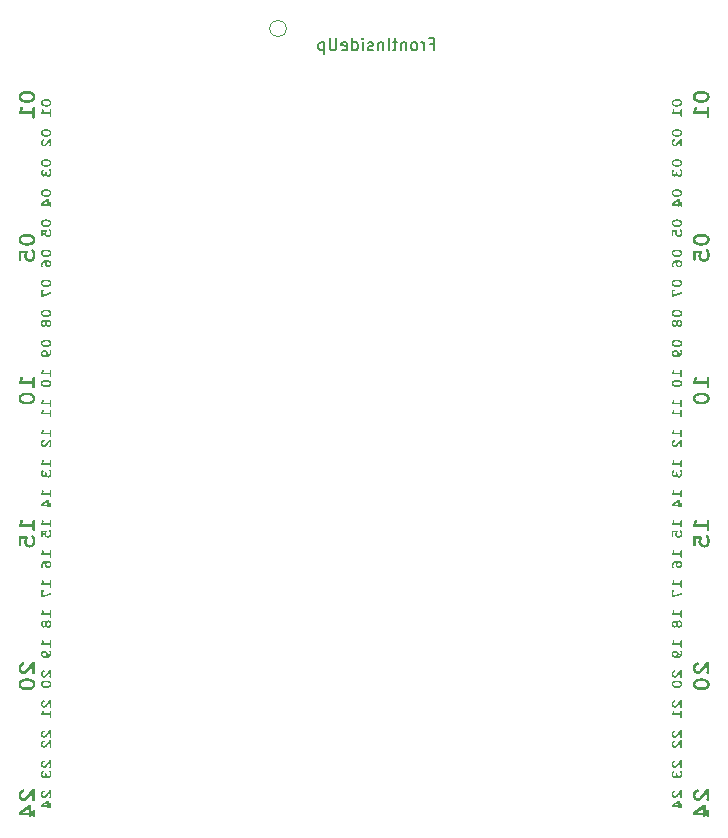
<source format=gbr>
%TF.GenerationSoftware,KiCad,Pcbnew,7.0.5-0*%
%TF.CreationDate,2024-04-21T20:25:33-04:00*%
%TF.ProjectId,swr_meter_front,7377725f-6d65-4746-9572-5f66726f6e74,rev?*%
%TF.SameCoordinates,Original*%
%TF.FileFunction,Legend,Bot*%
%TF.FilePolarity,Positive*%
%FSLAX46Y46*%
G04 Gerber Fmt 4.6, Leading zero omitted, Abs format (unit mm)*
G04 Created by KiCad (PCBNEW 7.0.5-0) date 2024-04-21 20:25:33*
%MOMM*%
%LPD*%
G01*
G04 APERTURE LIST*
%ADD10C,0.200000*%
%ADD11C,0.150000*%
%ADD12C,0.120000*%
G04 APERTURE END LIST*
D10*
G36*
X163390726Y-33334289D02*
G01*
X163404188Y-33334910D01*
X163417560Y-33335946D01*
X163430842Y-33337396D01*
X163444033Y-33339261D01*
X163457133Y-33341540D01*
X163470143Y-33344233D01*
X163483062Y-33347341D01*
X163495891Y-33350863D01*
X163508629Y-33354799D01*
X163521276Y-33359150D01*
X163533833Y-33363915D01*
X163546299Y-33369095D01*
X163558675Y-33374688D01*
X163570960Y-33380696D01*
X163583155Y-33387119D01*
X163589170Y-33390440D01*
X163600843Y-33397118D01*
X163612040Y-33403844D01*
X163622761Y-33410618D01*
X163633006Y-33417440D01*
X163642776Y-33424311D01*
X163652069Y-33431230D01*
X163660886Y-33438197D01*
X163669227Y-33445212D01*
X163677092Y-33452275D01*
X163684481Y-33459386D01*
X163691394Y-33466546D01*
X163700871Y-33477376D01*
X163709277Y-33488314D01*
X163716611Y-33499361D01*
X163718827Y-33503102D01*
X163725053Y-33514640D01*
X163730645Y-33526646D01*
X163735604Y-33539119D01*
X163739930Y-33552062D01*
X163743623Y-33565472D01*
X163746683Y-33579351D01*
X163749110Y-33593699D01*
X163750376Y-33603524D01*
X163751361Y-33613557D01*
X163752065Y-33623798D01*
X163752487Y-33634248D01*
X163752627Y-33644905D01*
X163752153Y-33663261D01*
X163750731Y-33681079D01*
X163748360Y-33698360D01*
X163745042Y-33715102D01*
X163740775Y-33731308D01*
X163735560Y-33746975D01*
X163729397Y-33762105D01*
X163722285Y-33776697D01*
X163714225Y-33790751D01*
X163705218Y-33804268D01*
X163695261Y-33817247D01*
X163684357Y-33829688D01*
X163672505Y-33841591D01*
X163659704Y-33852957D01*
X163645955Y-33863785D01*
X163631258Y-33874076D01*
X163616043Y-33883784D01*
X163600739Y-33892866D01*
X163585346Y-33901322D01*
X163569864Y-33909151D01*
X163554294Y-33916354D01*
X163538636Y-33922931D01*
X163522888Y-33928881D01*
X163507052Y-33934205D01*
X163491127Y-33938903D01*
X163475114Y-33942974D01*
X163459012Y-33946419D01*
X163442821Y-33949238D01*
X163426542Y-33951430D01*
X163410174Y-33952996D01*
X163393718Y-33953935D01*
X163377172Y-33954248D01*
X163228174Y-33954248D01*
X163214532Y-33954038D01*
X163200985Y-33953408D01*
X163187535Y-33952358D01*
X163174181Y-33950887D01*
X163160924Y-33948997D01*
X163147763Y-33946686D01*
X163134698Y-33943955D01*
X163121730Y-33940804D01*
X163108858Y-33937233D01*
X163096082Y-33933242D01*
X163083403Y-33928830D01*
X163070820Y-33923999D01*
X163058334Y-33918747D01*
X163045943Y-33913075D01*
X163033650Y-33906983D01*
X163021452Y-33900471D01*
X163015438Y-33897104D01*
X163003768Y-33890338D01*
X162992579Y-33883527D01*
X162981869Y-33876672D01*
X162971639Y-33869772D01*
X162961890Y-33862829D01*
X162952620Y-33855841D01*
X162943829Y-33848808D01*
X162935519Y-33841731D01*
X162927689Y-33834610D01*
X162920338Y-33827445D01*
X162913468Y-33820235D01*
X162904062Y-33809337D01*
X162895735Y-33798340D01*
X162888489Y-33787242D01*
X162882096Y-33775912D01*
X162876333Y-33764122D01*
X162871198Y-33751872D01*
X162866692Y-33739162D01*
X162862815Y-33725993D01*
X162859566Y-33712364D01*
X162856946Y-33698275D01*
X162854955Y-33683727D01*
X162853977Y-33673773D01*
X162853278Y-33663615D01*
X162852859Y-33653252D01*
X162852729Y-33643425D01*
X162994810Y-33643425D01*
X162994986Y-33651634D01*
X162995906Y-33663510D01*
X162997616Y-33674862D01*
X163000115Y-33685689D01*
X163003404Y-33695991D01*
X163007481Y-33705769D01*
X163012348Y-33715022D01*
X163018004Y-33723750D01*
X163024449Y-33731953D01*
X163031683Y-33739632D01*
X163039707Y-33746786D01*
X163049959Y-33754613D01*
X163060425Y-33761934D01*
X163071104Y-33768751D01*
X163081998Y-33775062D01*
X163093106Y-33780869D01*
X163104427Y-33786171D01*
X163115963Y-33790968D01*
X163127712Y-33795260D01*
X163139675Y-33799047D01*
X163151852Y-33802329D01*
X163164243Y-33805106D01*
X163176849Y-33807378D01*
X163189667Y-33809145D01*
X163202700Y-33810408D01*
X163215947Y-33811165D01*
X163229408Y-33811418D01*
X163375939Y-33811418D01*
X163389614Y-33811177D01*
X163403009Y-33810454D01*
X163416125Y-33809250D01*
X163428961Y-33807563D01*
X163441518Y-33805395D01*
X163453795Y-33802745D01*
X163465793Y-33799613D01*
X163477512Y-33796000D01*
X163488951Y-33791904D01*
X163500110Y-33787327D01*
X163510990Y-33782268D01*
X163521591Y-33776728D01*
X163531912Y-33770705D01*
X163541954Y-33764201D01*
X163551717Y-33757214D01*
X163561200Y-33749746D01*
X163567174Y-33744538D01*
X163575413Y-33736389D01*
X163582785Y-33727838D01*
X163589289Y-33718882D01*
X163594926Y-33709524D01*
X163599696Y-33699762D01*
X163603599Y-33689598D01*
X163606634Y-33679029D01*
X163608802Y-33668058D01*
X163610103Y-33656683D01*
X163610537Y-33644905D01*
X163610361Y-33636608D01*
X163609441Y-33624619D01*
X163607731Y-33613175D01*
X163605231Y-33602278D01*
X163601943Y-33591927D01*
X163597866Y-33582123D01*
X163592999Y-33572865D01*
X163587343Y-33564154D01*
X163580898Y-33555989D01*
X163573663Y-33548370D01*
X163565640Y-33541297D01*
X163555446Y-33533411D01*
X163545030Y-33526034D01*
X163534393Y-33519165D01*
X163523534Y-33512805D01*
X163512453Y-33506954D01*
X163501151Y-33501612D01*
X163489627Y-33496778D01*
X163477882Y-33492454D01*
X163465915Y-33488638D01*
X163453726Y-33485331D01*
X163441315Y-33482532D01*
X163428683Y-33480243D01*
X163415830Y-33478462D01*
X163402754Y-33477190D01*
X163389457Y-33476427D01*
X163375939Y-33476172D01*
X163229408Y-33476172D01*
X163215733Y-33476413D01*
X163202338Y-33477136D01*
X163189222Y-33478340D01*
X163176386Y-33480027D01*
X163163829Y-33482195D01*
X163151552Y-33484845D01*
X163139554Y-33487977D01*
X163127835Y-33491590D01*
X163116396Y-33495686D01*
X163105237Y-33500263D01*
X163094356Y-33505322D01*
X163083756Y-33510862D01*
X163073434Y-33516885D01*
X163063393Y-33523389D01*
X163053630Y-33530376D01*
X163044147Y-33537844D01*
X163038173Y-33543055D01*
X163029934Y-33551219D01*
X163022562Y-33559799D01*
X163016058Y-33568795D01*
X163010421Y-33578208D01*
X163005651Y-33588036D01*
X163001748Y-33598282D01*
X162998713Y-33608943D01*
X162996545Y-33620021D01*
X162995244Y-33631515D01*
X162994810Y-33643425D01*
X162852729Y-33643425D01*
X162852719Y-33642685D01*
X162853195Y-33624330D01*
X162854624Y-33606515D01*
X162857004Y-33589239D01*
X162860336Y-33572503D01*
X162864620Y-33556307D01*
X162869856Y-33540650D01*
X162876045Y-33525533D01*
X162883185Y-33510955D01*
X162891278Y-33496917D01*
X162900322Y-33483419D01*
X162910319Y-33470460D01*
X162921267Y-33458041D01*
X162933168Y-33446162D01*
X162946020Y-33434822D01*
X162959825Y-33424022D01*
X162974582Y-33413761D01*
X162989824Y-33404112D01*
X163005148Y-33395086D01*
X163020552Y-33386682D01*
X163036037Y-33378901D01*
X163051604Y-33371743D01*
X163067251Y-33365206D01*
X163082979Y-33359293D01*
X163098788Y-33354001D01*
X163114678Y-33349333D01*
X163130649Y-33345287D01*
X163146701Y-33341863D01*
X163162834Y-33339062D01*
X163179047Y-33336883D01*
X163195342Y-33335327D01*
X163211718Y-33334393D01*
X163228174Y-33334082D01*
X163377172Y-33334082D01*
X163390726Y-33334289D01*
G37*
G36*
X162852719Y-34564794D02*
G01*
X163594749Y-34564794D01*
X163594749Y-34708365D01*
X163595057Y-34720788D01*
X163595982Y-34732278D01*
X163597524Y-34742836D01*
X163600318Y-34754721D01*
X163604077Y-34765148D01*
X163608798Y-34774118D01*
X163614484Y-34781631D01*
X163622225Y-34789092D01*
X163630834Y-34795010D01*
X163640310Y-34799384D01*
X163650654Y-34802214D01*
X163661865Y-34803500D01*
X163665794Y-34803586D01*
X163677303Y-34802814D01*
X163687961Y-34800498D01*
X163697770Y-34796639D01*
X163706728Y-34791236D01*
X163714837Y-34784289D01*
X163717351Y-34781631D01*
X163723974Y-34772441D01*
X163728447Y-34763179D01*
X163731967Y-34752460D01*
X163734537Y-34740284D01*
X163735907Y-34729493D01*
X163736668Y-34717770D01*
X163736840Y-34708365D01*
X163736840Y-34278886D01*
X163736535Y-34266517D01*
X163735621Y-34255066D01*
X163734099Y-34244531D01*
X163731339Y-34232654D01*
X163727628Y-34222209D01*
X163722966Y-34213198D01*
X163717351Y-34205621D01*
X163709526Y-34198243D01*
X163700850Y-34192392D01*
X163691325Y-34188068D01*
X163680950Y-34185269D01*
X163669725Y-34183997D01*
X163665794Y-34183912D01*
X163654294Y-34184676D01*
X163643662Y-34186965D01*
X163633897Y-34190781D01*
X163624999Y-34196123D01*
X163616968Y-34202992D01*
X163614484Y-34205621D01*
X163607777Y-34214886D01*
X163603248Y-34224184D01*
X163599682Y-34234915D01*
X163597081Y-34247079D01*
X163595693Y-34257843D01*
X163594922Y-34269524D01*
X163594749Y-34278886D01*
X163594749Y-34422704D01*
X163046121Y-34422704D01*
X163080903Y-34295661D01*
X163083838Y-34284728D01*
X163086165Y-34274870D01*
X163088112Y-34264728D01*
X163089327Y-34254930D01*
X163089537Y-34249777D01*
X163088748Y-34239862D01*
X163085832Y-34228951D01*
X163080768Y-34218749D01*
X163074718Y-34210568D01*
X163067089Y-34202907D01*
X163058315Y-34196200D01*
X163048830Y-34190881D01*
X163038634Y-34186950D01*
X163027727Y-34184406D01*
X163016109Y-34183249D01*
X163012078Y-34183172D01*
X163001420Y-34183684D01*
X162991646Y-34185219D01*
X162981361Y-34188303D01*
X162972280Y-34192781D01*
X162965455Y-34197727D01*
X162958197Y-34205629D01*
X162952276Y-34214845D01*
X162947555Y-34224247D01*
X162943026Y-34235216D01*
X162939541Y-34245118D01*
X162936180Y-34256022D01*
X162935359Y-34258905D01*
X162852719Y-34564794D01*
G37*
G36*
X163390726Y-35880081D02*
G01*
X163404188Y-35880702D01*
X163417560Y-35881738D01*
X163430842Y-35883189D01*
X163444033Y-35885053D01*
X163457133Y-35887332D01*
X163470143Y-35890025D01*
X163483062Y-35893133D01*
X163495891Y-35896655D01*
X163508629Y-35900591D01*
X163521276Y-35904942D01*
X163533833Y-35909707D01*
X163546299Y-35914887D01*
X163558675Y-35920480D01*
X163570960Y-35926489D01*
X163583155Y-35932911D01*
X163589170Y-35936232D01*
X163600843Y-35942910D01*
X163612040Y-35949636D01*
X163622761Y-35956410D01*
X163633006Y-35963232D01*
X163642776Y-35970103D01*
X163652069Y-35977022D01*
X163660886Y-35983989D01*
X163669227Y-35991004D01*
X163677092Y-35998067D01*
X163684481Y-36005178D01*
X163691394Y-36012338D01*
X163700871Y-36023168D01*
X163709277Y-36034106D01*
X163716611Y-36045153D01*
X163718827Y-36048895D01*
X163725053Y-36060432D01*
X163730645Y-36072438D01*
X163735604Y-36084912D01*
X163739930Y-36097854D01*
X163743623Y-36111264D01*
X163746683Y-36125143D01*
X163749110Y-36139491D01*
X163750376Y-36149316D01*
X163751361Y-36159349D01*
X163752065Y-36169590D01*
X163752487Y-36180040D01*
X163752627Y-36190697D01*
X163752153Y-36209053D01*
X163750731Y-36226871D01*
X163748360Y-36244152D01*
X163745042Y-36260895D01*
X163740775Y-36277100D01*
X163735560Y-36292767D01*
X163729397Y-36307897D01*
X163722285Y-36322489D01*
X163714225Y-36336543D01*
X163705218Y-36350060D01*
X163695261Y-36363039D01*
X163684357Y-36375480D01*
X163672505Y-36387383D01*
X163659704Y-36398749D01*
X163645955Y-36409577D01*
X163631258Y-36419868D01*
X163616043Y-36429576D01*
X163600739Y-36438658D01*
X163585346Y-36447114D01*
X163569864Y-36454943D01*
X163554294Y-36462146D01*
X163538636Y-36468723D01*
X163522888Y-36474673D01*
X163507052Y-36479997D01*
X163491127Y-36484695D01*
X163475114Y-36488766D01*
X163459012Y-36492211D01*
X163442821Y-36495030D01*
X163426542Y-36497222D01*
X163410174Y-36498788D01*
X163393718Y-36499727D01*
X163377172Y-36500040D01*
X163228174Y-36500040D01*
X163214532Y-36499830D01*
X163200985Y-36499200D01*
X163187535Y-36498150D01*
X163174181Y-36496679D01*
X163160924Y-36494789D01*
X163147763Y-36492478D01*
X163134698Y-36489747D01*
X163121730Y-36486596D01*
X163108858Y-36483025D01*
X163096082Y-36479034D01*
X163083403Y-36474622D01*
X163070820Y-36469791D01*
X163058334Y-36464539D01*
X163045943Y-36458867D01*
X163033650Y-36452775D01*
X163021452Y-36446263D01*
X163015438Y-36442896D01*
X163003768Y-36436130D01*
X162992579Y-36429319D01*
X162981869Y-36422464D01*
X162971639Y-36415564D01*
X162961890Y-36408621D01*
X162952620Y-36401633D01*
X162943829Y-36394600D01*
X162935519Y-36387523D01*
X162927689Y-36380402D01*
X162920338Y-36373237D01*
X162913468Y-36366027D01*
X162904062Y-36355129D01*
X162895735Y-36344132D01*
X162888489Y-36333035D01*
X162882096Y-36321704D01*
X162876333Y-36309914D01*
X162871198Y-36297664D01*
X162866692Y-36284954D01*
X162862815Y-36271785D01*
X162859566Y-36258156D01*
X162856946Y-36244067D01*
X162854955Y-36229519D01*
X162853977Y-36219565D01*
X162853278Y-36209407D01*
X162852859Y-36199044D01*
X162852729Y-36189217D01*
X162994810Y-36189217D01*
X162994986Y-36197426D01*
X162995906Y-36209302D01*
X162997616Y-36220654D01*
X163000115Y-36231481D01*
X163003404Y-36241783D01*
X163007481Y-36251561D01*
X163012348Y-36260814D01*
X163018004Y-36269542D01*
X163024449Y-36277745D01*
X163031683Y-36285424D01*
X163039707Y-36292578D01*
X163049959Y-36300405D01*
X163060425Y-36307726D01*
X163071104Y-36314543D01*
X163081998Y-36320854D01*
X163093106Y-36326661D01*
X163104427Y-36331963D01*
X163115963Y-36336760D01*
X163127712Y-36341052D01*
X163139675Y-36344839D01*
X163151852Y-36348121D01*
X163164243Y-36350898D01*
X163176849Y-36353170D01*
X163189667Y-36354937D01*
X163202700Y-36356200D01*
X163215947Y-36356957D01*
X163229408Y-36357210D01*
X163375939Y-36357210D01*
X163389614Y-36356969D01*
X163403009Y-36356246D01*
X163416125Y-36355042D01*
X163428961Y-36353355D01*
X163441518Y-36351187D01*
X163453795Y-36348537D01*
X163465793Y-36345405D01*
X163477512Y-36341792D01*
X163488951Y-36337696D01*
X163500110Y-36333119D01*
X163510990Y-36328060D01*
X163521591Y-36322520D01*
X163531912Y-36316497D01*
X163541954Y-36309993D01*
X163551717Y-36303006D01*
X163561200Y-36295538D01*
X163567174Y-36290330D01*
X163575413Y-36282181D01*
X163582785Y-36273630D01*
X163589289Y-36264675D01*
X163594926Y-36255316D01*
X163599696Y-36245554D01*
X163603599Y-36235390D01*
X163606634Y-36224821D01*
X163608802Y-36213850D01*
X163610103Y-36202475D01*
X163610537Y-36190697D01*
X163610361Y-36182400D01*
X163609441Y-36170411D01*
X163607731Y-36158967D01*
X163605231Y-36148070D01*
X163601943Y-36137720D01*
X163597866Y-36127915D01*
X163592999Y-36118657D01*
X163587343Y-36109946D01*
X163580898Y-36101781D01*
X163573663Y-36094162D01*
X163565640Y-36087089D01*
X163555446Y-36079203D01*
X163545030Y-36071826D01*
X163534393Y-36064957D01*
X163523534Y-36058597D01*
X163512453Y-36052746D01*
X163501151Y-36047404D01*
X163489627Y-36042570D01*
X163477882Y-36038246D01*
X163465915Y-36034430D01*
X163453726Y-36031123D01*
X163441315Y-36028324D01*
X163428683Y-36026035D01*
X163415830Y-36024254D01*
X163402754Y-36022982D01*
X163389457Y-36022219D01*
X163375939Y-36021964D01*
X163229408Y-36021964D01*
X163215733Y-36022205D01*
X163202338Y-36022928D01*
X163189222Y-36024133D01*
X163176386Y-36025819D01*
X163163829Y-36027987D01*
X163151552Y-36030637D01*
X163139554Y-36033769D01*
X163127835Y-36037382D01*
X163116396Y-36041478D01*
X163105237Y-36046055D01*
X163094356Y-36051114D01*
X163083756Y-36056655D01*
X163073434Y-36062677D01*
X163063393Y-36069182D01*
X163053630Y-36076168D01*
X163044147Y-36083636D01*
X163038173Y-36088847D01*
X163029934Y-36097011D01*
X163022562Y-36105591D01*
X163016058Y-36114587D01*
X163010421Y-36124000D01*
X163005651Y-36133828D01*
X163001748Y-36144074D01*
X162998713Y-36154735D01*
X162996545Y-36165813D01*
X162995244Y-36177307D01*
X162994810Y-36189217D01*
X162852729Y-36189217D01*
X162852719Y-36188477D01*
X162853195Y-36170122D01*
X162854624Y-36152307D01*
X162857004Y-36135031D01*
X162860336Y-36118295D01*
X162864620Y-36102099D01*
X162869856Y-36086442D01*
X162876045Y-36071325D01*
X162883185Y-36056747D01*
X162891278Y-36042709D01*
X162900322Y-36029211D01*
X162910319Y-36016252D01*
X162921267Y-36003833D01*
X162933168Y-35991954D01*
X162946020Y-35980614D01*
X162959825Y-35969814D01*
X162974582Y-35959553D01*
X162989824Y-35949904D01*
X163005148Y-35940878D01*
X163020552Y-35932474D01*
X163036037Y-35924693D01*
X163051604Y-35917535D01*
X163067251Y-35910998D01*
X163082979Y-35905085D01*
X163098788Y-35899794D01*
X163114678Y-35895125D01*
X163130649Y-35891079D01*
X163146701Y-35887655D01*
X163162834Y-35884854D01*
X163179047Y-35882675D01*
X163195342Y-35881119D01*
X163211718Y-35880185D01*
X163228174Y-35879874D01*
X163377172Y-35879874D01*
X163390726Y-35880081D01*
G37*
G36*
X163594749Y-36905344D02*
G01*
X163594749Y-37216908D01*
X163589383Y-37226425D01*
X163585128Y-37235733D01*
X163581567Y-37246330D01*
X163579516Y-37256643D01*
X163578961Y-37265258D01*
X163579715Y-37276992D01*
X163581979Y-37287772D01*
X163585752Y-37297598D01*
X163591033Y-37306470D01*
X163597824Y-37314388D01*
X163600423Y-37316815D01*
X163609537Y-37323354D01*
X163618763Y-37327770D01*
X163629470Y-37331246D01*
X163641658Y-37333783D01*
X163652476Y-37335136D01*
X163664242Y-37335888D01*
X163673688Y-37336057D01*
X163736840Y-37336057D01*
X163736840Y-36688015D01*
X163578961Y-36688015D01*
X163560727Y-36711738D01*
X163542903Y-36734868D01*
X163525491Y-36757402D01*
X163508490Y-36779342D01*
X163491900Y-36800688D01*
X163475720Y-36821439D01*
X163459952Y-36841595D01*
X163444595Y-36861157D01*
X163429648Y-36880124D01*
X163415113Y-36898497D01*
X163400988Y-36916275D01*
X163387275Y-36933459D01*
X163373972Y-36950048D01*
X163361081Y-36966042D01*
X163348600Y-36981442D01*
X163336531Y-36996248D01*
X163324872Y-37010459D01*
X163313625Y-37024075D01*
X163302788Y-37037097D01*
X163292363Y-37049524D01*
X163282348Y-37061357D01*
X163272745Y-37072595D01*
X163263552Y-37083239D01*
X163254770Y-37093288D01*
X163246400Y-37102742D01*
X163238440Y-37111602D01*
X163230891Y-37119868D01*
X163223753Y-37127538D01*
X163210711Y-37141096D01*
X163199312Y-37152276D01*
X163191257Y-37159462D01*
X163183280Y-37165941D01*
X163172765Y-37173481D01*
X163162389Y-37179763D01*
X163152151Y-37184790D01*
X163142052Y-37188559D01*
X163132092Y-37191072D01*
X163122271Y-37192329D01*
X163117413Y-37192486D01*
X163105502Y-37191777D01*
X163093947Y-37189649D01*
X163082746Y-37186103D01*
X163071899Y-37181139D01*
X163061408Y-37174756D01*
X163051270Y-37166954D01*
X163043900Y-37160172D01*
X163036729Y-37152592D01*
X163032060Y-37147096D01*
X163025403Y-37138319D01*
X163019401Y-37129008D01*
X163014053Y-37119164D01*
X163009361Y-37108786D01*
X163005323Y-37097876D01*
X163001940Y-37086432D01*
X162999212Y-37074454D01*
X162997138Y-37061943D01*
X162995720Y-37048899D01*
X162994956Y-37035321D01*
X162994810Y-37025973D01*
X162995211Y-37011907D01*
X162996415Y-36998291D01*
X162998420Y-36985126D01*
X163001228Y-36972412D01*
X163004838Y-36960149D01*
X163009250Y-36948337D01*
X163014464Y-36936976D01*
X163020481Y-36926066D01*
X163027300Y-36915607D01*
X163034921Y-36905599D01*
X163040447Y-36899177D01*
X163048651Y-36891182D01*
X163057999Y-36883692D01*
X163066302Y-36878064D01*
X163075337Y-36872761D01*
X163085104Y-36867781D01*
X163095603Y-36863125D01*
X163106835Y-36858792D01*
X163112726Y-36856747D01*
X163123405Y-36852879D01*
X163132869Y-36848491D01*
X163142377Y-36842714D01*
X163150232Y-36836228D01*
X163155649Y-36830105D01*
X163161261Y-36821101D01*
X163165270Y-36811111D01*
X163167675Y-36800133D01*
X163168464Y-36789718D01*
X163168477Y-36788169D01*
X163167739Y-36777531D01*
X163165528Y-36767447D01*
X163161842Y-36757919D01*
X163156682Y-36748946D01*
X163150048Y-36740528D01*
X163147508Y-36737845D01*
X163139301Y-36730635D01*
X163130591Y-36724917D01*
X163121378Y-36720691D01*
X163111662Y-36717956D01*
X163101443Y-36716713D01*
X163097925Y-36716630D01*
X163087047Y-36717231D01*
X163075507Y-36719035D01*
X163063304Y-36722042D01*
X163053716Y-36725086D01*
X163043756Y-36728806D01*
X163033423Y-36733203D01*
X163022716Y-36738277D01*
X163011637Y-36744027D01*
X163000185Y-36750453D01*
X162992343Y-36755113D01*
X162980680Y-36762639D01*
X162969462Y-36770784D01*
X162958692Y-36779550D01*
X162948368Y-36788936D01*
X162938491Y-36798942D01*
X162929060Y-36809568D01*
X162920076Y-36820814D01*
X162911538Y-36832680D01*
X162906095Y-36840935D01*
X162900850Y-36849466D01*
X162895804Y-36858273D01*
X162890956Y-36867355D01*
X162886326Y-36876656D01*
X162881994Y-36886057D01*
X162877961Y-36895558D01*
X162874227Y-36905159D01*
X162870792Y-36914861D01*
X162867655Y-36924663D01*
X162864818Y-36934565D01*
X162862279Y-36944567D01*
X162860038Y-36954670D01*
X162858096Y-36964873D01*
X162856453Y-36975176D01*
X162855109Y-36985579D01*
X162854064Y-36996082D01*
X162853317Y-37006686D01*
X162852869Y-37017390D01*
X162852719Y-37028194D01*
X162853034Y-37044810D01*
X162853976Y-37061049D01*
X162855547Y-37076910D01*
X162857746Y-37092393D01*
X162860573Y-37107499D01*
X162864028Y-37122227D01*
X162868112Y-37136577D01*
X162872824Y-37150550D01*
X162878165Y-37164144D01*
X162884133Y-37177361D01*
X162890730Y-37190200D01*
X162897955Y-37202662D01*
X162905809Y-37214746D01*
X162914291Y-37226452D01*
X162923401Y-37237780D01*
X162933139Y-37248730D01*
X162943293Y-37259156D01*
X162953714Y-37268908D01*
X162964400Y-37277988D01*
X162975353Y-37286396D01*
X162986571Y-37294131D01*
X162998056Y-37301193D01*
X163009806Y-37307583D01*
X163021822Y-37313300D01*
X163034104Y-37318345D01*
X163046653Y-37322717D01*
X163059467Y-37326416D01*
X163072547Y-37329443D01*
X163085893Y-37331797D01*
X163099505Y-37333478D01*
X163113383Y-37334487D01*
X163127527Y-37334823D01*
X163138367Y-37334607D01*
X163149055Y-37333956D01*
X163159591Y-37332872D01*
X163169976Y-37331354D01*
X163180209Y-37329403D01*
X163190290Y-37327018D01*
X163200219Y-37324200D01*
X163209997Y-37320947D01*
X163219623Y-37317262D01*
X163229097Y-37313142D01*
X163235328Y-37310155D01*
X163244901Y-37304925D01*
X163255024Y-37298485D01*
X163265697Y-37290835D01*
X163276922Y-37281975D01*
X163284711Y-37275396D01*
X163292744Y-37268280D01*
X163301023Y-37260626D01*
X163309546Y-37252434D01*
X163318314Y-37243705D01*
X163327327Y-37234438D01*
X163336584Y-37224633D01*
X163346086Y-37214291D01*
X163355833Y-37203411D01*
X163365825Y-37191993D01*
X163374206Y-37182229D01*
X163383378Y-37171379D01*
X163393340Y-37159442D01*
X163404092Y-37146418D01*
X163415634Y-37132306D01*
X163427966Y-37117108D01*
X163434429Y-37109102D01*
X163441089Y-37100823D01*
X163447946Y-37092273D01*
X163455002Y-37083451D01*
X163462254Y-37074358D01*
X163469704Y-37064992D01*
X163477352Y-37055355D01*
X163485197Y-37045446D01*
X163493240Y-37035266D01*
X163501481Y-37024813D01*
X163509918Y-37014089D01*
X163518554Y-37003093D01*
X163527387Y-36991826D01*
X163536417Y-36980287D01*
X163545645Y-36968476D01*
X163555071Y-36956393D01*
X163564694Y-36944038D01*
X163574515Y-36931412D01*
X163584533Y-36918514D01*
X163594749Y-36905344D01*
G37*
G36*
X163390726Y-38425873D02*
G01*
X163404188Y-38426494D01*
X163417560Y-38427530D01*
X163430842Y-38428981D01*
X163444033Y-38430845D01*
X163457133Y-38433124D01*
X163470143Y-38435817D01*
X163483062Y-38438925D01*
X163495891Y-38442447D01*
X163508629Y-38446383D01*
X163521276Y-38450734D01*
X163533833Y-38455499D01*
X163546299Y-38460679D01*
X163558675Y-38466272D01*
X163570960Y-38472281D01*
X163583155Y-38478703D01*
X163589170Y-38482024D01*
X163600843Y-38488702D01*
X163612040Y-38495428D01*
X163622761Y-38502202D01*
X163633006Y-38509024D01*
X163642776Y-38515895D01*
X163652069Y-38522814D01*
X163660886Y-38529781D01*
X163669227Y-38536796D01*
X163677092Y-38543859D01*
X163684481Y-38550971D01*
X163691394Y-38558130D01*
X163700871Y-38568960D01*
X163709277Y-38579898D01*
X163716611Y-38590945D01*
X163718827Y-38594687D01*
X163725053Y-38606224D01*
X163730645Y-38618230D01*
X163735604Y-38630704D01*
X163739930Y-38643646D01*
X163743623Y-38657057D01*
X163746683Y-38670935D01*
X163749110Y-38685283D01*
X163750376Y-38695108D01*
X163751361Y-38705141D01*
X163752065Y-38715382D01*
X163752487Y-38725832D01*
X163752627Y-38736489D01*
X163752153Y-38754845D01*
X163750731Y-38772663D01*
X163748360Y-38789944D01*
X163745042Y-38806687D01*
X163740775Y-38822892D01*
X163735560Y-38838559D01*
X163729397Y-38853689D01*
X163722285Y-38868281D01*
X163714225Y-38882335D01*
X163705218Y-38895852D01*
X163695261Y-38908831D01*
X163684357Y-38921272D01*
X163672505Y-38933175D01*
X163659704Y-38944541D01*
X163645955Y-38955369D01*
X163631258Y-38965660D01*
X163616043Y-38975368D01*
X163600739Y-38984450D01*
X163585346Y-38992906D01*
X163569864Y-39000735D01*
X163554294Y-39007938D01*
X163538636Y-39014515D01*
X163522888Y-39020465D01*
X163507052Y-39025789D01*
X163491127Y-39030487D01*
X163475114Y-39034558D01*
X163459012Y-39038003D01*
X163442821Y-39040822D01*
X163426542Y-39043014D01*
X163410174Y-39044580D01*
X163393718Y-39045519D01*
X163377172Y-39045833D01*
X163228174Y-39045833D01*
X163214532Y-39045622D01*
X163200985Y-39044992D01*
X163187535Y-39043942D01*
X163174181Y-39042471D01*
X163160924Y-39040581D01*
X163147763Y-39038270D01*
X163134698Y-39035539D01*
X163121730Y-39032388D01*
X163108858Y-39028817D01*
X163096082Y-39024826D01*
X163083403Y-39020414D01*
X163070820Y-39015583D01*
X163058334Y-39010331D01*
X163045943Y-39004659D01*
X163033650Y-38998567D01*
X163021452Y-38992055D01*
X163015438Y-38988688D01*
X163003768Y-38981922D01*
X162992579Y-38975111D01*
X162981869Y-38968256D01*
X162971639Y-38961357D01*
X162961890Y-38954413D01*
X162952620Y-38947425D01*
X162943829Y-38940392D01*
X162935519Y-38933315D01*
X162927689Y-38926194D01*
X162920338Y-38919029D01*
X162913468Y-38911819D01*
X162904062Y-38900921D01*
X162895735Y-38889924D01*
X162888489Y-38878827D01*
X162882096Y-38867496D01*
X162876333Y-38855706D01*
X162871198Y-38843456D01*
X162866692Y-38830746D01*
X162862815Y-38817577D01*
X162859566Y-38803948D01*
X162856946Y-38789859D01*
X162854955Y-38775311D01*
X162853977Y-38765357D01*
X162853278Y-38755199D01*
X162852859Y-38744836D01*
X162852729Y-38735009D01*
X162994810Y-38735009D01*
X162994986Y-38743218D01*
X162995906Y-38755094D01*
X162997616Y-38766446D01*
X163000115Y-38777273D01*
X163003404Y-38787575D01*
X163007481Y-38797353D01*
X163012348Y-38806606D01*
X163018004Y-38815334D01*
X163024449Y-38823537D01*
X163031683Y-38831216D01*
X163039707Y-38838370D01*
X163049959Y-38846197D01*
X163060425Y-38853518D01*
X163071104Y-38860335D01*
X163081998Y-38866646D01*
X163093106Y-38872453D01*
X163104427Y-38877755D01*
X163115963Y-38882552D01*
X163127712Y-38886844D01*
X163139675Y-38890631D01*
X163151852Y-38893913D01*
X163164243Y-38896690D01*
X163176849Y-38898962D01*
X163189667Y-38900730D01*
X163202700Y-38901992D01*
X163215947Y-38902749D01*
X163229408Y-38903002D01*
X163375939Y-38903002D01*
X163389614Y-38902761D01*
X163403009Y-38902038D01*
X163416125Y-38900834D01*
X163428961Y-38899147D01*
X163441518Y-38896979D01*
X163453795Y-38894329D01*
X163465793Y-38891197D01*
X163477512Y-38887584D01*
X163488951Y-38883489D01*
X163500110Y-38878911D01*
X163510990Y-38873852D01*
X163521591Y-38868312D01*
X163531912Y-38862289D01*
X163541954Y-38855785D01*
X163551717Y-38848798D01*
X163561200Y-38841330D01*
X163567174Y-38836122D01*
X163575413Y-38827974D01*
X163582785Y-38819422D01*
X163589289Y-38810467D01*
X163594926Y-38801108D01*
X163599696Y-38791347D01*
X163603599Y-38781182D01*
X163606634Y-38770613D01*
X163608802Y-38759642D01*
X163610103Y-38748267D01*
X163610537Y-38736489D01*
X163610361Y-38728192D01*
X163609441Y-38716203D01*
X163607731Y-38704759D01*
X163605231Y-38693862D01*
X163601943Y-38683512D01*
X163597866Y-38673707D01*
X163592999Y-38664449D01*
X163587343Y-38655738D01*
X163580898Y-38647573D01*
X163573663Y-38639954D01*
X163565640Y-38632881D01*
X163555446Y-38624995D01*
X163545030Y-38617618D01*
X163534393Y-38610749D01*
X163523534Y-38604389D01*
X163512453Y-38598538D01*
X163501151Y-38593196D01*
X163489627Y-38588362D01*
X163477882Y-38584038D01*
X163465915Y-38580222D01*
X163453726Y-38576915D01*
X163441315Y-38574116D01*
X163428683Y-38571827D01*
X163415830Y-38570046D01*
X163402754Y-38568774D01*
X163389457Y-38568011D01*
X163375939Y-38567756D01*
X163229408Y-38567756D01*
X163215733Y-38567997D01*
X163202338Y-38568720D01*
X163189222Y-38569925D01*
X163176386Y-38571611D01*
X163163829Y-38573779D01*
X163151552Y-38576429D01*
X163139554Y-38579561D01*
X163127835Y-38583174D01*
X163116396Y-38587270D01*
X163105237Y-38591847D01*
X163094356Y-38596906D01*
X163083756Y-38602447D01*
X163073434Y-38608469D01*
X163063393Y-38614974D01*
X163053630Y-38621960D01*
X163044147Y-38629428D01*
X163038173Y-38634639D01*
X163029934Y-38642803D01*
X163022562Y-38651383D01*
X163016058Y-38660379D01*
X163010421Y-38669792D01*
X163005651Y-38679621D01*
X163001748Y-38689866D01*
X162998713Y-38700527D01*
X162996545Y-38711605D01*
X162995244Y-38723099D01*
X162994810Y-38735009D01*
X162852729Y-38735009D01*
X162852719Y-38734269D01*
X162853195Y-38715914D01*
X162854624Y-38698099D01*
X162857004Y-38680823D01*
X162860336Y-38664087D01*
X162864620Y-38647891D01*
X162869856Y-38632234D01*
X162876045Y-38617117D01*
X162883185Y-38602539D01*
X162891278Y-38588501D01*
X162900322Y-38575003D01*
X162910319Y-38562044D01*
X162921267Y-38549625D01*
X162933168Y-38537746D01*
X162946020Y-38526406D01*
X162959825Y-38515606D01*
X162974582Y-38505345D01*
X162989824Y-38495696D01*
X163005148Y-38486670D01*
X163020552Y-38478267D01*
X163036037Y-38470485D01*
X163051604Y-38463327D01*
X163067251Y-38456790D01*
X163082979Y-38450877D01*
X163098788Y-38445586D01*
X163114678Y-38440917D01*
X163130649Y-38436871D01*
X163146701Y-38433447D01*
X163162834Y-38430646D01*
X163179047Y-38428467D01*
X163195342Y-38426911D01*
X163211718Y-38425977D01*
X163228174Y-38425666D01*
X163377172Y-38425666D01*
X163390726Y-38425873D01*
G37*
G36*
X163276525Y-39786875D02*
G01*
X163284364Y-39798434D01*
X163292433Y-39809429D01*
X163300732Y-39819861D01*
X163309261Y-39829729D01*
X163318019Y-39839033D01*
X163327008Y-39847774D01*
X163336226Y-39855950D01*
X163345674Y-39863563D01*
X163355352Y-39870613D01*
X163365259Y-39877098D01*
X163371992Y-39881109D01*
X163382283Y-39886708D01*
X163392803Y-39891756D01*
X163403553Y-39896253D01*
X163414534Y-39900200D01*
X163425744Y-39903596D01*
X163437183Y-39906441D01*
X163448853Y-39908736D01*
X163460752Y-39910480D01*
X163472882Y-39911673D01*
X163485241Y-39912316D01*
X163493608Y-39912438D01*
X163507111Y-39912074D01*
X163520423Y-39910981D01*
X163533545Y-39909160D01*
X163546476Y-39906610D01*
X163559216Y-39903332D01*
X163571765Y-39899325D01*
X163584123Y-39894590D01*
X163596291Y-39889126D01*
X163608267Y-39882934D01*
X163620053Y-39876013D01*
X163627805Y-39870995D01*
X163639103Y-39862943D01*
X163649873Y-39854237D01*
X163660114Y-39844875D01*
X163669826Y-39834859D01*
X163679009Y-39824188D01*
X163687662Y-39812863D01*
X163695787Y-39800882D01*
X163703383Y-39788247D01*
X163708153Y-39779460D01*
X163712687Y-39770382D01*
X163716987Y-39761013D01*
X163721052Y-39751352D01*
X163724875Y-39741387D01*
X163728452Y-39731039D01*
X163731782Y-39720311D01*
X163734866Y-39709200D01*
X163737703Y-39697708D01*
X163740293Y-39685834D01*
X163742637Y-39673579D01*
X163744733Y-39660942D01*
X163746584Y-39647924D01*
X163748187Y-39634524D01*
X163749544Y-39620742D01*
X163750654Y-39606579D01*
X163751517Y-39592034D01*
X163752134Y-39577108D01*
X163752504Y-39561800D01*
X163752627Y-39546110D01*
X163752578Y-39535875D01*
X163752431Y-39525800D01*
X163752185Y-39515884D01*
X163751399Y-39496531D01*
X163750219Y-39477816D01*
X163748647Y-39459738D01*
X163746681Y-39442299D01*
X163744322Y-39425497D01*
X163741570Y-39409334D01*
X163738425Y-39393808D01*
X163734886Y-39378920D01*
X163730955Y-39364670D01*
X163726630Y-39351058D01*
X163721912Y-39338084D01*
X163716801Y-39325748D01*
X163711297Y-39314050D01*
X163705400Y-39302989D01*
X163702304Y-39297698D01*
X163696887Y-39289410D01*
X163689361Y-39279628D01*
X163681488Y-39271294D01*
X163673269Y-39264410D01*
X163664702Y-39258975D01*
X163653506Y-39254220D01*
X163641768Y-39251729D01*
X163634465Y-39251321D01*
X163623593Y-39252041D01*
X163613362Y-39254201D01*
X163603773Y-39257800D01*
X163594826Y-39262838D01*
X163586520Y-39269317D01*
X163583895Y-39271796D01*
X163576853Y-39279778D01*
X163571267Y-39288367D01*
X163567139Y-39297562D01*
X163564468Y-39307365D01*
X163563254Y-39317775D01*
X163563173Y-39321380D01*
X163563975Y-39331479D01*
X163566380Y-39341793D01*
X163570389Y-39352324D01*
X163575212Y-39361715D01*
X163576001Y-39363070D01*
X163581700Y-39372473D01*
X163586774Y-39381721D01*
X163591221Y-39390811D01*
X163595731Y-39401513D01*
X163599338Y-39411989D01*
X163601656Y-39420547D01*
X163603737Y-39431456D01*
X163605541Y-39443335D01*
X163607068Y-39456186D01*
X163608030Y-39466461D01*
X163608837Y-39477283D01*
X163609487Y-39488651D01*
X163609982Y-39500566D01*
X163610320Y-39513027D01*
X163610502Y-39526034D01*
X163610537Y-39535009D01*
X163610419Y-39550252D01*
X163610066Y-39564959D01*
X163609479Y-39579129D01*
X163608656Y-39592765D01*
X163607598Y-39605864D01*
X163606304Y-39618428D01*
X163604776Y-39630455D01*
X163603013Y-39641947D01*
X163601014Y-39652904D01*
X163598781Y-39663324D01*
X163596312Y-39673209D01*
X163592168Y-39687032D01*
X163587495Y-39699649D01*
X163582293Y-39711060D01*
X163580441Y-39714596D01*
X163574579Y-39724515D01*
X163568279Y-39733459D01*
X163561541Y-39741427D01*
X163554366Y-39748419D01*
X163544117Y-39756224D01*
X163533089Y-39762295D01*
X163521283Y-39766631D01*
X163508698Y-39769233D01*
X163498748Y-39770046D01*
X163495335Y-39770100D01*
X163485205Y-39769596D01*
X163475168Y-39768081D01*
X163465224Y-39765556D01*
X163455372Y-39762022D01*
X163445612Y-39757477D01*
X163435945Y-39751923D01*
X163426371Y-39745359D01*
X163416889Y-39737785D01*
X163407665Y-39729421D01*
X163398989Y-39720363D01*
X163390860Y-39710611D01*
X163383278Y-39700165D01*
X163376243Y-39689026D01*
X163371327Y-39680216D01*
X163366718Y-39671016D01*
X163362417Y-39661425D01*
X163358424Y-39651445D01*
X163354905Y-39640678D01*
X163352349Y-39630546D01*
X163350025Y-39619066D01*
X163347932Y-39606236D01*
X163346514Y-39595729D01*
X163345226Y-39584462D01*
X163344068Y-39572437D01*
X163343041Y-39559653D01*
X163342143Y-39546110D01*
X163341093Y-39535478D01*
X163339175Y-39525629D01*
X163335729Y-39514843D01*
X163331035Y-39505185D01*
X163325091Y-39496654D01*
X163320435Y-39491593D01*
X163312713Y-39485138D01*
X163302894Y-39479294D01*
X163292201Y-39475269D01*
X163282340Y-39473266D01*
X163271838Y-39472598D01*
X163260798Y-39473327D01*
X163250434Y-39475512D01*
X163240747Y-39479154D01*
X163231736Y-39484254D01*
X163223402Y-39490810D01*
X163220774Y-39493320D01*
X163213732Y-39501564D01*
X163208147Y-39510572D01*
X163204019Y-39520343D01*
X163201347Y-39530877D01*
X163200133Y-39542175D01*
X163200052Y-39546110D01*
X163200046Y-39558806D01*
X163200026Y-39570344D01*
X163199994Y-39580724D01*
X163199930Y-39592764D01*
X163199843Y-39602745D01*
X163199670Y-39613857D01*
X163199312Y-39621843D01*
X163197988Y-39632203D01*
X163195866Y-39642564D01*
X163192947Y-39652925D01*
X163189229Y-39663286D01*
X163184714Y-39673647D01*
X163183031Y-39677100D01*
X163177486Y-39687172D01*
X163171213Y-39696480D01*
X163164212Y-39705026D01*
X163156482Y-39712808D01*
X163148023Y-39719827D01*
X163145042Y-39721997D01*
X163135924Y-39727781D01*
X163126702Y-39732369D01*
X163117376Y-39735760D01*
X163106364Y-39738204D01*
X163095211Y-39739018D01*
X163085205Y-39738394D01*
X163073174Y-39735857D01*
X163061673Y-39731369D01*
X163052854Y-39726374D01*
X163044375Y-39720129D01*
X163036234Y-39712636D01*
X163028433Y-39703894D01*
X163024659Y-39699055D01*
X163017663Y-39688444D01*
X163013029Y-39679671D01*
X163008918Y-39670200D01*
X163005333Y-39660030D01*
X163002272Y-39649163D01*
X162999736Y-39637597D01*
X162997725Y-39625334D01*
X162996239Y-39612372D01*
X162995277Y-39598712D01*
X162994839Y-39584354D01*
X162994810Y-39579413D01*
X162995057Y-39566774D01*
X162995797Y-39554513D01*
X162997030Y-39542630D01*
X162998757Y-39531124D01*
X163000977Y-39519996D01*
X163003691Y-39509246D01*
X163006898Y-39498874D01*
X163010598Y-39488879D01*
X163014792Y-39479262D01*
X163019479Y-39470023D01*
X163024659Y-39461162D01*
X163030333Y-39452678D01*
X163036500Y-39444572D01*
X163043161Y-39436844D01*
X163050314Y-39429494D01*
X163057962Y-39422521D01*
X163065322Y-39415897D01*
X163072948Y-39408213D01*
X163079459Y-39400094D01*
X163081397Y-39396866D01*
X163085690Y-39387432D01*
X163088393Y-39377324D01*
X163089506Y-39366541D01*
X163089537Y-39364303D01*
X163088791Y-39353674D01*
X163086554Y-39343616D01*
X163082825Y-39334131D01*
X163077604Y-39325219D01*
X163070891Y-39316879D01*
X163068322Y-39314226D01*
X163059927Y-39307184D01*
X163050839Y-39301599D01*
X163041056Y-39297471D01*
X163030580Y-39294800D01*
X163019409Y-39293585D01*
X163015532Y-39293505D01*
X163003305Y-39294503D01*
X162991172Y-39297498D01*
X162979130Y-39302489D01*
X162970160Y-39307543D01*
X162961242Y-39313720D01*
X162952376Y-39321020D01*
X162943561Y-39329443D01*
X162934799Y-39338990D01*
X162926089Y-39349659D01*
X162920311Y-39357396D01*
X162912126Y-39369202D01*
X162904469Y-39381371D01*
X162897341Y-39393902D01*
X162890740Y-39406795D01*
X162884667Y-39420050D01*
X162879123Y-39433668D01*
X162874106Y-39447648D01*
X162869617Y-39461991D01*
X162865657Y-39476695D01*
X162862225Y-39491762D01*
X162859320Y-39507192D01*
X162856944Y-39522984D01*
X162855096Y-39539138D01*
X162853776Y-39555654D01*
X162852984Y-39572533D01*
X162852719Y-39589774D01*
X162852998Y-39606036D01*
X162853833Y-39621893D01*
X162855226Y-39637342D01*
X162857175Y-39652385D01*
X162859682Y-39667022D01*
X162862745Y-39681251D01*
X162866365Y-39695074D01*
X162870542Y-39708491D01*
X162875277Y-39721501D01*
X162880568Y-39734104D01*
X162886416Y-39746300D01*
X162892821Y-39758090D01*
X162899783Y-39769473D01*
X162907302Y-39780450D01*
X162915378Y-39791020D01*
X162924012Y-39801183D01*
X162933037Y-39810861D01*
X162942289Y-39819915D01*
X162951769Y-39828345D01*
X162961477Y-39836150D01*
X162971412Y-39843331D01*
X162981574Y-39849888D01*
X162991964Y-39855820D01*
X163002581Y-39861127D01*
X163013425Y-39865811D01*
X163024497Y-39869869D01*
X163035797Y-39873304D01*
X163047323Y-39876113D01*
X163059077Y-39878299D01*
X163071059Y-39879860D01*
X163083268Y-39880797D01*
X163095704Y-39881109D01*
X163108613Y-39880739D01*
X163121313Y-39879629D01*
X163133806Y-39877779D01*
X163146090Y-39875188D01*
X163158166Y-39871858D01*
X163170034Y-39867788D01*
X163181694Y-39862977D01*
X163193145Y-39857427D01*
X163204323Y-39851198D01*
X163215285Y-39844229D01*
X163223365Y-39838517D01*
X163231324Y-39832389D01*
X163239161Y-39825844D01*
X163246876Y-39818882D01*
X163254471Y-39811505D01*
X163261943Y-39803711D01*
X163269295Y-39795501D01*
X163276525Y-39786875D01*
G37*
G36*
X163390726Y-40971665D02*
G01*
X163404188Y-40972286D01*
X163417560Y-40973322D01*
X163430842Y-40974773D01*
X163444033Y-40976637D01*
X163457133Y-40978916D01*
X163470143Y-40981609D01*
X163483062Y-40984717D01*
X163495891Y-40988239D01*
X163508629Y-40992175D01*
X163521276Y-40996526D01*
X163533833Y-41001291D01*
X163546299Y-41006471D01*
X163558675Y-41012064D01*
X163570960Y-41018073D01*
X163583155Y-41024495D01*
X163589170Y-41027816D01*
X163600843Y-41034494D01*
X163612040Y-41041220D01*
X163622761Y-41047994D01*
X163633006Y-41054816D01*
X163642776Y-41061687D01*
X163652069Y-41068606D01*
X163660886Y-41075573D01*
X163669227Y-41082588D01*
X163677092Y-41089651D01*
X163684481Y-41096763D01*
X163691394Y-41103922D01*
X163700871Y-41114752D01*
X163709277Y-41125690D01*
X163716611Y-41136737D01*
X163718827Y-41140479D01*
X163725053Y-41152016D01*
X163730645Y-41164022D01*
X163735604Y-41176496D01*
X163739930Y-41189438D01*
X163743623Y-41202849D01*
X163746683Y-41216727D01*
X163749110Y-41231075D01*
X163750376Y-41240900D01*
X163751361Y-41250933D01*
X163752065Y-41261174D01*
X163752487Y-41271624D01*
X163752627Y-41282281D01*
X163752153Y-41300637D01*
X163750731Y-41318455D01*
X163748360Y-41335736D01*
X163745042Y-41352479D01*
X163740775Y-41368684D01*
X163735560Y-41384351D01*
X163729397Y-41399481D01*
X163722285Y-41414073D01*
X163714225Y-41428127D01*
X163705218Y-41441644D01*
X163695261Y-41454623D01*
X163684357Y-41467064D01*
X163672505Y-41478967D01*
X163659704Y-41490333D01*
X163645955Y-41501161D01*
X163631258Y-41511452D01*
X163616043Y-41521160D01*
X163600739Y-41530242D01*
X163585346Y-41538698D01*
X163569864Y-41546527D01*
X163554294Y-41553730D01*
X163538636Y-41560307D01*
X163522888Y-41566257D01*
X163507052Y-41571581D01*
X163491127Y-41576279D01*
X163475114Y-41580350D01*
X163459012Y-41583795D01*
X163442821Y-41586614D01*
X163426542Y-41588806D01*
X163410174Y-41590372D01*
X163393718Y-41591311D01*
X163377172Y-41591625D01*
X163228174Y-41591625D01*
X163214532Y-41591414D01*
X163200985Y-41590784D01*
X163187535Y-41589734D01*
X163174181Y-41588263D01*
X163160924Y-41586373D01*
X163147763Y-41584062D01*
X163134698Y-41581331D01*
X163121730Y-41578180D01*
X163108858Y-41574609D01*
X163096082Y-41570618D01*
X163083403Y-41566206D01*
X163070820Y-41561375D01*
X163058334Y-41556123D01*
X163045943Y-41550451D01*
X163033650Y-41544359D01*
X163021452Y-41537847D01*
X163015438Y-41534481D01*
X163003768Y-41527714D01*
X162992579Y-41520903D01*
X162981869Y-41514048D01*
X162971639Y-41507149D01*
X162961890Y-41500205D01*
X162952620Y-41493217D01*
X162943829Y-41486184D01*
X162935519Y-41479107D01*
X162927689Y-41471986D01*
X162920338Y-41464821D01*
X162913468Y-41457611D01*
X162904062Y-41446713D01*
X162895735Y-41435716D01*
X162888489Y-41424619D01*
X162882096Y-41413288D01*
X162876333Y-41401498D01*
X162871198Y-41389248D01*
X162866692Y-41376538D01*
X162862815Y-41363369D01*
X162859566Y-41349740D01*
X162856946Y-41335651D01*
X162854955Y-41321103D01*
X162853977Y-41311149D01*
X162853278Y-41300991D01*
X162852859Y-41290628D01*
X162852729Y-41280801D01*
X162994810Y-41280801D01*
X162994986Y-41289010D01*
X162995906Y-41300886D01*
X162997616Y-41312238D01*
X163000115Y-41323065D01*
X163003404Y-41333367D01*
X163007481Y-41343145D01*
X163012348Y-41352398D01*
X163018004Y-41361126D01*
X163024449Y-41369329D01*
X163031683Y-41377008D01*
X163039707Y-41384162D01*
X163049959Y-41391989D01*
X163060425Y-41399310D01*
X163071104Y-41406127D01*
X163081998Y-41412439D01*
X163093106Y-41418245D01*
X163104427Y-41423547D01*
X163115963Y-41428344D01*
X163127712Y-41432636D01*
X163139675Y-41436423D01*
X163151852Y-41439705D01*
X163164243Y-41442482D01*
X163176849Y-41444754D01*
X163189667Y-41446522D01*
X163202700Y-41447784D01*
X163215947Y-41448541D01*
X163229408Y-41448794D01*
X163375939Y-41448794D01*
X163389614Y-41448553D01*
X163403009Y-41447830D01*
X163416125Y-41446626D01*
X163428961Y-41444939D01*
X163441518Y-41442771D01*
X163453795Y-41440121D01*
X163465793Y-41436990D01*
X163477512Y-41433376D01*
X163488951Y-41429281D01*
X163500110Y-41424703D01*
X163510990Y-41419644D01*
X163521591Y-41414104D01*
X163531912Y-41408081D01*
X163541954Y-41401577D01*
X163551717Y-41394590D01*
X163561200Y-41387122D01*
X163567174Y-41381914D01*
X163575413Y-41373766D01*
X163582785Y-41365214D01*
X163589289Y-41356259D01*
X163594926Y-41346900D01*
X163599696Y-41337139D01*
X163603599Y-41326974D01*
X163606634Y-41316405D01*
X163608802Y-41305434D01*
X163610103Y-41294059D01*
X163610537Y-41282281D01*
X163610361Y-41273984D01*
X163609441Y-41261995D01*
X163607731Y-41250551D01*
X163605231Y-41239654D01*
X163601943Y-41229304D01*
X163597866Y-41219499D01*
X163592999Y-41210241D01*
X163587343Y-41201530D01*
X163580898Y-41193365D01*
X163573663Y-41185746D01*
X163565640Y-41178673D01*
X163555446Y-41170787D01*
X163545030Y-41163410D01*
X163534393Y-41156541D01*
X163523534Y-41150181D01*
X163512453Y-41144330D01*
X163501151Y-41138988D01*
X163489627Y-41134154D01*
X163477882Y-41129830D01*
X163465915Y-41126014D01*
X163453726Y-41122707D01*
X163441315Y-41119908D01*
X163428683Y-41117619D01*
X163415830Y-41115838D01*
X163402754Y-41114566D01*
X163389457Y-41113803D01*
X163375939Y-41113548D01*
X163229408Y-41113548D01*
X163215733Y-41113789D01*
X163202338Y-41114512D01*
X163189222Y-41115717D01*
X163176386Y-41117403D01*
X163163829Y-41119571D01*
X163151552Y-41122221D01*
X163139554Y-41125353D01*
X163127835Y-41128966D01*
X163116396Y-41133062D01*
X163105237Y-41137639D01*
X163094356Y-41142698D01*
X163083756Y-41148239D01*
X163073434Y-41154261D01*
X163063393Y-41160766D01*
X163053630Y-41167752D01*
X163044147Y-41175220D01*
X163038173Y-41180431D01*
X163029934Y-41188595D01*
X163022562Y-41197175D01*
X163016058Y-41206171D01*
X163010421Y-41215584D01*
X163005651Y-41225413D01*
X163001748Y-41235658D01*
X162998713Y-41246319D01*
X162996545Y-41257397D01*
X162995244Y-41268891D01*
X162994810Y-41280801D01*
X162852729Y-41280801D01*
X162852719Y-41280061D01*
X162853195Y-41261706D01*
X162854624Y-41243891D01*
X162857004Y-41226615D01*
X162860336Y-41209879D01*
X162864620Y-41193683D01*
X162869856Y-41178026D01*
X162876045Y-41162909D01*
X162883185Y-41148331D01*
X162891278Y-41134293D01*
X162900322Y-41120795D01*
X162910319Y-41107836D01*
X162921267Y-41095417D01*
X162933168Y-41083538D01*
X162946020Y-41072198D01*
X162959825Y-41061398D01*
X162974582Y-41051137D01*
X162989824Y-41041488D01*
X163005148Y-41032462D01*
X163020552Y-41024059D01*
X163036037Y-41016277D01*
X163051604Y-41009119D01*
X163067251Y-41002583D01*
X163082979Y-40996669D01*
X163098788Y-40991378D01*
X163114678Y-40986709D01*
X163130649Y-40982663D01*
X163146701Y-40979239D01*
X163162834Y-40976438D01*
X163179047Y-40974259D01*
X163195342Y-40972703D01*
X163211718Y-40971769D01*
X163228174Y-40971458D01*
X163377172Y-40971458D01*
X163390726Y-40971665D01*
G37*
G36*
X163531597Y-42196003D02*
G01*
X163594749Y-42196003D01*
X163594749Y-42140499D01*
X163594922Y-42131137D01*
X163595693Y-42119456D01*
X163597081Y-42108692D01*
X163599682Y-42096528D01*
X163603248Y-42085797D01*
X163607777Y-42076499D01*
X163614484Y-42067234D01*
X163616968Y-42064605D01*
X163624999Y-42057736D01*
X163633897Y-42052394D01*
X163643662Y-42048578D01*
X163654294Y-42046289D01*
X163665794Y-42045525D01*
X163669725Y-42045610D01*
X163680950Y-42046882D01*
X163691325Y-42049681D01*
X163700850Y-42054005D01*
X163709526Y-42059856D01*
X163717351Y-42067234D01*
X163722966Y-42074811D01*
X163727628Y-42083822D01*
X163731339Y-42094267D01*
X163734099Y-42106145D01*
X163735621Y-42116679D01*
X163736535Y-42128130D01*
X163736840Y-42140499D01*
X163736840Y-42331187D01*
X163736668Y-42340550D01*
X163735907Y-42352231D01*
X163734537Y-42362994D01*
X163731967Y-42375159D01*
X163728447Y-42385890D01*
X163723974Y-42395187D01*
X163717351Y-42404453D01*
X163714837Y-42407111D01*
X163706728Y-42414058D01*
X163697770Y-42419461D01*
X163687961Y-42423320D01*
X163677303Y-42425636D01*
X163665794Y-42426408D01*
X163661865Y-42426323D01*
X163650654Y-42425051D01*
X163640310Y-42422252D01*
X163630834Y-42417928D01*
X163622225Y-42412077D01*
X163614484Y-42404699D01*
X163610957Y-42400467D01*
X163604944Y-42390754D01*
X163600993Y-42381387D01*
X163598006Y-42370865D01*
X163595982Y-42359186D01*
X163595057Y-42349010D01*
X163594749Y-42338094D01*
X163531597Y-42338094D01*
X163531578Y-42340847D01*
X163531122Y-42351422D01*
X163529694Y-42363654D01*
X163527315Y-42374790D01*
X163523985Y-42384829D01*
X163518732Y-42395430D01*
X163512109Y-42404453D01*
X163509595Y-42407111D01*
X163501486Y-42414058D01*
X163492528Y-42419461D01*
X163482719Y-42423320D01*
X163472060Y-42425636D01*
X163460552Y-42426408D01*
X163456622Y-42426323D01*
X163445412Y-42425051D01*
X163435068Y-42422252D01*
X163425592Y-42417928D01*
X163416983Y-42412077D01*
X163409241Y-42404699D01*
X163405715Y-42400467D01*
X163399702Y-42390754D01*
X163395751Y-42381387D01*
X163392764Y-42370865D01*
X163390740Y-42359186D01*
X163389815Y-42349010D01*
X163389507Y-42338094D01*
X162868507Y-42338094D01*
X162868507Y-42196003D01*
X163056482Y-42196003D01*
X163389507Y-42196003D01*
X163389507Y-41990021D01*
X163056482Y-42196003D01*
X162868507Y-42196003D01*
X162868507Y-42150120D01*
X163413188Y-41809448D01*
X163531597Y-41809448D01*
X163531597Y-42196003D01*
G37*
G36*
X163390726Y-43517457D02*
G01*
X163404188Y-43518079D01*
X163417560Y-43519114D01*
X163430842Y-43520565D01*
X163444033Y-43522429D01*
X163457133Y-43524708D01*
X163470143Y-43527401D01*
X163483062Y-43530509D01*
X163495891Y-43534031D01*
X163508629Y-43537968D01*
X163521276Y-43542318D01*
X163533833Y-43547083D01*
X163546299Y-43552263D01*
X163558675Y-43557857D01*
X163570960Y-43563865D01*
X163583155Y-43570287D01*
X163589170Y-43573608D01*
X163600843Y-43580286D01*
X163612040Y-43587012D01*
X163622761Y-43593786D01*
X163633006Y-43600608D01*
X163642776Y-43607479D01*
X163652069Y-43614398D01*
X163660886Y-43621365D01*
X163669227Y-43628380D01*
X163677092Y-43635443D01*
X163684481Y-43642555D01*
X163691394Y-43649714D01*
X163700871Y-43660544D01*
X163709277Y-43671482D01*
X163716611Y-43682529D01*
X163718827Y-43686271D01*
X163725053Y-43697808D01*
X163730645Y-43709814D01*
X163735604Y-43722288D01*
X163739930Y-43735230D01*
X163743623Y-43748641D01*
X163746683Y-43762520D01*
X163749110Y-43776867D01*
X163750376Y-43786692D01*
X163751361Y-43796725D01*
X163752065Y-43806966D01*
X163752487Y-43817416D01*
X163752627Y-43828073D01*
X163752153Y-43846429D01*
X163750731Y-43864247D01*
X163748360Y-43881528D01*
X163745042Y-43898271D01*
X163740775Y-43914476D01*
X163735560Y-43930143D01*
X163729397Y-43945273D01*
X163722285Y-43959865D01*
X163714225Y-43973919D01*
X163705218Y-43987436D01*
X163695261Y-44000415D01*
X163684357Y-44012856D01*
X163672505Y-44024759D01*
X163659704Y-44036125D01*
X163645955Y-44046953D01*
X163631258Y-44057244D01*
X163616043Y-44066952D01*
X163600739Y-44076034D01*
X163585346Y-44084490D01*
X163569864Y-44092319D01*
X163554294Y-44099522D01*
X163538636Y-44106099D01*
X163522888Y-44112049D01*
X163507052Y-44117373D01*
X163491127Y-44122071D01*
X163475114Y-44126142D01*
X163459012Y-44129587D01*
X163442821Y-44132406D01*
X163426542Y-44134598D01*
X163410174Y-44136164D01*
X163393718Y-44137103D01*
X163377172Y-44137417D01*
X163228174Y-44137417D01*
X163214532Y-44137207D01*
X163200985Y-44136576D01*
X163187535Y-44135526D01*
X163174181Y-44134056D01*
X163160924Y-44132165D01*
X163147763Y-44129854D01*
X163134698Y-44127123D01*
X163121730Y-44123972D01*
X163108858Y-44120401D01*
X163096082Y-44116410D01*
X163083403Y-44111998D01*
X163070820Y-44107167D01*
X163058334Y-44101915D01*
X163045943Y-44096243D01*
X163033650Y-44090151D01*
X163021452Y-44083639D01*
X163015438Y-44080273D01*
X163003768Y-44073506D01*
X162992579Y-44066695D01*
X162981869Y-44059840D01*
X162971639Y-44052941D01*
X162961890Y-44045997D01*
X162952620Y-44039009D01*
X162943829Y-44031976D01*
X162935519Y-44024899D01*
X162927689Y-44017778D01*
X162920338Y-44010613D01*
X162913468Y-44003403D01*
X162904062Y-43992505D01*
X162895735Y-43981508D01*
X162888489Y-43970411D01*
X162882096Y-43959080D01*
X162876333Y-43947290D01*
X162871198Y-43935040D01*
X162866692Y-43922330D01*
X162862815Y-43909161D01*
X162859566Y-43895532D01*
X162856946Y-43881444D01*
X162854955Y-43866895D01*
X162853977Y-43856941D01*
X162853278Y-43846783D01*
X162852859Y-43836420D01*
X162852729Y-43826593D01*
X162994810Y-43826593D01*
X162994986Y-43834802D01*
X162995906Y-43846678D01*
X162997616Y-43858030D01*
X163000115Y-43868857D01*
X163003404Y-43879159D01*
X163007481Y-43888937D01*
X163012348Y-43898190D01*
X163018004Y-43906918D01*
X163024449Y-43915121D01*
X163031683Y-43922800D01*
X163039707Y-43929954D01*
X163049959Y-43937781D01*
X163060425Y-43945102D01*
X163071104Y-43951919D01*
X163081998Y-43958231D01*
X163093106Y-43964037D01*
X163104427Y-43969339D01*
X163115963Y-43974136D01*
X163127712Y-43978428D01*
X163139675Y-43982215D01*
X163151852Y-43985497D01*
X163164243Y-43988274D01*
X163176849Y-43990546D01*
X163189667Y-43992314D01*
X163202700Y-43993576D01*
X163215947Y-43994333D01*
X163229408Y-43994586D01*
X163375939Y-43994586D01*
X163389614Y-43994345D01*
X163403009Y-43993622D01*
X163416125Y-43992418D01*
X163428961Y-43990731D01*
X163441518Y-43988563D01*
X163453795Y-43985913D01*
X163465793Y-43982782D01*
X163477512Y-43979168D01*
X163488951Y-43975073D01*
X163500110Y-43970495D01*
X163510990Y-43965436D01*
X163521591Y-43959896D01*
X163531912Y-43953873D01*
X163541954Y-43947369D01*
X163551717Y-43940383D01*
X163561200Y-43932915D01*
X163567174Y-43927706D01*
X163575413Y-43919558D01*
X163582785Y-43911006D01*
X163589289Y-43902051D01*
X163594926Y-43892692D01*
X163599696Y-43882931D01*
X163603599Y-43872766D01*
X163606634Y-43862197D01*
X163608802Y-43851226D01*
X163610103Y-43839851D01*
X163610537Y-43828073D01*
X163610361Y-43819777D01*
X163609441Y-43807787D01*
X163607731Y-43796343D01*
X163605231Y-43785446D01*
X163601943Y-43775096D01*
X163597866Y-43765291D01*
X163592999Y-43756033D01*
X163587343Y-43747322D01*
X163580898Y-43739157D01*
X163573663Y-43731538D01*
X163565640Y-43724465D01*
X163555446Y-43716579D01*
X163545030Y-43709202D01*
X163534393Y-43702333D01*
X163523534Y-43695973D01*
X163512453Y-43690122D01*
X163501151Y-43684780D01*
X163489627Y-43679946D01*
X163477882Y-43675622D01*
X163465915Y-43671806D01*
X163453726Y-43668499D01*
X163441315Y-43665700D01*
X163428683Y-43663411D01*
X163415830Y-43661630D01*
X163402754Y-43660358D01*
X163389457Y-43659595D01*
X163375939Y-43659341D01*
X163229408Y-43659341D01*
X163215733Y-43659581D01*
X163202338Y-43660304D01*
X163189222Y-43661509D01*
X163176386Y-43663195D01*
X163163829Y-43665363D01*
X163151552Y-43668013D01*
X163139554Y-43671145D01*
X163127835Y-43674758D01*
X163116396Y-43678854D01*
X163105237Y-43683431D01*
X163094356Y-43688490D01*
X163083756Y-43694031D01*
X163073434Y-43700053D01*
X163063393Y-43706558D01*
X163053630Y-43713544D01*
X163044147Y-43721012D01*
X163038173Y-43726223D01*
X163029934Y-43734387D01*
X163022562Y-43742967D01*
X163016058Y-43751963D01*
X163010421Y-43761376D01*
X163005651Y-43771205D01*
X163001748Y-43781450D01*
X162998713Y-43792111D01*
X162996545Y-43803189D01*
X162995244Y-43814683D01*
X162994810Y-43826593D01*
X162852729Y-43826593D01*
X162852719Y-43825853D01*
X162853195Y-43807498D01*
X162854624Y-43789683D01*
X162857004Y-43772407D01*
X162860336Y-43755671D01*
X162864620Y-43739475D01*
X162869856Y-43723818D01*
X162876045Y-43708701D01*
X162883185Y-43694123D01*
X162891278Y-43680085D01*
X162900322Y-43666587D01*
X162910319Y-43653628D01*
X162921267Y-43641209D01*
X162933168Y-43629330D01*
X162946020Y-43617990D01*
X162959825Y-43607190D01*
X162974582Y-43596929D01*
X162989824Y-43587280D01*
X163005148Y-43578254D01*
X163020552Y-43569851D01*
X163036037Y-43562069D01*
X163051604Y-43554911D01*
X163067251Y-43548375D01*
X163082979Y-43542461D01*
X163098788Y-43537170D01*
X163114678Y-43532501D01*
X163130649Y-43528455D01*
X163146701Y-43525031D01*
X163162834Y-43522230D01*
X163179047Y-43520051D01*
X163195342Y-43518495D01*
X163211718Y-43517561D01*
X163228174Y-43517250D01*
X163377172Y-43517250D01*
X163390726Y-43517457D01*
G37*
G36*
X163010598Y-44555795D02*
G01*
X163184264Y-44555795D01*
X163180441Y-44565635D01*
X163176864Y-44575360D01*
X163173534Y-44584969D01*
X163170450Y-44594463D01*
X163166287Y-44608486D01*
X163162680Y-44622250D01*
X163159627Y-44635753D01*
X163157129Y-44648996D01*
X163155186Y-44661978D01*
X163153799Y-44674701D01*
X163152966Y-44687163D01*
X163152689Y-44699366D01*
X163153021Y-44715596D01*
X163154019Y-44731477D01*
X163155681Y-44747010D01*
X163158008Y-44762193D01*
X163161000Y-44777028D01*
X163164657Y-44791514D01*
X163168979Y-44805651D01*
X163173965Y-44819440D01*
X163179617Y-44832879D01*
X163185933Y-44845970D01*
X163192915Y-44858712D01*
X163200561Y-44871105D01*
X163208872Y-44883149D01*
X163217848Y-44894844D01*
X163227489Y-44906191D01*
X163237795Y-44917189D01*
X163248595Y-44927704D01*
X163259781Y-44937540D01*
X163271352Y-44946698D01*
X163283309Y-44955178D01*
X163295651Y-44962980D01*
X163308378Y-44970103D01*
X163321491Y-44976547D01*
X163334989Y-44982314D01*
X163348873Y-44987402D01*
X163363142Y-44991811D01*
X163377797Y-44995542D01*
X163392837Y-44998595D01*
X163408262Y-45000969D01*
X163424073Y-45002665D01*
X163440270Y-45003683D01*
X163456852Y-45004022D01*
X163473917Y-45003679D01*
X163490517Y-45002650D01*
X163506649Y-45000935D01*
X163522316Y-44998533D01*
X163537516Y-44995446D01*
X163552250Y-44991672D01*
X163566517Y-44987213D01*
X163580318Y-44982067D01*
X163593652Y-44976235D01*
X163606520Y-44969717D01*
X163618922Y-44962513D01*
X163630857Y-44954623D01*
X163642326Y-44946047D01*
X163653329Y-44936785D01*
X163663865Y-44926836D01*
X163673935Y-44916202D01*
X163683464Y-44904860D01*
X163692378Y-44892790D01*
X163700678Y-44879991D01*
X163708363Y-44866464D01*
X163715433Y-44852208D01*
X163721888Y-44837224D01*
X163727729Y-44821511D01*
X163732954Y-44805070D01*
X163737565Y-44787901D01*
X163741561Y-44770002D01*
X163744943Y-44751376D01*
X163747709Y-44732021D01*
X163748862Y-44722070D01*
X163749861Y-44711937D01*
X163750706Y-44701622D01*
X163751398Y-44691125D01*
X163751936Y-44680446D01*
X163752320Y-44669584D01*
X163752551Y-44658541D01*
X163752627Y-44647315D01*
X163752566Y-44637405D01*
X163752072Y-44617974D01*
X163751086Y-44599064D01*
X163749605Y-44580675D01*
X163747632Y-44562806D01*
X163745165Y-44545457D01*
X163742205Y-44528628D01*
X163738751Y-44512320D01*
X163734804Y-44496532D01*
X163730364Y-44481265D01*
X163725430Y-44466517D01*
X163720003Y-44452291D01*
X163714083Y-44438584D01*
X163707669Y-44425398D01*
X163700762Y-44412732D01*
X163693361Y-44400587D01*
X163689476Y-44394709D01*
X163682537Y-44385055D01*
X163675412Y-44376350D01*
X163668100Y-44368594D01*
X163660602Y-44361788D01*
X163650315Y-44354191D01*
X163639696Y-44348282D01*
X163628745Y-44344062D01*
X163617463Y-44341529D01*
X163605850Y-44340685D01*
X163594925Y-44341431D01*
X163584538Y-44343669D01*
X163574689Y-44347398D01*
X163565378Y-44352619D01*
X163556604Y-44359331D01*
X163553799Y-44361900D01*
X163546254Y-44370133D01*
X163540270Y-44378921D01*
X163535847Y-44388265D01*
X163532985Y-44398163D01*
X163531684Y-44408616D01*
X163531597Y-44412224D01*
X163532884Y-44423001D01*
X163536035Y-44432558D01*
X163541077Y-44442410D01*
X163546722Y-44450846D01*
X163553681Y-44459486D01*
X163558486Y-44464768D01*
X163566414Y-44473771D01*
X163573547Y-44482894D01*
X163579886Y-44492137D01*
X163585429Y-44501501D01*
X163590177Y-44510985D01*
X163594130Y-44520590D01*
X163595489Y-44524466D01*
X163599016Y-44535956D01*
X163602072Y-44548225D01*
X163604056Y-44557937D01*
X163605775Y-44568088D01*
X163607230Y-44578676D01*
X163608421Y-44589702D01*
X163609346Y-44601167D01*
X163610008Y-44613069D01*
X163610404Y-44625409D01*
X163610537Y-44638188D01*
X163610390Y-44654025D01*
X163609951Y-44669220D01*
X163609218Y-44683773D01*
X163608193Y-44697685D01*
X163606875Y-44710955D01*
X163605264Y-44723583D01*
X163603360Y-44735570D01*
X163601163Y-44746914D01*
X163598673Y-44757617D01*
X163595890Y-44767678D01*
X163592814Y-44777098D01*
X163587651Y-44790023D01*
X163581829Y-44801505D01*
X163575347Y-44811543D01*
X163573040Y-44814568D01*
X163565659Y-44822988D01*
X163557574Y-44830580D01*
X163548788Y-44837344D01*
X163539299Y-44843280D01*
X163529107Y-44848387D01*
X163518213Y-44852666D01*
X163506616Y-44856117D01*
X163494317Y-44858740D01*
X163481315Y-44860534D01*
X163467611Y-44861501D01*
X163458085Y-44861685D01*
X163444081Y-44861286D01*
X163430654Y-44860089D01*
X163417803Y-44858094D01*
X163405530Y-44855302D01*
X163393833Y-44851711D01*
X163382712Y-44847323D01*
X163372169Y-44842137D01*
X163362202Y-44836153D01*
X163352811Y-44829371D01*
X163343998Y-44821791D01*
X163338443Y-44816294D01*
X163330640Y-44807554D01*
X163323604Y-44798354D01*
X163317336Y-44788694D01*
X163311835Y-44778575D01*
X163307102Y-44767996D01*
X163303137Y-44756957D01*
X163299939Y-44745459D01*
X163297508Y-44733501D01*
X163295845Y-44721083D01*
X163294950Y-44708206D01*
X163294779Y-44699366D01*
X163295228Y-44684746D01*
X163296026Y-44674790D01*
X163297223Y-44664666D01*
X163298819Y-44654375D01*
X163300813Y-44643916D01*
X163303207Y-44633289D01*
X163306000Y-44622495D01*
X163309191Y-44611532D01*
X163312781Y-44600403D01*
X163316771Y-44589105D01*
X163321159Y-44577640D01*
X163325946Y-44566007D01*
X163331133Y-44554207D01*
X163336718Y-44542239D01*
X163342702Y-44530103D01*
X163345843Y-44523972D01*
X163350553Y-44514531D01*
X163354519Y-44504405D01*
X163357175Y-44493861D01*
X163357931Y-44485243D01*
X163357150Y-44474128D01*
X163354809Y-44463723D01*
X163350906Y-44454030D01*
X163345442Y-44445049D01*
X163338418Y-44436778D01*
X163335729Y-44434179D01*
X163326944Y-44427221D01*
X163317239Y-44421702D01*
X163306616Y-44417623D01*
X163295072Y-44414984D01*
X163284751Y-44413884D01*
X163278252Y-44413704D01*
X162868507Y-44413704D01*
X162868507Y-44848610D01*
X162868816Y-44860975D01*
X162869741Y-44872415D01*
X162871283Y-44882930D01*
X162874077Y-44894773D01*
X162877835Y-44905171D01*
X162882557Y-44914123D01*
X162888242Y-44921629D01*
X162896068Y-44929090D01*
X162904743Y-44935008D01*
X162914268Y-44939382D01*
X162924644Y-44942212D01*
X162935869Y-44943498D01*
X162939799Y-44943584D01*
X162951140Y-44942812D01*
X162961666Y-44940497D01*
X162971376Y-44936637D01*
X162980271Y-44931234D01*
X162988351Y-44924288D01*
X162990863Y-44921629D01*
X162997570Y-44912448D01*
X163002099Y-44903207D01*
X163005664Y-44892520D01*
X163008266Y-44880388D01*
X163009654Y-44869642D01*
X163010425Y-44857971D01*
X163010598Y-44848610D01*
X163010598Y-44555795D01*
G37*
G36*
X163390726Y-46063249D02*
G01*
X163404188Y-46063871D01*
X163417560Y-46064906D01*
X163430842Y-46066357D01*
X163444033Y-46068221D01*
X163457133Y-46070500D01*
X163470143Y-46073194D01*
X163483062Y-46076301D01*
X163495891Y-46079823D01*
X163508629Y-46083760D01*
X163521276Y-46088110D01*
X163533833Y-46092875D01*
X163546299Y-46098055D01*
X163558675Y-46103649D01*
X163570960Y-46109657D01*
X163583155Y-46116079D01*
X163589170Y-46119400D01*
X163600843Y-46126078D01*
X163612040Y-46132804D01*
X163622761Y-46139578D01*
X163633006Y-46146401D01*
X163642776Y-46153271D01*
X163652069Y-46160190D01*
X163660886Y-46167157D01*
X163669227Y-46174172D01*
X163677092Y-46181235D01*
X163684481Y-46188347D01*
X163691394Y-46195506D01*
X163700871Y-46206336D01*
X163709277Y-46217274D01*
X163716611Y-46228321D01*
X163718827Y-46232063D01*
X163725053Y-46243600D01*
X163730645Y-46255606D01*
X163735604Y-46268080D01*
X163739930Y-46281022D01*
X163743623Y-46294433D01*
X163746683Y-46308312D01*
X163749110Y-46322659D01*
X163750376Y-46332484D01*
X163751361Y-46342517D01*
X163752065Y-46352758D01*
X163752487Y-46363208D01*
X163752627Y-46373865D01*
X163752153Y-46392221D01*
X163750731Y-46410039D01*
X163748360Y-46427320D01*
X163745042Y-46444063D01*
X163740775Y-46460268D01*
X163735560Y-46475935D01*
X163729397Y-46491065D01*
X163722285Y-46505657D01*
X163714225Y-46519711D01*
X163705218Y-46533228D01*
X163695261Y-46546207D01*
X163684357Y-46558648D01*
X163672505Y-46570552D01*
X163659704Y-46581917D01*
X163645955Y-46592745D01*
X163631258Y-46603036D01*
X163616043Y-46612744D01*
X163600739Y-46621826D01*
X163585346Y-46630282D01*
X163569864Y-46638111D01*
X163554294Y-46645315D01*
X163538636Y-46651891D01*
X163522888Y-46657841D01*
X163507052Y-46663165D01*
X163491127Y-46667863D01*
X163475114Y-46671934D01*
X163459012Y-46675379D01*
X163442821Y-46678198D01*
X163426542Y-46680390D01*
X163410174Y-46681956D01*
X163393718Y-46682895D01*
X163377172Y-46683209D01*
X163228174Y-46683209D01*
X163214532Y-46682999D01*
X163200985Y-46682368D01*
X163187535Y-46681318D01*
X163174181Y-46679848D01*
X163160924Y-46677957D01*
X163147763Y-46675646D01*
X163134698Y-46672915D01*
X163121730Y-46669764D01*
X163108858Y-46666193D01*
X163096082Y-46662202D01*
X163083403Y-46657790D01*
X163070820Y-46652959D01*
X163058334Y-46647707D01*
X163045943Y-46642035D01*
X163033650Y-46635943D01*
X163021452Y-46629431D01*
X163015438Y-46626065D01*
X163003768Y-46619298D01*
X162992579Y-46612487D01*
X162981869Y-46605632D01*
X162971639Y-46598733D01*
X162961890Y-46591789D01*
X162952620Y-46584801D01*
X162943829Y-46577768D01*
X162935519Y-46570691D01*
X162927689Y-46563570D01*
X162920338Y-46556405D01*
X162913468Y-46549195D01*
X162904062Y-46538297D01*
X162895735Y-46527300D01*
X162888489Y-46516203D01*
X162882096Y-46504872D01*
X162876333Y-46493082D01*
X162871198Y-46480832D01*
X162866692Y-46468122D01*
X162862815Y-46454953D01*
X162859566Y-46441324D01*
X162856946Y-46427236D01*
X162854955Y-46412687D01*
X162853977Y-46402733D01*
X162853278Y-46392575D01*
X162852859Y-46382212D01*
X162852729Y-46372385D01*
X162994810Y-46372385D01*
X162994986Y-46380594D01*
X162995906Y-46392471D01*
X162997616Y-46403822D01*
X163000115Y-46414649D01*
X163003404Y-46424951D01*
X163007481Y-46434729D01*
X163012348Y-46443982D01*
X163018004Y-46452710D01*
X163024449Y-46460913D01*
X163031683Y-46468592D01*
X163039707Y-46475746D01*
X163049959Y-46483573D01*
X163060425Y-46490894D01*
X163071104Y-46497711D01*
X163081998Y-46504023D01*
X163093106Y-46509829D01*
X163104427Y-46515131D01*
X163115963Y-46519928D01*
X163127712Y-46524220D01*
X163139675Y-46528007D01*
X163151852Y-46531289D01*
X163164243Y-46534066D01*
X163176849Y-46536338D01*
X163189667Y-46538106D01*
X163202700Y-46539368D01*
X163215947Y-46540125D01*
X163229408Y-46540378D01*
X163375939Y-46540378D01*
X163389614Y-46540137D01*
X163403009Y-46539414D01*
X163416125Y-46538210D01*
X163428961Y-46536523D01*
X163441518Y-46534355D01*
X163453795Y-46531705D01*
X163465793Y-46528574D01*
X163477512Y-46524960D01*
X163488951Y-46520865D01*
X163500110Y-46516288D01*
X163510990Y-46511229D01*
X163521591Y-46505688D01*
X163531912Y-46499665D01*
X163541954Y-46493161D01*
X163551717Y-46486175D01*
X163561200Y-46478707D01*
X163567174Y-46473498D01*
X163575413Y-46465350D01*
X163582785Y-46456798D01*
X163589289Y-46447843D01*
X163594926Y-46438484D01*
X163599696Y-46428723D01*
X163603599Y-46418558D01*
X163606634Y-46407990D01*
X163608802Y-46397018D01*
X163610103Y-46385643D01*
X163610537Y-46373865D01*
X163610361Y-46365569D01*
X163609441Y-46353579D01*
X163607731Y-46342135D01*
X163605231Y-46331238D01*
X163601943Y-46320888D01*
X163597866Y-46311083D01*
X163592999Y-46301825D01*
X163587343Y-46293114D01*
X163580898Y-46284949D01*
X163573663Y-46277330D01*
X163565640Y-46270257D01*
X163555446Y-46262371D01*
X163545030Y-46254994D01*
X163534393Y-46248125D01*
X163523534Y-46241765D01*
X163512453Y-46235914D01*
X163501151Y-46230572D01*
X163489627Y-46225739D01*
X163477882Y-46221414D01*
X163465915Y-46217598D01*
X163453726Y-46214291D01*
X163441315Y-46211492D01*
X163428683Y-46209203D01*
X163415830Y-46207422D01*
X163402754Y-46206150D01*
X163389457Y-46205387D01*
X163375939Y-46205133D01*
X163229408Y-46205133D01*
X163215733Y-46205373D01*
X163202338Y-46206096D01*
X163189222Y-46207301D01*
X163176386Y-46208987D01*
X163163829Y-46211155D01*
X163151552Y-46213805D01*
X163139554Y-46216937D01*
X163127835Y-46220550D01*
X163116396Y-46224646D01*
X163105237Y-46229223D01*
X163094356Y-46234282D01*
X163083756Y-46239823D01*
X163073434Y-46245845D01*
X163063393Y-46252350D01*
X163053630Y-46259336D01*
X163044147Y-46266804D01*
X163038173Y-46272015D01*
X163029934Y-46280179D01*
X163022562Y-46288759D01*
X163016058Y-46297755D01*
X163010421Y-46307168D01*
X163005651Y-46316997D01*
X163001748Y-46327242D01*
X162998713Y-46337903D01*
X162996545Y-46348981D01*
X162995244Y-46360475D01*
X162994810Y-46372385D01*
X162852729Y-46372385D01*
X162852719Y-46371645D01*
X162853195Y-46353290D01*
X162854624Y-46335475D01*
X162857004Y-46318199D01*
X162860336Y-46301463D01*
X162864620Y-46285267D01*
X162869856Y-46269610D01*
X162876045Y-46254493D01*
X162883185Y-46239915D01*
X162891278Y-46225877D01*
X162900322Y-46212379D01*
X162910319Y-46199420D01*
X162921267Y-46187001D01*
X162933168Y-46175122D01*
X162946020Y-46163782D01*
X162959825Y-46152982D01*
X162974582Y-46142721D01*
X162989824Y-46133073D01*
X163005148Y-46124046D01*
X163020552Y-46115643D01*
X163036037Y-46107861D01*
X163051604Y-46100703D01*
X163067251Y-46094167D01*
X163082979Y-46088253D01*
X163098788Y-46082962D01*
X163114678Y-46078293D01*
X163130649Y-46074247D01*
X163146701Y-46070823D01*
X163162834Y-46068022D01*
X163179047Y-46065843D01*
X163195342Y-46064287D01*
X163211718Y-46063353D01*
X163228174Y-46063042D01*
X163377172Y-46063042D01*
X163390726Y-46063249D01*
G37*
G36*
X163334773Y-46945085D02*
G01*
X163350407Y-46945516D01*
X163365856Y-46946234D01*
X163381119Y-46947239D01*
X163396198Y-46948531D01*
X163411092Y-46950111D01*
X163425800Y-46951977D01*
X163440324Y-46954131D01*
X163454662Y-46956572D01*
X163468816Y-46959300D01*
X163482785Y-46962315D01*
X163496568Y-46965617D01*
X163510167Y-46969206D01*
X163523580Y-46973083D01*
X163536809Y-46977247D01*
X163549852Y-46981698D01*
X163562563Y-46986430D01*
X163574856Y-46991438D01*
X163586731Y-46996722D01*
X163598187Y-47002281D01*
X163609225Y-47008115D01*
X163619845Y-47014226D01*
X163630047Y-47020611D01*
X163639831Y-47027273D01*
X163649196Y-47034210D01*
X163658143Y-47041423D01*
X163666672Y-47048911D01*
X163674783Y-47056675D01*
X163682475Y-47064714D01*
X163689750Y-47073029D01*
X163696606Y-47081620D01*
X163703044Y-47090486D01*
X163709048Y-47099675D01*
X163714665Y-47109172D01*
X163719894Y-47118978D01*
X163724737Y-47129092D01*
X163729191Y-47139515D01*
X163733259Y-47150246D01*
X163736939Y-47161285D01*
X163740231Y-47172632D01*
X163743137Y-47184288D01*
X163745655Y-47196252D01*
X163747785Y-47208525D01*
X163749528Y-47221106D01*
X163750884Y-47233995D01*
X163751853Y-47247193D01*
X163752434Y-47260699D01*
X163752627Y-47274513D01*
X163752338Y-47291008D01*
X163751471Y-47307068D01*
X163750026Y-47322692D01*
X163748002Y-47337881D01*
X163745400Y-47352633D01*
X163742220Y-47366951D01*
X163738462Y-47380833D01*
X163734126Y-47394279D01*
X163729212Y-47407290D01*
X163723719Y-47419865D01*
X163717648Y-47432004D01*
X163710999Y-47443709D01*
X163703772Y-47454977D01*
X163695967Y-47465810D01*
X163687583Y-47476207D01*
X163678622Y-47486169D01*
X163669192Y-47495639D01*
X163659403Y-47504497D01*
X163649257Y-47512745D01*
X163638751Y-47520381D01*
X163627887Y-47527407D01*
X163616665Y-47533822D01*
X163605085Y-47539626D01*
X163593145Y-47544819D01*
X163580848Y-47549401D01*
X163568192Y-47553372D01*
X163555177Y-47556732D01*
X163541804Y-47559481D01*
X163528072Y-47561619D01*
X163513982Y-47563147D01*
X163499534Y-47564063D01*
X163484727Y-47564368D01*
X163468770Y-47564040D01*
X163453151Y-47563054D01*
X163437872Y-47561411D01*
X163422932Y-47559111D01*
X163408332Y-47556154D01*
X163394070Y-47552539D01*
X163380148Y-47548267D01*
X163366565Y-47543339D01*
X163353321Y-47537752D01*
X163340416Y-47531509D01*
X163327851Y-47524609D01*
X163315624Y-47517051D01*
X163303737Y-47508836D01*
X163292189Y-47499964D01*
X163280981Y-47490435D01*
X163270111Y-47480249D01*
X163259715Y-47469657D01*
X163249991Y-47458849D01*
X163240937Y-47447825D01*
X163232553Y-47436585D01*
X163224840Y-47425130D01*
X163217798Y-47413459D01*
X163211427Y-47401572D01*
X163205726Y-47389469D01*
X163200696Y-47377150D01*
X163196337Y-47364615D01*
X163192648Y-47351864D01*
X163189630Y-47338898D01*
X163187283Y-47325716D01*
X163185606Y-47312318D01*
X163184600Y-47298704D01*
X163184264Y-47284874D01*
X163184342Y-47281420D01*
X163326355Y-47281420D01*
X163326399Y-47284787D01*
X163327053Y-47294761D01*
X163328492Y-47304548D01*
X163331631Y-47317309D01*
X163334901Y-47326661D01*
X163338957Y-47335827D01*
X163343797Y-47344807D01*
X163349421Y-47353600D01*
X163355831Y-47362207D01*
X163363026Y-47370627D01*
X163371005Y-47378861D01*
X163376675Y-47384119D01*
X163385512Y-47391369D01*
X163394749Y-47397856D01*
X163404384Y-47403580D01*
X163414418Y-47408540D01*
X163424851Y-47412738D01*
X163435683Y-47416172D01*
X163446914Y-47418843D01*
X163458544Y-47420751D01*
X163470573Y-47421896D01*
X163483000Y-47422278D01*
X163490274Y-47422129D01*
X163500822Y-47421350D01*
X163510937Y-47419903D01*
X163523750Y-47416935D01*
X163535791Y-47412780D01*
X163547061Y-47407438D01*
X163557561Y-47400909D01*
X163567290Y-47393192D01*
X163576247Y-47384288D01*
X163584284Y-47374348D01*
X163591249Y-47363397D01*
X163595769Y-47354521D01*
X163599687Y-47345078D01*
X163603002Y-47335066D01*
X163605715Y-47324486D01*
X163607824Y-47313338D01*
X163609331Y-47301623D01*
X163610235Y-47289339D01*
X163610537Y-47276487D01*
X163610426Y-47267855D01*
X163609844Y-47255376D01*
X163608764Y-47243462D01*
X163607184Y-47232111D01*
X163605107Y-47221324D01*
X163602530Y-47211100D01*
X163599455Y-47201440D01*
X163594579Y-47189438D01*
X163588817Y-47178437D01*
X163582168Y-47168439D01*
X163578399Y-47163781D01*
X163569711Y-47154831D01*
X163562188Y-47148438D01*
X163553803Y-47142317D01*
X163544554Y-47136469D01*
X163534443Y-47130895D01*
X163523469Y-47125594D01*
X163511631Y-47120566D01*
X163498931Y-47115812D01*
X163485368Y-47111330D01*
X163475846Y-47108494D01*
X163467149Y-47112538D01*
X163454558Y-47118854D01*
X163442513Y-47125469D01*
X163431015Y-47132383D01*
X163420063Y-47139597D01*
X163409657Y-47147109D01*
X163399798Y-47154921D01*
X163390485Y-47163032D01*
X163381719Y-47171442D01*
X163373499Y-47180152D01*
X163365825Y-47189160D01*
X163358771Y-47198313D01*
X163352411Y-47207361D01*
X163346745Y-47216305D01*
X163341773Y-47225145D01*
X163336223Y-47236770D01*
X163331906Y-47248210D01*
X163328822Y-47259465D01*
X163326972Y-47270535D01*
X163326355Y-47281420D01*
X163184342Y-47281420D01*
X163184561Y-47271773D01*
X163185452Y-47258864D01*
X163186936Y-47246148D01*
X163189013Y-47233625D01*
X163191684Y-47221295D01*
X163194949Y-47209157D01*
X163198807Y-47197212D01*
X163203259Y-47185460D01*
X163204453Y-47182556D01*
X163209666Y-47170847D01*
X163214036Y-47161963D01*
X163218801Y-47152993D01*
X163223961Y-47143936D01*
X163229515Y-47134792D01*
X163235463Y-47125562D01*
X163241806Y-47116244D01*
X163248544Y-47106840D01*
X163255677Y-47097350D01*
X163263204Y-47087772D01*
X163253865Y-47089917D01*
X163240223Y-47093431D01*
X163227018Y-47097301D01*
X163214251Y-47101526D01*
X163201923Y-47106106D01*
X163190032Y-47111042D01*
X163178579Y-47116334D01*
X163167564Y-47121981D01*
X163156987Y-47127984D01*
X163146849Y-47134343D01*
X163137148Y-47141057D01*
X163128229Y-47147823D01*
X163119606Y-47154740D01*
X163111277Y-47161807D01*
X163103244Y-47169024D01*
X163095505Y-47176392D01*
X163088061Y-47183910D01*
X163080912Y-47191579D01*
X163074058Y-47199398D01*
X163067499Y-47207367D01*
X163061234Y-47215486D01*
X163055264Y-47223756D01*
X163049590Y-47232176D01*
X163044210Y-47240746D01*
X163039125Y-47249467D01*
X163034335Y-47258338D01*
X163029840Y-47267359D01*
X163025598Y-47276438D01*
X163019748Y-47289986D01*
X163014514Y-47303453D01*
X163009896Y-47316836D01*
X163005894Y-47330138D01*
X163002507Y-47343357D01*
X162999736Y-47356494D01*
X162997581Y-47369548D01*
X162996042Y-47382520D01*
X162995118Y-47395410D01*
X162994810Y-47408217D01*
X162995218Y-47414744D01*
X162997358Y-47424731D01*
X163001332Y-47434951D01*
X163006404Y-47444233D01*
X163012161Y-47453662D01*
X163016942Y-47462368D01*
X163021391Y-47471861D01*
X163024805Y-47481622D01*
X163026386Y-47492090D01*
X163026299Y-47495696D01*
X163024998Y-47506120D01*
X163022136Y-47515955D01*
X163017713Y-47525199D01*
X163011729Y-47533855D01*
X163004184Y-47541920D01*
X162999930Y-47545667D01*
X162990876Y-47552056D01*
X162981094Y-47556971D01*
X162970583Y-47560411D01*
X162959343Y-47562376D01*
X162949420Y-47562888D01*
X162944845Y-47562766D01*
X162933845Y-47561389D01*
X162923472Y-47558483D01*
X162913725Y-47554046D01*
X162904604Y-47548080D01*
X162896110Y-47540585D01*
X162888242Y-47531559D01*
X162883941Y-47525426D01*
X162878009Y-47515658D01*
X162872701Y-47505210D01*
X162868018Y-47494081D01*
X162863959Y-47482271D01*
X162860525Y-47469781D01*
X162857715Y-47456609D01*
X162855529Y-47442757D01*
X162853968Y-47428224D01*
X162853275Y-47418157D01*
X162852858Y-47407788D01*
X162852719Y-47397116D01*
X162852937Y-47383467D01*
X162853591Y-47369903D01*
X162854679Y-47356424D01*
X162856204Y-47343030D01*
X162858164Y-47329721D01*
X162860559Y-47316496D01*
X162863391Y-47303356D01*
X162866657Y-47290301D01*
X162870359Y-47277331D01*
X162874497Y-47264445D01*
X162879070Y-47251645D01*
X162884079Y-47238929D01*
X162889524Y-47226298D01*
X162895404Y-47213752D01*
X162901719Y-47201290D01*
X162908470Y-47188913D01*
X162915617Y-47176710D01*
X162923117Y-47164707D01*
X162930973Y-47152905D01*
X162939183Y-47141303D01*
X162947747Y-47129902D01*
X162956666Y-47118701D01*
X162965940Y-47107700D01*
X162975569Y-47096900D01*
X162985552Y-47086300D01*
X162995889Y-47075901D01*
X163006582Y-47065702D01*
X163017629Y-47055703D01*
X163029030Y-47045905D01*
X163040786Y-47036308D01*
X163052897Y-47026911D01*
X163065362Y-47017714D01*
X163078205Y-47008902D01*
X163091449Y-47000658D01*
X163105094Y-46992983D01*
X163119140Y-46985876D01*
X163133586Y-46979338D01*
X163148433Y-46973368D01*
X163163682Y-46967967D01*
X163179331Y-46963135D01*
X163195381Y-46958871D01*
X163211832Y-46955175D01*
X163228683Y-46952048D01*
X163245936Y-46949490D01*
X163263589Y-46947500D01*
X163281643Y-46946079D01*
X163300099Y-46945226D01*
X163318955Y-46944942D01*
X163334773Y-46945085D01*
G37*
G36*
X163390726Y-48609041D02*
G01*
X163404188Y-48609663D01*
X163417560Y-48610698D01*
X163430842Y-48612149D01*
X163444033Y-48614013D01*
X163457133Y-48616292D01*
X163470143Y-48618986D01*
X163483062Y-48622093D01*
X163495891Y-48625615D01*
X163508629Y-48629552D01*
X163521276Y-48633902D01*
X163533833Y-48638667D01*
X163546299Y-48643847D01*
X163558675Y-48649441D01*
X163570960Y-48655449D01*
X163583155Y-48661871D01*
X163589170Y-48665192D01*
X163600843Y-48671870D01*
X163612040Y-48678596D01*
X163622761Y-48685370D01*
X163633006Y-48692193D01*
X163642776Y-48699063D01*
X163652069Y-48705982D01*
X163660886Y-48712949D01*
X163669227Y-48719964D01*
X163677092Y-48727027D01*
X163684481Y-48734139D01*
X163691394Y-48741298D01*
X163700871Y-48752128D01*
X163709277Y-48763066D01*
X163716611Y-48774113D01*
X163718827Y-48777855D01*
X163725053Y-48789392D01*
X163730645Y-48801398D01*
X163735604Y-48813872D01*
X163739930Y-48826814D01*
X163743623Y-48840225D01*
X163746683Y-48854104D01*
X163749110Y-48868451D01*
X163750376Y-48878276D01*
X163751361Y-48888309D01*
X163752065Y-48898550D01*
X163752487Y-48909000D01*
X163752627Y-48919657D01*
X163752153Y-48938013D01*
X163750731Y-48955831D01*
X163748360Y-48973112D01*
X163745042Y-48989855D01*
X163740775Y-49006060D01*
X163735560Y-49021727D01*
X163729397Y-49036857D01*
X163722285Y-49051449D01*
X163714225Y-49065503D01*
X163705218Y-49079020D01*
X163695261Y-49091999D01*
X163684357Y-49104440D01*
X163672505Y-49116344D01*
X163659704Y-49127709D01*
X163645955Y-49138538D01*
X163631258Y-49148828D01*
X163616043Y-49158536D01*
X163600739Y-49167618D01*
X163585346Y-49176074D01*
X163569864Y-49183904D01*
X163554294Y-49191107D01*
X163538636Y-49197683D01*
X163522888Y-49203634D01*
X163507052Y-49208958D01*
X163491127Y-49213655D01*
X163475114Y-49217726D01*
X163459012Y-49221171D01*
X163442821Y-49223990D01*
X163426542Y-49226182D01*
X163410174Y-49227748D01*
X163393718Y-49228688D01*
X163377172Y-49229001D01*
X163228174Y-49229001D01*
X163214532Y-49228791D01*
X163200985Y-49228160D01*
X163187535Y-49227110D01*
X163174181Y-49225640D01*
X163160924Y-49223749D01*
X163147763Y-49221438D01*
X163134698Y-49218707D01*
X163121730Y-49215556D01*
X163108858Y-49211985D01*
X163096082Y-49207994D01*
X163083403Y-49203582D01*
X163070820Y-49198751D01*
X163058334Y-49193499D01*
X163045943Y-49187827D01*
X163033650Y-49181735D01*
X163021452Y-49175223D01*
X163015438Y-49171857D01*
X163003768Y-49165090D01*
X162992579Y-49158279D01*
X162981869Y-49151424D01*
X162971639Y-49144525D01*
X162961890Y-49137581D01*
X162952620Y-49130593D01*
X162943829Y-49123560D01*
X162935519Y-49116484D01*
X162927689Y-49109362D01*
X162920338Y-49102197D01*
X162913468Y-49094987D01*
X162904062Y-49084089D01*
X162895735Y-49073092D01*
X162888489Y-49061995D01*
X162882096Y-49050664D01*
X162876333Y-49038874D01*
X162871198Y-49026624D01*
X162866692Y-49013914D01*
X162862815Y-49000745D01*
X162859566Y-48987116D01*
X162856946Y-48973028D01*
X162854955Y-48958479D01*
X162853977Y-48948525D01*
X162853278Y-48938367D01*
X162852859Y-48928004D01*
X162852729Y-48918177D01*
X162994810Y-48918177D01*
X162994986Y-48926386D01*
X162995906Y-48938263D01*
X162997616Y-48949614D01*
X163000115Y-48960441D01*
X163003404Y-48970743D01*
X163007481Y-48980521D01*
X163012348Y-48989774D01*
X163018004Y-48998502D01*
X163024449Y-49006705D01*
X163031683Y-49014384D01*
X163039707Y-49021538D01*
X163049959Y-49029365D01*
X163060425Y-49036686D01*
X163071104Y-49043503D01*
X163081998Y-49049815D01*
X163093106Y-49055621D01*
X163104427Y-49060923D01*
X163115963Y-49065720D01*
X163127712Y-49070012D01*
X163139675Y-49073799D01*
X163151852Y-49077081D01*
X163164243Y-49079858D01*
X163176849Y-49082130D01*
X163189667Y-49083898D01*
X163202700Y-49085160D01*
X163215947Y-49085917D01*
X163229408Y-49086170D01*
X163375939Y-49086170D01*
X163389614Y-49085929D01*
X163403009Y-49085206D01*
X163416125Y-49084002D01*
X163428961Y-49082315D01*
X163441518Y-49080147D01*
X163453795Y-49077497D01*
X163465793Y-49074366D01*
X163477512Y-49070752D01*
X163488951Y-49066657D01*
X163500110Y-49062080D01*
X163510990Y-49057021D01*
X163521591Y-49051480D01*
X163531912Y-49045457D01*
X163541954Y-49038953D01*
X163551717Y-49031967D01*
X163561200Y-49024499D01*
X163567174Y-49019290D01*
X163575413Y-49011142D01*
X163582785Y-49002590D01*
X163589289Y-48993635D01*
X163594926Y-48984276D01*
X163599696Y-48974515D01*
X163603599Y-48964350D01*
X163606634Y-48953782D01*
X163608802Y-48942810D01*
X163610103Y-48931435D01*
X163610537Y-48919657D01*
X163610361Y-48911361D01*
X163609441Y-48899371D01*
X163607731Y-48887927D01*
X163605231Y-48877030D01*
X163601943Y-48866680D01*
X163597866Y-48856875D01*
X163592999Y-48847618D01*
X163587343Y-48838906D01*
X163580898Y-48830741D01*
X163573663Y-48823122D01*
X163565640Y-48816050D01*
X163555446Y-48808163D01*
X163545030Y-48800786D01*
X163534393Y-48793917D01*
X163523534Y-48787557D01*
X163512453Y-48781706D01*
X163501151Y-48776364D01*
X163489627Y-48771531D01*
X163477882Y-48767206D01*
X163465915Y-48763390D01*
X163453726Y-48760083D01*
X163441315Y-48757284D01*
X163428683Y-48754995D01*
X163415830Y-48753214D01*
X163402754Y-48751942D01*
X163389457Y-48751179D01*
X163375939Y-48750925D01*
X163229408Y-48750925D01*
X163215733Y-48751166D01*
X163202338Y-48751888D01*
X163189222Y-48753093D01*
X163176386Y-48754779D01*
X163163829Y-48756947D01*
X163151552Y-48759597D01*
X163139554Y-48762729D01*
X163127835Y-48766342D01*
X163116396Y-48770438D01*
X163105237Y-48775015D01*
X163094356Y-48780074D01*
X163083756Y-48785615D01*
X163073434Y-48791637D01*
X163063393Y-48798142D01*
X163053630Y-48805128D01*
X163044147Y-48812596D01*
X163038173Y-48817807D01*
X163029934Y-48825971D01*
X163022562Y-48834551D01*
X163016058Y-48843547D01*
X163010421Y-48852960D01*
X163005651Y-48862789D01*
X163001748Y-48873034D01*
X162998713Y-48883695D01*
X162996545Y-48894773D01*
X162995244Y-48906267D01*
X162994810Y-48918177D01*
X162852729Y-48918177D01*
X162852719Y-48917437D01*
X162853195Y-48899082D01*
X162854624Y-48881267D01*
X162857004Y-48863991D01*
X162860336Y-48847255D01*
X162864620Y-48831059D01*
X162869856Y-48815402D01*
X162876045Y-48800285D01*
X162883185Y-48785707D01*
X162891278Y-48771669D01*
X162900322Y-48758171D01*
X162910319Y-48745212D01*
X162921267Y-48732793D01*
X162933168Y-48720914D01*
X162946020Y-48709574D01*
X162959825Y-48698774D01*
X162974582Y-48688513D01*
X162989824Y-48678865D01*
X163005148Y-48669838D01*
X163020552Y-48661435D01*
X163036037Y-48653654D01*
X163051604Y-48646495D01*
X163067251Y-48639959D01*
X163082979Y-48634045D01*
X163098788Y-48628754D01*
X163114678Y-48624085D01*
X163130649Y-48620039D01*
X163146701Y-48616615D01*
X163162834Y-48613814D01*
X163179047Y-48611635D01*
X163195342Y-48610079D01*
X163211718Y-48609145D01*
X163228174Y-48608834D01*
X163377172Y-48608834D01*
X163390726Y-48609041D01*
G37*
G36*
X163010598Y-49913799D02*
G01*
X163010598Y-49588421D01*
X163022909Y-49587492D01*
X163034311Y-49586062D01*
X163044803Y-49584131D01*
X163054385Y-49581699D01*
X163065083Y-49577954D01*
X163074360Y-49573426D01*
X163083617Y-49566960D01*
X163090994Y-49559513D01*
X163096845Y-49551233D01*
X163101170Y-49542121D01*
X163103968Y-49532177D01*
X163105240Y-49521400D01*
X163105325Y-49517622D01*
X163104562Y-49506114D01*
X163102272Y-49495455D01*
X163098457Y-49485647D01*
X163093114Y-49476688D01*
X163086246Y-49468579D01*
X163083617Y-49466065D01*
X163074360Y-49459358D01*
X163065083Y-49454829D01*
X163054385Y-49451264D01*
X163042265Y-49448662D01*
X163031546Y-49447275D01*
X163019917Y-49446504D01*
X163010598Y-49446330D01*
X162868507Y-49446330D01*
X162868507Y-50063784D01*
X163010598Y-50063784D01*
X163669001Y-49833380D01*
X163678811Y-49829691D01*
X163689869Y-49824939D01*
X163699591Y-49820031D01*
X163709492Y-49813934D01*
X163717468Y-49807612D01*
X163723518Y-49801064D01*
X163729346Y-49791829D01*
X163733509Y-49781637D01*
X163735786Y-49771936D01*
X163736787Y-49761503D01*
X163736840Y-49758387D01*
X163736128Y-49747497D01*
X163733995Y-49737215D01*
X163730439Y-49727539D01*
X163725461Y-49718471D01*
X163719061Y-49710009D01*
X163716611Y-49707323D01*
X163708716Y-49700198D01*
X163700388Y-49694546D01*
X163690123Y-49689816D01*
X163679268Y-49687092D01*
X163669494Y-49686355D01*
X163658938Y-49687439D01*
X163648169Y-49689868D01*
X163637051Y-49693131D01*
X163626262Y-49696773D01*
X163624351Y-49697456D01*
X163010598Y-49913799D01*
G37*
G36*
X163390726Y-51154833D02*
G01*
X163404188Y-51155455D01*
X163417560Y-51156491D01*
X163430842Y-51157941D01*
X163444033Y-51159805D01*
X163457133Y-51162084D01*
X163470143Y-51164778D01*
X163483062Y-51167885D01*
X163495891Y-51171407D01*
X163508629Y-51175344D01*
X163521276Y-51179694D01*
X163533833Y-51184459D01*
X163546299Y-51189639D01*
X163558675Y-51195233D01*
X163570960Y-51201241D01*
X163583155Y-51207663D01*
X163589170Y-51210984D01*
X163600843Y-51217662D01*
X163612040Y-51224388D01*
X163622761Y-51231162D01*
X163633006Y-51237985D01*
X163642776Y-51244855D01*
X163652069Y-51251774D01*
X163660886Y-51258741D01*
X163669227Y-51265756D01*
X163677092Y-51272819D01*
X163684481Y-51279931D01*
X163691394Y-51287090D01*
X163700871Y-51297920D01*
X163709277Y-51308858D01*
X163716611Y-51319905D01*
X163718827Y-51323647D01*
X163725053Y-51335184D01*
X163730645Y-51347190D01*
X163735604Y-51359664D01*
X163739930Y-51372606D01*
X163743623Y-51386017D01*
X163746683Y-51399896D01*
X163749110Y-51414243D01*
X163750376Y-51424068D01*
X163751361Y-51434101D01*
X163752065Y-51444342D01*
X163752487Y-51454792D01*
X163752627Y-51465449D01*
X163752153Y-51483805D01*
X163750731Y-51501623D01*
X163748360Y-51518904D01*
X163745042Y-51535647D01*
X163740775Y-51551852D01*
X163735560Y-51567519D01*
X163729397Y-51582649D01*
X163722285Y-51597241D01*
X163714225Y-51611295D01*
X163705218Y-51624812D01*
X163695261Y-51637791D01*
X163684357Y-51650232D01*
X163672505Y-51662136D01*
X163659704Y-51673501D01*
X163645955Y-51684330D01*
X163631258Y-51694620D01*
X163616043Y-51704328D01*
X163600739Y-51713410D01*
X163585346Y-51721866D01*
X163569864Y-51729696D01*
X163554294Y-51736899D01*
X163538636Y-51743475D01*
X163522888Y-51749426D01*
X163507052Y-51754750D01*
X163491127Y-51759447D01*
X163475114Y-51763518D01*
X163459012Y-51766963D01*
X163442821Y-51769782D01*
X163426542Y-51771974D01*
X163410174Y-51773540D01*
X163393718Y-51774480D01*
X163377172Y-51774793D01*
X163228174Y-51774793D01*
X163214532Y-51774583D01*
X163200985Y-51773952D01*
X163187535Y-51772902D01*
X163174181Y-51771432D01*
X163160924Y-51769541D01*
X163147763Y-51767230D01*
X163134698Y-51764499D01*
X163121730Y-51761348D01*
X163108858Y-51757777D01*
X163096082Y-51753786D01*
X163083403Y-51749375D01*
X163070820Y-51744543D01*
X163058334Y-51739291D01*
X163045943Y-51733619D01*
X163033650Y-51727527D01*
X163021452Y-51721015D01*
X163015438Y-51717649D01*
X163003768Y-51710882D01*
X162992579Y-51704071D01*
X162981869Y-51697216D01*
X162971639Y-51690317D01*
X162961890Y-51683373D01*
X162952620Y-51676385D01*
X162943829Y-51669352D01*
X162935519Y-51662276D01*
X162927689Y-51655154D01*
X162920338Y-51647989D01*
X162913468Y-51640779D01*
X162904062Y-51629882D01*
X162895735Y-51618884D01*
X162888489Y-51607787D01*
X162882096Y-51596456D01*
X162876333Y-51584666D01*
X162871198Y-51572416D01*
X162866692Y-51559706D01*
X162862815Y-51546537D01*
X162859566Y-51532908D01*
X162856946Y-51518820D01*
X162854955Y-51504271D01*
X162853977Y-51494317D01*
X162853278Y-51484159D01*
X162852859Y-51473796D01*
X162852729Y-51463969D01*
X162994810Y-51463969D01*
X162994986Y-51472178D01*
X162995906Y-51484055D01*
X162997616Y-51495406D01*
X163000115Y-51506233D01*
X163003404Y-51516535D01*
X163007481Y-51526313D01*
X163012348Y-51535566D01*
X163018004Y-51544294D01*
X163024449Y-51552497D01*
X163031683Y-51560176D01*
X163039707Y-51567330D01*
X163049959Y-51575157D01*
X163060425Y-51582478D01*
X163071104Y-51589295D01*
X163081998Y-51595607D01*
X163093106Y-51601413D01*
X163104427Y-51606715D01*
X163115963Y-51611512D01*
X163127712Y-51615804D01*
X163139675Y-51619591D01*
X163151852Y-51622873D01*
X163164243Y-51625650D01*
X163176849Y-51627922D01*
X163189667Y-51629690D01*
X163202700Y-51630952D01*
X163215947Y-51631709D01*
X163229408Y-51631962D01*
X163375939Y-51631962D01*
X163389614Y-51631721D01*
X163403009Y-51630998D01*
X163416125Y-51629794D01*
X163428961Y-51628107D01*
X163441518Y-51625939D01*
X163453795Y-51623289D01*
X163465793Y-51620158D01*
X163477512Y-51616544D01*
X163488951Y-51612449D01*
X163500110Y-51607872D01*
X163510990Y-51602813D01*
X163521591Y-51597272D01*
X163531912Y-51591249D01*
X163541954Y-51584745D01*
X163551717Y-51577759D01*
X163561200Y-51570291D01*
X163567174Y-51565082D01*
X163575413Y-51556934D01*
X163582785Y-51548382D01*
X163589289Y-51539427D01*
X163594926Y-51530068D01*
X163599696Y-51520307D01*
X163603599Y-51510142D01*
X163606634Y-51499574D01*
X163608802Y-51488602D01*
X163610103Y-51477227D01*
X163610537Y-51465449D01*
X163610361Y-51457153D01*
X163609441Y-51445163D01*
X163607731Y-51433720D01*
X163605231Y-51422822D01*
X163601943Y-51412472D01*
X163597866Y-51402668D01*
X163592999Y-51393410D01*
X163587343Y-51384698D01*
X163580898Y-51376533D01*
X163573663Y-51368914D01*
X163565640Y-51361842D01*
X163555446Y-51353955D01*
X163545030Y-51346578D01*
X163534393Y-51339709D01*
X163523534Y-51333349D01*
X163512453Y-51327498D01*
X163501151Y-51322156D01*
X163489627Y-51317323D01*
X163477882Y-51312998D01*
X163465915Y-51309182D01*
X163453726Y-51305875D01*
X163441315Y-51303077D01*
X163428683Y-51300787D01*
X163415830Y-51299006D01*
X163402754Y-51297734D01*
X163389457Y-51296971D01*
X163375939Y-51296717D01*
X163229408Y-51296717D01*
X163215733Y-51296958D01*
X163202338Y-51297680D01*
X163189222Y-51298885D01*
X163176386Y-51300571D01*
X163163829Y-51302739D01*
X163151552Y-51305389D01*
X163139554Y-51308521D01*
X163127835Y-51312134D01*
X163116396Y-51316230D01*
X163105237Y-51320807D01*
X163094356Y-51325866D01*
X163083756Y-51331407D01*
X163073434Y-51337429D01*
X163063393Y-51343934D01*
X163053630Y-51350920D01*
X163044147Y-51358388D01*
X163038173Y-51363599D01*
X163029934Y-51371763D01*
X163022562Y-51380343D01*
X163016058Y-51389339D01*
X163010421Y-51398752D01*
X163005651Y-51408581D01*
X163001748Y-51418826D01*
X162998713Y-51429487D01*
X162996545Y-51440565D01*
X162995244Y-51452059D01*
X162994810Y-51463969D01*
X162852729Y-51463969D01*
X162852719Y-51463229D01*
X162853195Y-51444874D01*
X162854624Y-51427059D01*
X162857004Y-51409783D01*
X162860336Y-51393047D01*
X162864620Y-51376851D01*
X162869856Y-51361194D01*
X162876045Y-51346077D01*
X162883185Y-51331499D01*
X162891278Y-51317461D01*
X162900322Y-51303963D01*
X162910319Y-51291004D01*
X162921267Y-51278585D01*
X162933168Y-51266706D01*
X162946020Y-51255366D01*
X162959825Y-51244566D01*
X162974582Y-51234305D01*
X162989824Y-51224657D01*
X163005148Y-51215630D01*
X163020552Y-51207227D01*
X163036037Y-51199446D01*
X163051604Y-51192287D01*
X163067251Y-51185751D01*
X163082979Y-51179837D01*
X163098788Y-51174546D01*
X163114678Y-51169877D01*
X163130649Y-51165831D01*
X163146701Y-51162407D01*
X163162834Y-51159606D01*
X163179047Y-51157427D01*
X163195342Y-51155871D01*
X163211718Y-51154937D01*
X163228174Y-51154626D01*
X163377172Y-51154626D01*
X163390726Y-51154833D01*
G37*
G36*
X163512595Y-52003854D02*
G01*
X163525020Y-52004572D01*
X163537271Y-52005906D01*
X163549349Y-52007856D01*
X163561254Y-52010421D01*
X163572985Y-52013603D01*
X163584542Y-52017400D01*
X163595926Y-52021813D01*
X163607137Y-52026841D01*
X163618174Y-52032486D01*
X163629038Y-52038746D01*
X163639600Y-52045652D01*
X163649734Y-52053235D01*
X163659437Y-52061494D01*
X163668712Y-52070430D01*
X163677557Y-52080042D01*
X163685973Y-52090330D01*
X163693960Y-52101295D01*
X163701517Y-52112937D01*
X163708645Y-52125254D01*
X163715344Y-52138249D01*
X163719572Y-52147287D01*
X163723574Y-52156577D01*
X163727319Y-52166005D01*
X163730805Y-52175572D01*
X163734033Y-52185277D01*
X163737003Y-52195121D01*
X163739715Y-52205104D01*
X163742168Y-52215226D01*
X163744363Y-52225487D01*
X163746300Y-52235886D01*
X163747979Y-52246424D01*
X163749399Y-52257101D01*
X163750561Y-52267917D01*
X163751465Y-52278871D01*
X163752111Y-52289964D01*
X163752498Y-52301196D01*
X163752627Y-52312567D01*
X163752498Y-52323942D01*
X163752111Y-52335188D01*
X163751465Y-52346306D01*
X163750561Y-52357294D01*
X163749399Y-52368153D01*
X163747979Y-52378883D01*
X163746300Y-52389483D01*
X163744363Y-52399955D01*
X163742168Y-52410297D01*
X163739715Y-52420511D01*
X163737003Y-52430595D01*
X163734033Y-52440550D01*
X163730805Y-52450376D01*
X163727319Y-52460073D01*
X163723574Y-52469641D01*
X163719572Y-52479079D01*
X163715346Y-52488297D01*
X163708657Y-52501539D01*
X163701548Y-52514078D01*
X163694018Y-52525914D01*
X163686068Y-52537048D01*
X163677696Y-52547480D01*
X163668905Y-52557209D01*
X163659692Y-52566236D01*
X163650059Y-52574560D01*
X163640006Y-52582182D01*
X163629531Y-52589101D01*
X163622335Y-52593343D01*
X163611382Y-52599192D01*
X163600238Y-52604426D01*
X163588903Y-52609044D01*
X163577377Y-52613047D01*
X163565660Y-52616433D01*
X163553753Y-52619204D01*
X163541655Y-52621359D01*
X163529366Y-52622899D01*
X163516886Y-52623822D01*
X163504215Y-52624130D01*
X163496578Y-52624022D01*
X163485273Y-52623456D01*
X163474151Y-52622403D01*
X163463210Y-52620865D01*
X163452452Y-52618842D01*
X163441876Y-52616333D01*
X163431482Y-52613338D01*
X163421270Y-52609857D01*
X163411240Y-52605891D01*
X163401392Y-52601439D01*
X163391727Y-52596501D01*
X163385356Y-52592972D01*
X163375963Y-52587276D01*
X163366765Y-52581099D01*
X163357763Y-52574441D01*
X163348955Y-52567301D01*
X163340342Y-52559680D01*
X163331925Y-52551578D01*
X163323703Y-52542994D01*
X163315675Y-52533929D01*
X163307843Y-52524383D01*
X163300207Y-52514355D01*
X163294941Y-52520333D01*
X163286957Y-52528939D01*
X163278868Y-52537112D01*
X163270676Y-52544851D01*
X163262379Y-52552156D01*
X163253978Y-52559027D01*
X163245473Y-52565465D01*
X163236864Y-52571470D01*
X163228151Y-52577040D01*
X163219334Y-52582177D01*
X163210413Y-52586881D01*
X163207401Y-52588353D01*
X163198299Y-52592489D01*
X163189096Y-52596204D01*
X163176671Y-52600504D01*
X163164069Y-52604056D01*
X163151290Y-52606860D01*
X163138333Y-52608916D01*
X163128499Y-52609968D01*
X163118565Y-52610599D01*
X163108532Y-52610809D01*
X163095571Y-52610483D01*
X163082838Y-52609506D01*
X163070333Y-52607878D01*
X163058054Y-52605598D01*
X163046003Y-52602667D01*
X163034180Y-52599084D01*
X163022583Y-52594850D01*
X163011215Y-52589964D01*
X163000073Y-52584427D01*
X162989160Y-52578239D01*
X162978473Y-52571399D01*
X162968014Y-52563908D01*
X162957782Y-52555766D01*
X162947778Y-52546972D01*
X162938001Y-52537526D01*
X162928452Y-52527430D01*
X162919281Y-52516854D01*
X162910702Y-52505910D01*
X162902715Y-52494598D01*
X162895319Y-52482918D01*
X162888515Y-52470870D01*
X162882302Y-52458454D01*
X162876682Y-52445670D01*
X162871653Y-52432517D01*
X162867215Y-52418997D01*
X162863369Y-52405108D01*
X162860115Y-52390852D01*
X162857453Y-52376227D01*
X162855382Y-52361234D01*
X162853903Y-52345873D01*
X162853015Y-52330144D01*
X162852719Y-52314047D01*
X162852746Y-52312567D01*
X162994810Y-52312567D01*
X162994945Y-52321211D01*
X162995653Y-52333755D01*
X162996969Y-52345792D01*
X162998891Y-52357321D01*
X163001421Y-52368344D01*
X163004557Y-52378858D01*
X163008301Y-52388866D01*
X163012652Y-52398366D01*
X163017609Y-52407358D01*
X163023174Y-52415844D01*
X163029346Y-52423822D01*
X163038208Y-52433535D01*
X163047524Y-52441953D01*
X163057295Y-52449076D01*
X163067521Y-52454904D01*
X163078201Y-52459437D01*
X163089337Y-52462675D01*
X163100927Y-52464617D01*
X163112972Y-52465265D01*
X163116057Y-52465224D01*
X163128100Y-52464253D01*
X163139673Y-52461987D01*
X163150776Y-52458425D01*
X163161408Y-52453568D01*
X163171571Y-52447417D01*
X163181263Y-52439970D01*
X163190484Y-52431228D01*
X163197092Y-52423822D01*
X163201274Y-52418559D01*
X163207041Y-52410243D01*
X163212202Y-52401420D01*
X163216755Y-52392089D01*
X163220701Y-52382250D01*
X163224040Y-52371905D01*
X163226771Y-52361052D01*
X163228896Y-52349692D01*
X163230414Y-52337824D01*
X163231325Y-52325449D01*
X163231599Y-52313800D01*
X163373719Y-52313800D01*
X163373882Y-52322651D01*
X163374737Y-52335584D01*
X163376324Y-52348105D01*
X163378645Y-52360214D01*
X163381698Y-52371911D01*
X163385485Y-52383196D01*
X163390004Y-52394069D01*
X163395256Y-52404530D01*
X163401241Y-52414580D01*
X163407958Y-52424217D01*
X163415409Y-52433442D01*
X163418009Y-52436417D01*
X163425927Y-52444775D01*
X163434024Y-52452282D01*
X163442298Y-52458940D01*
X163450750Y-52464747D01*
X163459380Y-52469705D01*
X163471163Y-52474993D01*
X163483262Y-52478771D01*
X163495678Y-52481037D01*
X163508409Y-52481793D01*
X163518654Y-52481145D01*
X163528545Y-52479203D01*
X163538081Y-52475965D01*
X163547262Y-52471432D01*
X163556089Y-52465604D01*
X163564561Y-52458481D01*
X163572678Y-52450063D01*
X163580441Y-52440350D01*
X163587495Y-52429361D01*
X163592168Y-52420213D01*
X163596312Y-52410290D01*
X163599927Y-52399590D01*
X163603013Y-52388114D01*
X163605570Y-52375862D01*
X163607598Y-52362834D01*
X163609097Y-52349029D01*
X163610066Y-52334448D01*
X163610419Y-52324297D01*
X163610537Y-52313800D01*
X163610419Y-52303391D01*
X163610066Y-52293317D01*
X163609097Y-52278836D01*
X163607598Y-52265109D01*
X163605570Y-52252136D01*
X163603013Y-52239918D01*
X163599927Y-52228454D01*
X163596312Y-52217745D01*
X163592168Y-52207790D01*
X163587495Y-52198590D01*
X163580441Y-52187497D01*
X163574663Y-52180091D01*
X163566682Y-52171349D01*
X163558386Y-52163902D01*
X163549773Y-52157750D01*
X163540844Y-52152894D01*
X163531599Y-52149332D01*
X163519598Y-52146702D01*
X163509642Y-52146054D01*
X163503088Y-52146242D01*
X163490245Y-52147745D01*
X163477756Y-52150752D01*
X163465623Y-52155261D01*
X163456755Y-52159630D01*
X163448087Y-52164845D01*
X163439618Y-52170904D01*
X163431349Y-52177810D01*
X163423279Y-52185561D01*
X163415409Y-52194158D01*
X163410360Y-52200291D01*
X163403398Y-52209827D01*
X163397169Y-52219767D01*
X163391673Y-52230109D01*
X163386910Y-52240855D01*
X163382879Y-52252005D01*
X163379581Y-52263557D01*
X163377017Y-52275513D01*
X163375184Y-52287872D01*
X163374085Y-52300634D01*
X163373719Y-52313800D01*
X163231599Y-52313800D01*
X163231628Y-52312567D01*
X163231493Y-52303831D01*
X163230785Y-52291159D01*
X163229470Y-52279002D01*
X163227547Y-52267361D01*
X163225018Y-52256237D01*
X163221881Y-52245628D01*
X163218137Y-52235535D01*
X163213787Y-52225959D01*
X163208829Y-52216898D01*
X163203264Y-52208353D01*
X163197092Y-52200325D01*
X163188223Y-52190669D01*
X163178884Y-52182301D01*
X163169074Y-52175221D01*
X163158794Y-52169428D01*
X163148044Y-52164922D01*
X163136824Y-52161703D01*
X163125133Y-52159772D01*
X163112972Y-52159128D01*
X163109919Y-52159169D01*
X163097987Y-52160134D01*
X163086510Y-52162387D01*
X163075489Y-52165927D01*
X163064922Y-52170755D01*
X163054809Y-52176870D01*
X163045152Y-52184273D01*
X163035950Y-52192963D01*
X163029346Y-52200325D01*
X163025164Y-52205620D01*
X163019397Y-52213992D01*
X163014237Y-52222881D01*
X163009684Y-52232286D01*
X163005738Y-52242206D01*
X163002399Y-52252643D01*
X162999667Y-52263596D01*
X162997542Y-52275064D01*
X162996024Y-52287049D01*
X162995114Y-52299550D01*
X162994810Y-52312567D01*
X162852746Y-52312567D01*
X162853015Y-52297919D01*
X162853903Y-52282159D01*
X162855382Y-52266767D01*
X162857453Y-52251743D01*
X162860115Y-52237088D01*
X162863369Y-52222800D01*
X162867215Y-52208881D01*
X162871653Y-52195329D01*
X162876682Y-52182146D01*
X162882302Y-52169331D01*
X162888515Y-52156884D01*
X162895319Y-52144805D01*
X162902715Y-52133094D01*
X162910702Y-52121752D01*
X162919281Y-52110777D01*
X162928452Y-52100171D01*
X162938001Y-52090104D01*
X162947778Y-52080686D01*
X162957782Y-52071918D01*
X162968014Y-52063800D01*
X162978473Y-52056331D01*
X162989160Y-52049511D01*
X163000073Y-52043341D01*
X163011215Y-52037821D01*
X163022583Y-52032950D01*
X163034180Y-52028728D01*
X163046003Y-52025156D01*
X163058054Y-52022233D01*
X163070333Y-52019960D01*
X163082838Y-52018337D01*
X163095571Y-52017362D01*
X163108532Y-52017038D01*
X163118475Y-52017250D01*
X163128323Y-52017888D01*
X163141305Y-52019399D01*
X163154117Y-52021665D01*
X163166759Y-52024687D01*
X163179232Y-52028464D01*
X163191536Y-52032997D01*
X163200652Y-52036892D01*
X163209673Y-52041213D01*
X163215635Y-52044357D01*
X163224502Y-52049417D01*
X163233278Y-52054888D01*
X163241963Y-52060772D01*
X163250556Y-52067068D01*
X163259059Y-52073775D01*
X163267471Y-52080894D01*
X163275791Y-52088426D01*
X163284021Y-52096369D01*
X163292159Y-52104724D01*
X163300207Y-52113492D01*
X163305276Y-52106723D01*
X163313043Y-52096975D01*
X163321005Y-52087713D01*
X163329162Y-52078936D01*
X163337515Y-52070645D01*
X163346062Y-52062840D01*
X163354805Y-52055521D01*
X163363743Y-52048687D01*
X163372876Y-52042338D01*
X163382204Y-52036476D01*
X163391727Y-52031099D01*
X163398150Y-52027783D01*
X163407937Y-52023210D01*
X163417906Y-52019119D01*
X163428057Y-52015509D01*
X163438391Y-52012381D01*
X163448906Y-52009733D01*
X163459604Y-52007567D01*
X163470483Y-52005883D01*
X163481545Y-52004679D01*
X163492789Y-52003957D01*
X163504215Y-52003717D01*
X163512595Y-52003854D01*
G37*
G36*
X163390726Y-53700625D02*
G01*
X163404188Y-53701247D01*
X163417560Y-53702283D01*
X163430842Y-53703733D01*
X163444033Y-53705597D01*
X163457133Y-53707876D01*
X163470143Y-53710570D01*
X163483062Y-53713677D01*
X163495891Y-53717199D01*
X163508629Y-53721136D01*
X163521276Y-53725486D01*
X163533833Y-53730251D01*
X163546299Y-53735431D01*
X163558675Y-53741025D01*
X163570960Y-53747033D01*
X163583155Y-53753455D01*
X163589170Y-53756776D01*
X163600843Y-53763454D01*
X163612040Y-53770180D01*
X163622761Y-53776954D01*
X163633006Y-53783777D01*
X163642776Y-53790647D01*
X163652069Y-53797566D01*
X163660886Y-53804533D01*
X163669227Y-53811548D01*
X163677092Y-53818611D01*
X163684481Y-53825723D01*
X163691394Y-53832882D01*
X163700871Y-53843712D01*
X163709277Y-53854650D01*
X163716611Y-53865697D01*
X163718827Y-53869439D01*
X163725053Y-53880976D01*
X163730645Y-53892982D01*
X163735604Y-53905456D01*
X163739930Y-53918398D01*
X163743623Y-53931809D01*
X163746683Y-53945688D01*
X163749110Y-53960035D01*
X163750376Y-53969860D01*
X163751361Y-53979893D01*
X163752065Y-53990134D01*
X163752487Y-54000584D01*
X163752627Y-54011241D01*
X163752153Y-54029597D01*
X163750731Y-54047416D01*
X163748360Y-54064696D01*
X163745042Y-54081439D01*
X163740775Y-54097644D01*
X163735560Y-54113311D01*
X163729397Y-54128441D01*
X163722285Y-54143033D01*
X163714225Y-54157087D01*
X163705218Y-54170604D01*
X163695261Y-54183583D01*
X163684357Y-54196024D01*
X163672505Y-54207928D01*
X163659704Y-54219293D01*
X163645955Y-54230122D01*
X163631258Y-54240412D01*
X163616043Y-54250120D01*
X163600739Y-54259203D01*
X163585346Y-54267658D01*
X163569864Y-54275488D01*
X163554294Y-54282691D01*
X163538636Y-54289267D01*
X163522888Y-54295218D01*
X163507052Y-54300542D01*
X163491127Y-54305239D01*
X163475114Y-54309310D01*
X163459012Y-54312755D01*
X163442821Y-54315574D01*
X163426542Y-54317766D01*
X163410174Y-54319332D01*
X163393718Y-54320272D01*
X163377172Y-54320585D01*
X163228174Y-54320585D01*
X163214532Y-54320375D01*
X163200985Y-54319745D01*
X163187535Y-54318694D01*
X163174181Y-54317224D01*
X163160924Y-54315333D01*
X163147763Y-54313022D01*
X163134698Y-54310291D01*
X163121730Y-54307140D01*
X163108858Y-54303569D01*
X163096082Y-54299578D01*
X163083403Y-54295167D01*
X163070820Y-54290335D01*
X163058334Y-54285083D01*
X163045943Y-54279411D01*
X163033650Y-54273319D01*
X163021452Y-54266807D01*
X163015438Y-54263441D01*
X163003768Y-54256674D01*
X162992579Y-54249863D01*
X162981869Y-54243008D01*
X162971639Y-54236109D01*
X162961890Y-54229165D01*
X162952620Y-54222177D01*
X162943829Y-54215144D01*
X162935519Y-54208068D01*
X162927689Y-54200947D01*
X162920338Y-54193781D01*
X162913468Y-54186571D01*
X162904062Y-54175674D01*
X162895735Y-54164676D01*
X162888489Y-54153579D01*
X162882096Y-54142248D01*
X162876333Y-54130458D01*
X162871198Y-54118208D01*
X162866692Y-54105498D01*
X162862815Y-54092329D01*
X162859566Y-54078700D01*
X162856946Y-54064612D01*
X162854955Y-54050064D01*
X162853977Y-54040109D01*
X162853278Y-54029951D01*
X162852859Y-54019588D01*
X162852729Y-54009761D01*
X162994810Y-54009761D01*
X162994986Y-54017970D01*
X162995906Y-54029847D01*
X162997616Y-54041198D01*
X163000115Y-54052025D01*
X163003404Y-54062327D01*
X163007481Y-54072105D01*
X163012348Y-54081358D01*
X163018004Y-54090086D01*
X163024449Y-54098290D01*
X163031683Y-54105968D01*
X163039707Y-54113122D01*
X163049959Y-54120949D01*
X163060425Y-54128270D01*
X163071104Y-54135087D01*
X163081998Y-54141399D01*
X163093106Y-54147205D01*
X163104427Y-54152507D01*
X163115963Y-54157304D01*
X163127712Y-54161596D01*
X163139675Y-54165383D01*
X163151852Y-54168665D01*
X163164243Y-54171442D01*
X163176849Y-54173715D01*
X163189667Y-54175482D01*
X163202700Y-54176744D01*
X163215947Y-54177502D01*
X163229408Y-54177754D01*
X163375939Y-54177754D01*
X163389614Y-54177513D01*
X163403009Y-54176790D01*
X163416125Y-54175586D01*
X163428961Y-54173900D01*
X163441518Y-54171731D01*
X163453795Y-54169081D01*
X163465793Y-54165950D01*
X163477512Y-54162336D01*
X163488951Y-54158241D01*
X163500110Y-54153664D01*
X163510990Y-54148605D01*
X163521591Y-54143064D01*
X163531912Y-54137041D01*
X163541954Y-54130537D01*
X163551717Y-54123551D01*
X163561200Y-54116083D01*
X163567174Y-54110874D01*
X163575413Y-54102726D01*
X163582785Y-54094174D01*
X163589289Y-54085219D01*
X163594926Y-54075860D01*
X163599696Y-54066099D01*
X163603599Y-54055934D01*
X163606634Y-54045366D01*
X163608802Y-54034394D01*
X163610103Y-54023019D01*
X163610537Y-54011241D01*
X163610361Y-54002945D01*
X163609441Y-53990955D01*
X163607731Y-53979512D01*
X163605231Y-53968615D01*
X163601943Y-53958264D01*
X163597866Y-53948460D01*
X163592999Y-53939202D01*
X163587343Y-53930490D01*
X163580898Y-53922325D01*
X163573663Y-53914706D01*
X163565640Y-53907634D01*
X163555446Y-53899747D01*
X163545030Y-53892370D01*
X163534393Y-53885501D01*
X163523534Y-53879141D01*
X163512453Y-53873290D01*
X163501151Y-53867948D01*
X163489627Y-53863115D01*
X163477882Y-53858790D01*
X163465915Y-53854974D01*
X163453726Y-53851667D01*
X163441315Y-53848869D01*
X163428683Y-53846579D01*
X163415830Y-53844798D01*
X163402754Y-53843526D01*
X163389457Y-53842763D01*
X163375939Y-53842509D01*
X163229408Y-53842509D01*
X163215733Y-53842750D01*
X163202338Y-53843472D01*
X163189222Y-53844677D01*
X163176386Y-53846363D01*
X163163829Y-53848531D01*
X163151552Y-53851181D01*
X163139554Y-53854313D01*
X163127835Y-53857927D01*
X163116396Y-53862022D01*
X163105237Y-53866599D01*
X163094356Y-53871658D01*
X163083756Y-53877199D01*
X163073434Y-53883221D01*
X163063393Y-53889726D01*
X163053630Y-53896712D01*
X163044147Y-53904180D01*
X163038173Y-53909391D01*
X163029934Y-53917555D01*
X163022562Y-53926135D01*
X163016058Y-53935131D01*
X163010421Y-53944544D01*
X163005651Y-53954373D01*
X163001748Y-53964618D01*
X162998713Y-53975279D01*
X162996545Y-53986357D01*
X162995244Y-53997851D01*
X162994810Y-54009761D01*
X162852729Y-54009761D01*
X162852719Y-54009021D01*
X162853195Y-53990666D01*
X162854624Y-53972851D01*
X162857004Y-53955575D01*
X162860336Y-53938839D01*
X162864620Y-53922643D01*
X162869856Y-53906986D01*
X162876045Y-53891869D01*
X162883185Y-53877291D01*
X162891278Y-53863253D01*
X162900322Y-53849755D01*
X162910319Y-53836796D01*
X162921267Y-53824377D01*
X162933168Y-53812498D01*
X162946020Y-53801158D01*
X162959825Y-53790358D01*
X162974582Y-53780097D01*
X162989824Y-53770449D01*
X163005148Y-53761422D01*
X163020552Y-53753019D01*
X163036037Y-53745238D01*
X163051604Y-53738079D01*
X163067251Y-53731543D01*
X163082979Y-53725629D01*
X163098788Y-53720338D01*
X163114678Y-53715669D01*
X163130649Y-53711623D01*
X163146701Y-53708199D01*
X163162834Y-53705398D01*
X163179047Y-53703219D01*
X163195342Y-53701663D01*
X163211718Y-53700729D01*
X163228174Y-53700418D01*
X163377172Y-53700418D01*
X163390726Y-53700625D01*
G37*
G36*
X163165445Y-54581912D02*
G01*
X163181081Y-54582915D01*
X163196389Y-54584587D01*
X163211369Y-54586928D01*
X163226022Y-54589937D01*
X163240347Y-54593615D01*
X163254344Y-54597962D01*
X163268014Y-54602978D01*
X163281356Y-54608662D01*
X163294371Y-54615015D01*
X163307058Y-54622037D01*
X163319417Y-54629728D01*
X163331449Y-54638087D01*
X163343153Y-54647115D01*
X163354529Y-54656812D01*
X163365578Y-54667178D01*
X163376123Y-54678020D01*
X163385988Y-54689086D01*
X163395172Y-54700376D01*
X163403676Y-54711889D01*
X163411499Y-54723626D01*
X163418642Y-54735586D01*
X163425105Y-54747770D01*
X163430888Y-54760178D01*
X163435990Y-54772809D01*
X163440412Y-54785664D01*
X163444154Y-54798742D01*
X163447216Y-54812044D01*
X163449597Y-54825569D01*
X163451297Y-54839318D01*
X163452318Y-54853290D01*
X163452658Y-54867486D01*
X163452381Y-54879685D01*
X163451548Y-54891738D01*
X163450160Y-54903645D01*
X163448218Y-54915405D01*
X163445720Y-54927018D01*
X163442667Y-54938485D01*
X163439060Y-54949806D01*
X163434897Y-54960980D01*
X163430002Y-54972223D01*
X163424320Y-54983752D01*
X163419543Y-54992586D01*
X163414324Y-55001580D01*
X163408662Y-55010734D01*
X163402558Y-55020049D01*
X163396012Y-55029525D01*
X163389023Y-55039161D01*
X163381592Y-55048957D01*
X163373719Y-55058914D01*
X163385996Y-55055959D01*
X163398037Y-55052461D01*
X163409840Y-55048420D01*
X163421406Y-55043835D01*
X163432735Y-55038707D01*
X163443828Y-55033035D01*
X163454683Y-55026820D01*
X163465301Y-55020061D01*
X163475682Y-55012759D01*
X163485826Y-55004913D01*
X163495733Y-54996524D01*
X163505402Y-54987591D01*
X163514835Y-54978115D01*
X163524031Y-54968095D01*
X163532990Y-54957532D01*
X163541711Y-54946425D01*
X163550046Y-54935012D01*
X163557842Y-54923468D01*
X163565101Y-54911793D01*
X163571822Y-54899987D01*
X163578006Y-54888050D01*
X163583652Y-54875981D01*
X163588760Y-54863782D01*
X163593330Y-54851451D01*
X163597363Y-54838990D01*
X163600858Y-54826398D01*
X163603815Y-54813674D01*
X163606235Y-54800819D01*
X163608117Y-54787834D01*
X163609461Y-54774717D01*
X163610268Y-54761469D01*
X163610537Y-54748090D01*
X163610378Y-54742518D01*
X163609112Y-54731515D01*
X163606580Y-54720703D01*
X163602781Y-54710082D01*
X163597716Y-54699652D01*
X163592529Y-54691106D01*
X163588620Y-54684662D01*
X163583744Y-54674802D01*
X163580286Y-54664373D01*
X163578961Y-54653610D01*
X163579045Y-54649915D01*
X163580302Y-54639271D01*
X163583069Y-54629286D01*
X163587344Y-54619960D01*
X163593129Y-54611294D01*
X163600423Y-54603286D01*
X163603116Y-54600807D01*
X163611693Y-54594328D01*
X163621016Y-54589290D01*
X163631085Y-54585691D01*
X163641899Y-54583531D01*
X163653460Y-54582811D01*
X163658302Y-54582936D01*
X163669876Y-54584334D01*
X163680692Y-54587286D01*
X163690748Y-54591792D01*
X163700046Y-54597852D01*
X163708585Y-54605466D01*
X163716365Y-54614634D01*
X163720756Y-54620704D01*
X163726811Y-54630374D01*
X163732230Y-54640721D01*
X163737010Y-54651743D01*
X163741154Y-54663443D01*
X163744659Y-54675818D01*
X163747528Y-54688870D01*
X163749759Y-54702599D01*
X163751352Y-54717004D01*
X163752061Y-54726983D01*
X163752486Y-54737263D01*
X163752627Y-54747844D01*
X163752250Y-54767202D01*
X163751116Y-54786361D01*
X163749228Y-54805322D01*
X163746584Y-54824085D01*
X163743184Y-54842649D01*
X163739029Y-54861014D01*
X163734118Y-54879181D01*
X163728452Y-54897150D01*
X163722031Y-54914920D01*
X163714854Y-54932491D01*
X163706921Y-54949864D01*
X163698233Y-54967039D01*
X163688790Y-54984015D01*
X163678591Y-55000792D01*
X163673208Y-55009107D01*
X163667637Y-55017371D01*
X163661876Y-55025586D01*
X163655927Y-55033752D01*
X163647968Y-55044133D01*
X163639849Y-55054184D01*
X163631569Y-55063906D01*
X163623129Y-55073299D01*
X163614529Y-55082361D01*
X163605768Y-55091095D01*
X163596846Y-55099498D01*
X163587765Y-55107572D01*
X163578522Y-55115317D01*
X163569120Y-55122732D01*
X163559556Y-55129818D01*
X163549833Y-55136573D01*
X163539949Y-55143000D01*
X163529904Y-55149097D01*
X163519699Y-55154864D01*
X163509334Y-55160301D01*
X163498808Y-55165410D01*
X163488122Y-55170188D01*
X163477275Y-55174637D01*
X163466268Y-55178757D01*
X163455101Y-55182546D01*
X163443773Y-55186007D01*
X163432284Y-55189138D01*
X163420635Y-55191939D01*
X163408826Y-55194411D01*
X163396856Y-55196553D01*
X163384726Y-55198365D01*
X163372435Y-55199848D01*
X163359984Y-55201002D01*
X163347373Y-55201826D01*
X163334601Y-55202320D01*
X163321668Y-55202485D01*
X163306351Y-55202341D01*
X163291110Y-55201910D01*
X163275947Y-55201192D01*
X163260860Y-55200187D01*
X163245851Y-55198895D01*
X163230919Y-55197316D01*
X163216064Y-55195449D01*
X163201286Y-55193296D01*
X163186585Y-55190855D01*
X163171961Y-55188127D01*
X163157414Y-55185112D01*
X163142945Y-55181809D01*
X163128552Y-55178220D01*
X163114237Y-55174343D01*
X163099998Y-55170179D01*
X163085837Y-55165729D01*
X163071922Y-55160971D01*
X163058420Y-55155888D01*
X163045333Y-55150479D01*
X163032661Y-55144745D01*
X163020403Y-55138685D01*
X163008559Y-55132299D01*
X162997130Y-55125587D01*
X162986115Y-55118550D01*
X162975514Y-55111187D01*
X162965327Y-55103498D01*
X162955555Y-55095484D01*
X162946198Y-55087144D01*
X162937254Y-55078478D01*
X162928726Y-55069487D01*
X162920611Y-55060169D01*
X162912911Y-55050527D01*
X162905622Y-55040619D01*
X162898803Y-55030506D01*
X162892455Y-55020190D01*
X162886577Y-55009669D01*
X162881169Y-54998944D01*
X162876232Y-54988015D01*
X162871764Y-54976881D01*
X162867767Y-54965543D01*
X162864240Y-54954001D01*
X162861184Y-54942255D01*
X162858598Y-54930304D01*
X162856481Y-54918149D01*
X162854836Y-54905790D01*
X162853660Y-54893226D01*
X162852955Y-54880458D01*
X162852741Y-54868719D01*
X162994810Y-54868719D01*
X162994958Y-54875854D01*
X162995732Y-54886368D01*
X162997169Y-54896657D01*
X162999270Y-54906720D01*
X163002034Y-54916557D01*
X163005462Y-54926169D01*
X163009553Y-54935556D01*
X163014308Y-54944717D01*
X163019726Y-54953652D01*
X163025808Y-54962363D01*
X163032553Y-54970847D01*
X163034947Y-54973632D01*
X163042740Y-54981728D01*
X163051448Y-54989439D01*
X163061071Y-54996764D01*
X163071609Y-55003702D01*
X163083062Y-55010255D01*
X163095430Y-55016422D01*
X163108712Y-55022203D01*
X163118076Y-55025843D01*
X163127846Y-55029311D01*
X163138023Y-55032607D01*
X163148606Y-55035732D01*
X163159596Y-55038686D01*
X163168884Y-55033765D01*
X163177878Y-55028810D01*
X163194980Y-55018793D01*
X163210903Y-55008635D01*
X163225646Y-54998337D01*
X163239210Y-54987898D01*
X163251594Y-54977319D01*
X163262799Y-54966599D01*
X163272824Y-54955738D01*
X163281670Y-54944736D01*
X163289337Y-54933594D01*
X163295824Y-54922311D01*
X163301132Y-54910887D01*
X163305260Y-54899323D01*
X163308208Y-54887618D01*
X163309978Y-54875772D01*
X163310567Y-54863786D01*
X163310392Y-54856987D01*
X163309471Y-54846967D01*
X163307761Y-54837159D01*
X163305262Y-54827564D01*
X163301974Y-54818181D01*
X163297896Y-54809010D01*
X163293030Y-54800052D01*
X163287374Y-54791307D01*
X163280928Y-54782774D01*
X163273694Y-54774453D01*
X163265671Y-54766345D01*
X163259951Y-54761177D01*
X163250966Y-54754051D01*
X163241495Y-54747674D01*
X163231539Y-54742048D01*
X163221098Y-54737172D01*
X163210170Y-54733046D01*
X163198757Y-54729670D01*
X163186859Y-54727044D01*
X163174474Y-54725169D01*
X163161604Y-54724044D01*
X163148248Y-54723669D01*
X163139661Y-54723833D01*
X163127184Y-54724698D01*
X163115193Y-54726305D01*
X163103687Y-54728653D01*
X163092667Y-54731743D01*
X163082133Y-54735574D01*
X163072084Y-54740146D01*
X163062521Y-54745460D01*
X163053444Y-54751516D01*
X163044853Y-54758313D01*
X163036747Y-54765852D01*
X163031668Y-54771226D01*
X163024665Y-54779551D01*
X163018399Y-54788192D01*
X163012871Y-54797150D01*
X163008079Y-54806425D01*
X163004025Y-54816016D01*
X163000708Y-54825923D01*
X162998127Y-54836148D01*
X162996285Y-54846688D01*
X162995179Y-54857546D01*
X162994810Y-54868719D01*
X162852741Y-54868719D01*
X162852719Y-54867486D01*
X162853163Y-54849428D01*
X162854493Y-54831886D01*
X162856709Y-54814861D01*
X162859812Y-54798352D01*
X162863801Y-54782360D01*
X162868677Y-54766885D01*
X162874439Y-54751926D01*
X162881088Y-54737483D01*
X162888624Y-54723557D01*
X162897046Y-54710147D01*
X162906354Y-54697254D01*
X162916549Y-54684877D01*
X162927631Y-54673017D01*
X162939599Y-54661673D01*
X162952454Y-54650846D01*
X162966195Y-54640536D01*
X162976566Y-54633396D01*
X162987082Y-54626717D01*
X162997742Y-54620499D01*
X163008547Y-54614742D01*
X163019497Y-54609445D01*
X163030591Y-54604608D01*
X163041830Y-54600232D01*
X163053213Y-54596317D01*
X163064741Y-54592863D01*
X163076413Y-54589869D01*
X163088230Y-54587335D01*
X163100191Y-54585263D01*
X163112297Y-54583651D01*
X163124547Y-54582499D01*
X163136942Y-54581808D01*
X163149482Y-54581578D01*
X163165445Y-54581912D01*
G37*
G36*
X162852719Y-56628326D02*
G01*
X163594749Y-56628326D01*
X163594749Y-56771896D01*
X163595057Y-56784319D01*
X163595982Y-56795809D01*
X163597524Y-56806367D01*
X163600318Y-56818252D01*
X163604077Y-56828679D01*
X163608798Y-56837649D01*
X163614484Y-56845162D01*
X163622225Y-56852623D01*
X163630834Y-56858541D01*
X163640310Y-56862915D01*
X163650654Y-56865745D01*
X163661865Y-56867031D01*
X163665794Y-56867117D01*
X163677303Y-56866345D01*
X163687961Y-56864029D01*
X163697770Y-56860170D01*
X163706728Y-56854767D01*
X163714837Y-56847820D01*
X163717351Y-56845162D01*
X163723974Y-56835972D01*
X163728447Y-56826710D01*
X163731967Y-56815991D01*
X163734537Y-56803815D01*
X163735907Y-56793024D01*
X163736668Y-56781301D01*
X163736840Y-56771896D01*
X163736840Y-56342417D01*
X163736535Y-56330048D01*
X163735621Y-56318597D01*
X163734099Y-56308063D01*
X163731339Y-56296185D01*
X163727628Y-56285740D01*
X163722966Y-56276729D01*
X163717351Y-56269152D01*
X163709526Y-56261774D01*
X163700850Y-56255923D01*
X163691325Y-56251599D01*
X163680950Y-56248800D01*
X163669725Y-56247528D01*
X163665794Y-56247443D01*
X163654294Y-56248207D01*
X163643662Y-56250496D01*
X163633897Y-56254312D01*
X163624999Y-56259654D01*
X163616968Y-56266523D01*
X163614484Y-56269152D01*
X163607777Y-56278417D01*
X163603248Y-56287715D01*
X163599682Y-56298446D01*
X163597081Y-56310610D01*
X163595693Y-56321374D01*
X163594922Y-56333055D01*
X163594749Y-56342417D01*
X163594749Y-56486235D01*
X163046121Y-56486235D01*
X163080903Y-56359192D01*
X163083838Y-56348259D01*
X163086165Y-56338401D01*
X163088112Y-56328259D01*
X163089327Y-56318461D01*
X163089537Y-56313308D01*
X163088748Y-56303393D01*
X163085832Y-56292482D01*
X163080768Y-56282280D01*
X163074718Y-56274099D01*
X163067089Y-56266438D01*
X163058315Y-56259731D01*
X163048830Y-56254412D01*
X163038634Y-56250481D01*
X163027727Y-56247937D01*
X163016109Y-56246780D01*
X163012078Y-56246703D01*
X163001420Y-56247215D01*
X162991646Y-56248750D01*
X162981361Y-56251834D01*
X162972280Y-56256312D01*
X162965455Y-56261258D01*
X162958197Y-56269160D01*
X162952276Y-56278376D01*
X162947555Y-56287778D01*
X162943026Y-56298747D01*
X162939541Y-56308649D01*
X162936180Y-56319553D01*
X162935359Y-56322436D01*
X162852719Y-56628326D01*
G37*
G36*
X163390726Y-57095015D02*
G01*
X163404188Y-57095636D01*
X163417560Y-57096672D01*
X163430842Y-57098122D01*
X163444033Y-57099987D01*
X163457133Y-57102266D01*
X163470143Y-57104959D01*
X163483062Y-57108067D01*
X163495891Y-57111589D01*
X163508629Y-57115525D01*
X163521276Y-57119876D01*
X163533833Y-57124641D01*
X163546299Y-57129820D01*
X163558675Y-57135414D01*
X163570960Y-57141422D01*
X163583155Y-57147845D01*
X163589170Y-57151166D01*
X163600843Y-57157843D01*
X163612040Y-57164569D01*
X163622761Y-57171344D01*
X163633006Y-57178166D01*
X163642776Y-57185037D01*
X163652069Y-57191955D01*
X163660886Y-57198922D01*
X163669227Y-57205937D01*
X163677092Y-57213001D01*
X163684481Y-57220112D01*
X163691394Y-57227272D01*
X163700871Y-57238102D01*
X163709277Y-57249040D01*
X163716611Y-57260087D01*
X163718827Y-57263828D01*
X163725053Y-57275366D01*
X163730645Y-57287371D01*
X163735604Y-57299845D01*
X163739930Y-57312788D01*
X163743623Y-57326198D01*
X163746683Y-57340077D01*
X163749110Y-57354424D01*
X163750376Y-57364249D01*
X163751361Y-57374283D01*
X163752065Y-57384524D01*
X163752487Y-57394973D01*
X163752627Y-57405631D01*
X163752153Y-57423987D01*
X163750731Y-57441805D01*
X163748360Y-57459085D01*
X163745042Y-57475828D01*
X163740775Y-57492033D01*
X163735560Y-57507701D01*
X163729397Y-57522830D01*
X163722285Y-57537422D01*
X163714225Y-57551477D01*
X163705218Y-57564993D01*
X163695261Y-57577972D01*
X163684357Y-57590414D01*
X163672505Y-57602317D01*
X163659704Y-57613683D01*
X163645955Y-57624511D01*
X163631258Y-57634801D01*
X163616043Y-57644510D01*
X163600739Y-57653592D01*
X163585346Y-57662048D01*
X163569864Y-57669877D01*
X163554294Y-57677080D01*
X163538636Y-57683657D01*
X163522888Y-57689607D01*
X163507052Y-57694931D01*
X163491127Y-57699629D01*
X163475114Y-57703700D01*
X163459012Y-57707145D01*
X163442821Y-57709963D01*
X163426542Y-57712156D01*
X163410174Y-57713721D01*
X163393718Y-57714661D01*
X163377172Y-57714974D01*
X163228174Y-57714974D01*
X163214532Y-57714764D01*
X163200985Y-57714134D01*
X163187535Y-57713084D01*
X163174181Y-57711613D01*
X163160924Y-57709722D01*
X163147763Y-57707412D01*
X163134698Y-57704681D01*
X163121730Y-57701530D01*
X163108858Y-57697959D01*
X163096082Y-57693967D01*
X163083403Y-57689556D01*
X163070820Y-57684724D01*
X163058334Y-57679473D01*
X163045943Y-57673801D01*
X163033650Y-57667709D01*
X163021452Y-57661197D01*
X163015438Y-57657830D01*
X163003768Y-57651064D01*
X162992579Y-57644253D01*
X162981869Y-57637398D01*
X162971639Y-57630498D01*
X162961890Y-57623554D01*
X162952620Y-57616566D01*
X162943829Y-57609534D01*
X162935519Y-57602457D01*
X162927689Y-57595336D01*
X162920338Y-57588170D01*
X162913468Y-57580961D01*
X162904062Y-57570063D01*
X162895735Y-57559065D01*
X162888489Y-57547968D01*
X162882096Y-57536638D01*
X162876333Y-57524847D01*
X162871198Y-57512597D01*
X162866692Y-57499888D01*
X162862815Y-57486718D01*
X162859566Y-57473090D01*
X162856946Y-57459001D01*
X162854955Y-57444453D01*
X162853977Y-57434499D01*
X162853278Y-57424340D01*
X162852859Y-57413978D01*
X162852729Y-57404151D01*
X162994810Y-57404151D01*
X162994986Y-57412360D01*
X162995906Y-57424236D01*
X162997616Y-57435588D01*
X163000115Y-57446415D01*
X163003404Y-57456717D01*
X163007481Y-57466494D01*
X163012348Y-57475747D01*
X163018004Y-57484475D01*
X163024449Y-57492679D01*
X163031683Y-57500358D01*
X163039707Y-57507512D01*
X163049959Y-57515338D01*
X163060425Y-57522660D01*
X163071104Y-57529476D01*
X163081998Y-57535788D01*
X163093106Y-57541595D01*
X163104427Y-57546897D01*
X163115963Y-57551694D01*
X163127712Y-57555986D01*
X163139675Y-57559773D01*
X163151852Y-57563055D01*
X163164243Y-57565832D01*
X163176849Y-57568104D01*
X163189667Y-57569871D01*
X163202700Y-57571134D01*
X163215947Y-57571891D01*
X163229408Y-57572143D01*
X163375939Y-57572143D01*
X163389614Y-57571902D01*
X163403009Y-57571180D01*
X163416125Y-57569975D01*
X163428961Y-57568289D01*
X163441518Y-57566121D01*
X163453795Y-57563471D01*
X163465793Y-57560339D01*
X163477512Y-57556726D01*
X163488951Y-57552630D01*
X163500110Y-57548053D01*
X163510990Y-57542994D01*
X163521591Y-57537453D01*
X163531912Y-57531431D01*
X163541954Y-57524926D01*
X163551717Y-57517940D01*
X163561200Y-57510472D01*
X163567174Y-57505264D01*
X163575413Y-57497115D01*
X163582785Y-57488563D01*
X163589289Y-57479608D01*
X163594926Y-57470250D01*
X163599696Y-57460488D01*
X163603599Y-57450323D01*
X163606634Y-57439755D01*
X163608802Y-57428784D01*
X163610103Y-57417409D01*
X163610537Y-57405631D01*
X163610361Y-57397334D01*
X163609441Y-57385344D01*
X163607731Y-57373901D01*
X163605231Y-57363004D01*
X163601943Y-57352653D01*
X163597866Y-57342849D01*
X163592999Y-57333591D01*
X163587343Y-57324879D01*
X163580898Y-57316714D01*
X163573663Y-57309095D01*
X163565640Y-57302023D01*
X163555446Y-57294137D01*
X163545030Y-57286759D01*
X163534393Y-57279891D01*
X163523534Y-57273531D01*
X163512453Y-57267680D01*
X163501151Y-57262338D01*
X163489627Y-57257504D01*
X163477882Y-57253179D01*
X163465915Y-57249363D01*
X163453726Y-57246056D01*
X163441315Y-57243258D01*
X163428683Y-57240968D01*
X163415830Y-57239188D01*
X163402754Y-57237916D01*
X163389457Y-57237152D01*
X163375939Y-57236898D01*
X163229408Y-57236898D01*
X163215733Y-57237139D01*
X163202338Y-57237862D01*
X163189222Y-57239066D01*
X163176386Y-57240753D01*
X163163829Y-57242921D01*
X163151552Y-57245571D01*
X163139554Y-57248702D01*
X163127835Y-57252316D01*
X163116396Y-57256411D01*
X163105237Y-57260988D01*
X163094356Y-57266047D01*
X163083756Y-57271588D01*
X163073434Y-57277611D01*
X163063393Y-57284115D01*
X163053630Y-57291101D01*
X163044147Y-57298569D01*
X163038173Y-57303781D01*
X163029934Y-57311944D01*
X163022562Y-57320524D01*
X163016058Y-57329521D01*
X163010421Y-57338933D01*
X163005651Y-57348762D01*
X163001748Y-57359007D01*
X162998713Y-57369669D01*
X162996545Y-57380746D01*
X162995244Y-57392240D01*
X162994810Y-57404151D01*
X162852729Y-57404151D01*
X162852719Y-57403411D01*
X162853195Y-57385056D01*
X162854624Y-57367240D01*
X162857004Y-57349965D01*
X162860336Y-57333229D01*
X162864620Y-57317032D01*
X162869856Y-57301375D01*
X162876045Y-57286258D01*
X162883185Y-57271681D01*
X162891278Y-57257643D01*
X162900322Y-57244144D01*
X162910319Y-57231186D01*
X162921267Y-57218767D01*
X162933168Y-57206887D01*
X162946020Y-57195547D01*
X162959825Y-57184747D01*
X162974582Y-57174487D01*
X162989824Y-57164838D01*
X163005148Y-57155812D01*
X163020552Y-57147408D01*
X163036037Y-57139627D01*
X163051604Y-57132468D01*
X163067251Y-57125932D01*
X163082979Y-57120018D01*
X163098788Y-57114727D01*
X163114678Y-57110059D01*
X163130649Y-57106012D01*
X163146701Y-57102589D01*
X163162834Y-57099787D01*
X163179047Y-57097609D01*
X163195342Y-57096052D01*
X163211718Y-57095119D01*
X163228174Y-57094807D01*
X163377172Y-57094807D01*
X163390726Y-57095015D01*
G37*
G36*
X162852719Y-59174118D02*
G01*
X163594749Y-59174118D01*
X163594749Y-59317688D01*
X163595057Y-59330111D01*
X163595982Y-59341601D01*
X163597524Y-59352159D01*
X163600318Y-59364044D01*
X163604077Y-59374471D01*
X163608798Y-59383441D01*
X163614484Y-59390954D01*
X163622225Y-59398415D01*
X163630834Y-59404333D01*
X163640310Y-59408707D01*
X163650654Y-59411537D01*
X163661865Y-59412823D01*
X163665794Y-59412909D01*
X163677303Y-59412137D01*
X163687961Y-59409822D01*
X163697770Y-59405962D01*
X163706728Y-59400559D01*
X163714837Y-59393613D01*
X163717351Y-59390954D01*
X163723974Y-59381764D01*
X163728447Y-59372502D01*
X163731967Y-59361783D01*
X163734537Y-59349607D01*
X163735907Y-59338816D01*
X163736668Y-59327093D01*
X163736840Y-59317688D01*
X163736840Y-58888209D01*
X163736535Y-58875840D01*
X163735621Y-58864389D01*
X163734099Y-58853855D01*
X163731339Y-58841977D01*
X163727628Y-58831532D01*
X163722966Y-58822521D01*
X163717351Y-58814944D01*
X163709526Y-58807566D01*
X163700850Y-58801715D01*
X163691325Y-58797391D01*
X163680950Y-58794592D01*
X163669725Y-58793320D01*
X163665794Y-58793236D01*
X163654294Y-58793999D01*
X163643662Y-58796288D01*
X163633897Y-58800104D01*
X163624999Y-58805446D01*
X163616968Y-58812315D01*
X163614484Y-58814944D01*
X163607777Y-58824209D01*
X163603248Y-58833507D01*
X163599682Y-58844238D01*
X163597081Y-58856402D01*
X163595693Y-58867166D01*
X163594922Y-58878847D01*
X163594749Y-58888209D01*
X163594749Y-59032027D01*
X163046121Y-59032027D01*
X163080903Y-58904984D01*
X163083838Y-58894051D01*
X163086165Y-58884193D01*
X163088112Y-58874051D01*
X163089327Y-58864253D01*
X163089537Y-58859100D01*
X163088748Y-58849185D01*
X163085832Y-58838274D01*
X163080768Y-58828072D01*
X163074718Y-58819891D01*
X163067089Y-58812230D01*
X163058315Y-58805524D01*
X163048830Y-58800204D01*
X163038634Y-58796273D01*
X163027727Y-58793729D01*
X163016109Y-58792573D01*
X163012078Y-58792495D01*
X163001420Y-58793007D01*
X162991646Y-58794542D01*
X162981361Y-58797626D01*
X162972280Y-58802104D01*
X162965455Y-58807050D01*
X162958197Y-58814952D01*
X162952276Y-58824168D01*
X162947555Y-58833570D01*
X162943026Y-58844539D01*
X162939541Y-58854441D01*
X162936180Y-58865345D01*
X162935359Y-58868228D01*
X162852719Y-59174118D01*
G37*
G36*
X162852719Y-60022715D02*
G01*
X163594749Y-60022715D01*
X163594749Y-60166286D01*
X163595057Y-60178709D01*
X163595982Y-60190199D01*
X163597524Y-60200756D01*
X163600318Y-60212641D01*
X163604077Y-60223069D01*
X163608798Y-60232039D01*
X163614484Y-60239551D01*
X163622225Y-60247013D01*
X163630834Y-60252930D01*
X163640310Y-60257304D01*
X163650654Y-60260134D01*
X163661865Y-60261421D01*
X163665794Y-60261506D01*
X163677303Y-60260734D01*
X163687961Y-60258419D01*
X163697770Y-60254560D01*
X163706728Y-60249157D01*
X163714837Y-60242210D01*
X163717351Y-60239551D01*
X163723974Y-60230361D01*
X163728447Y-60221100D01*
X163731967Y-60210381D01*
X163734537Y-60198204D01*
X163735907Y-60187414D01*
X163736668Y-60175690D01*
X163736840Y-60166286D01*
X163736840Y-59736807D01*
X163736535Y-59724438D01*
X163735621Y-59712986D01*
X163734099Y-59702452D01*
X163731339Y-59690574D01*
X163727628Y-59680130D01*
X163722966Y-59671119D01*
X163717351Y-59663541D01*
X163709526Y-59656164D01*
X163700850Y-59650313D01*
X163691325Y-59645988D01*
X163680950Y-59643190D01*
X163669725Y-59641918D01*
X163665794Y-59641833D01*
X163654294Y-59642596D01*
X163643662Y-59644886D01*
X163633897Y-59648701D01*
X163624999Y-59654044D01*
X163616968Y-59660912D01*
X163614484Y-59663541D01*
X163607777Y-59672806D01*
X163603248Y-59682104D01*
X163599682Y-59692835D01*
X163597081Y-59704999D01*
X163595693Y-59715763D01*
X163594922Y-59727444D01*
X163594749Y-59736807D01*
X163594749Y-59880624D01*
X163046121Y-59880624D01*
X163080903Y-59753581D01*
X163083838Y-59742648D01*
X163086165Y-59732790D01*
X163088112Y-59722649D01*
X163089327Y-59712851D01*
X163089537Y-59707698D01*
X163088748Y-59697782D01*
X163085832Y-59686872D01*
X163080768Y-59676669D01*
X163074718Y-59668488D01*
X163067089Y-59660828D01*
X163058315Y-59654121D01*
X163048830Y-59648802D01*
X163038634Y-59644870D01*
X163027727Y-59642326D01*
X163016109Y-59641170D01*
X163012078Y-59641093D01*
X163001420Y-59641604D01*
X162991646Y-59643140D01*
X162981361Y-59646224D01*
X162972280Y-59650701D01*
X162965455Y-59655647D01*
X162958197Y-59663549D01*
X162952276Y-59672765D01*
X162947555Y-59682168D01*
X162943026Y-59693136D01*
X162939541Y-59703038D01*
X162936180Y-59713943D01*
X162935359Y-59716825D01*
X162852719Y-60022715D01*
G37*
G36*
X162852719Y-61719910D02*
G01*
X163594749Y-61719910D01*
X163594749Y-61863480D01*
X163595057Y-61875903D01*
X163595982Y-61887394D01*
X163597524Y-61897951D01*
X163600318Y-61909836D01*
X163604077Y-61920263D01*
X163608798Y-61929233D01*
X163614484Y-61936746D01*
X163622225Y-61944207D01*
X163630834Y-61950125D01*
X163640310Y-61954499D01*
X163650654Y-61957329D01*
X163661865Y-61958615D01*
X163665794Y-61958701D01*
X163677303Y-61957929D01*
X163687961Y-61955614D01*
X163697770Y-61951754D01*
X163706728Y-61946351D01*
X163714837Y-61939405D01*
X163717351Y-61936746D01*
X163723974Y-61927556D01*
X163728447Y-61918294D01*
X163731967Y-61907575D01*
X163734537Y-61895399D01*
X163735907Y-61884608D01*
X163736668Y-61872885D01*
X163736840Y-61863480D01*
X163736840Y-61434001D01*
X163736535Y-61421632D01*
X163735621Y-61410181D01*
X163734099Y-61399647D01*
X163731339Y-61387769D01*
X163727628Y-61377324D01*
X163722966Y-61368313D01*
X163717351Y-61360736D01*
X163709526Y-61353358D01*
X163700850Y-61347507D01*
X163691325Y-61343183D01*
X163680950Y-61340384D01*
X163669725Y-61339112D01*
X163665794Y-61339028D01*
X163654294Y-61339791D01*
X163643662Y-61342080D01*
X163633897Y-61345896D01*
X163624999Y-61351238D01*
X163616968Y-61358107D01*
X163614484Y-61360736D01*
X163607777Y-61370001D01*
X163603248Y-61379299D01*
X163599682Y-61390030D01*
X163597081Y-61402194D01*
X163595693Y-61412958D01*
X163594922Y-61424639D01*
X163594749Y-61434001D01*
X163594749Y-61577819D01*
X163046121Y-61577819D01*
X163080903Y-61450776D01*
X163083838Y-61439843D01*
X163086165Y-61429985D01*
X163088112Y-61419843D01*
X163089327Y-61410045D01*
X163089537Y-61404893D01*
X163088748Y-61394977D01*
X163085832Y-61384066D01*
X163080768Y-61373864D01*
X163074718Y-61365683D01*
X163067089Y-61358022D01*
X163058315Y-61351316D01*
X163048830Y-61345996D01*
X163038634Y-61342065D01*
X163027727Y-61339521D01*
X163016109Y-61338365D01*
X163012078Y-61338287D01*
X163001420Y-61338799D01*
X162991646Y-61340334D01*
X162981361Y-61343419D01*
X162972280Y-61347896D01*
X162965455Y-61352842D01*
X162958197Y-61360744D01*
X162952276Y-61369960D01*
X162947555Y-61379363D01*
X162943026Y-61390331D01*
X162939541Y-61400233D01*
X162936180Y-61411137D01*
X162935359Y-61414020D01*
X162852719Y-61719910D01*
G37*
G36*
X163594749Y-62363265D02*
G01*
X163594749Y-62674828D01*
X163589383Y-62684345D01*
X163585128Y-62693653D01*
X163581567Y-62704250D01*
X163579516Y-62714564D01*
X163578961Y-62723179D01*
X163579715Y-62734913D01*
X163581979Y-62745693D01*
X163585752Y-62755518D01*
X163591033Y-62764390D01*
X163597824Y-62772309D01*
X163600423Y-62774736D01*
X163609537Y-62781275D01*
X163618763Y-62785691D01*
X163629470Y-62789167D01*
X163641658Y-62791704D01*
X163652476Y-62793057D01*
X163664242Y-62793808D01*
X163673688Y-62793977D01*
X163736840Y-62793977D01*
X163736840Y-62145935D01*
X163578961Y-62145935D01*
X163560727Y-62169659D01*
X163542903Y-62192788D01*
X163525491Y-62215323D01*
X163508490Y-62237263D01*
X163491900Y-62258608D01*
X163475720Y-62279359D01*
X163459952Y-62299515D01*
X163444595Y-62319077D01*
X163429648Y-62338045D01*
X163415113Y-62356417D01*
X163400988Y-62374196D01*
X163387275Y-62391379D01*
X163373972Y-62407968D01*
X163361081Y-62423963D01*
X163348600Y-62439363D01*
X163336531Y-62454168D01*
X163324872Y-62468379D01*
X163313625Y-62481996D01*
X163302788Y-62495017D01*
X163292363Y-62507445D01*
X163282348Y-62519277D01*
X163272745Y-62530516D01*
X163263552Y-62541159D01*
X163254770Y-62551208D01*
X163246400Y-62560663D01*
X163238440Y-62569523D01*
X163230891Y-62577788D01*
X163223753Y-62585459D01*
X163210711Y-62599017D01*
X163199312Y-62610197D01*
X163191257Y-62617383D01*
X163183280Y-62623862D01*
X163172765Y-62631401D01*
X163162389Y-62637684D01*
X163152151Y-62642710D01*
X163142052Y-62646480D01*
X163132092Y-62648993D01*
X163122271Y-62650249D01*
X163117413Y-62650406D01*
X163105502Y-62649697D01*
X163093947Y-62647570D01*
X163082746Y-62644023D01*
X163071899Y-62639059D01*
X163061408Y-62632676D01*
X163051270Y-62624875D01*
X163043900Y-62618093D01*
X163036729Y-62610513D01*
X163032060Y-62605016D01*
X163025403Y-62596239D01*
X163019401Y-62586928D01*
X163014053Y-62577084D01*
X163009361Y-62566707D01*
X163005323Y-62555796D01*
X163001940Y-62544352D01*
X162999212Y-62532375D01*
X162997138Y-62519864D01*
X162995720Y-62506820D01*
X162994956Y-62493242D01*
X162994810Y-62483894D01*
X162995211Y-62469827D01*
X162996415Y-62456211D01*
X162998420Y-62443046D01*
X163001228Y-62430332D01*
X163004838Y-62418069D01*
X163009250Y-62406257D01*
X163014464Y-62394896D01*
X163020481Y-62383986D01*
X163027300Y-62373527D01*
X163034921Y-62363519D01*
X163040447Y-62357098D01*
X163048651Y-62349102D01*
X163057999Y-62341612D01*
X163066302Y-62335985D01*
X163075337Y-62330681D01*
X163085104Y-62325701D01*
X163095603Y-62321045D01*
X163106835Y-62316713D01*
X163112726Y-62314668D01*
X163123405Y-62310800D01*
X163132869Y-62306412D01*
X163142377Y-62300634D01*
X163150232Y-62294149D01*
X163155649Y-62288026D01*
X163161261Y-62279022D01*
X163165270Y-62269031D01*
X163167675Y-62258054D01*
X163168464Y-62247639D01*
X163168477Y-62246089D01*
X163167739Y-62235451D01*
X163165528Y-62225368D01*
X163161842Y-62215840D01*
X163156682Y-62206866D01*
X163150048Y-62198448D01*
X163147508Y-62195766D01*
X163139301Y-62188556D01*
X163130591Y-62182838D01*
X163121378Y-62178611D01*
X163111662Y-62175877D01*
X163101443Y-62174633D01*
X163097925Y-62174551D01*
X163087047Y-62175152D01*
X163075507Y-62176956D01*
X163063304Y-62179962D01*
X163053716Y-62183006D01*
X163043756Y-62186727D01*
X163033423Y-62191124D01*
X163022716Y-62196197D01*
X163011637Y-62201947D01*
X163000185Y-62208373D01*
X162992343Y-62213033D01*
X162980680Y-62220559D01*
X162969462Y-62228705D01*
X162958692Y-62237471D01*
X162948368Y-62246856D01*
X162938491Y-62256862D01*
X162929060Y-62267488D01*
X162920076Y-62278734D01*
X162911538Y-62290601D01*
X162906095Y-62298856D01*
X162900850Y-62307387D01*
X162895804Y-62316193D01*
X162890956Y-62325275D01*
X162886326Y-62334576D01*
X162881994Y-62343977D01*
X162877961Y-62353478D01*
X162874227Y-62363080D01*
X162870792Y-62372781D01*
X162867655Y-62382583D01*
X162864818Y-62392485D01*
X162862279Y-62402488D01*
X162860038Y-62412590D01*
X162858096Y-62422793D01*
X162856453Y-62433096D01*
X162855109Y-62443499D01*
X162854064Y-62454003D01*
X162853317Y-62464606D01*
X162852869Y-62475310D01*
X162852719Y-62486114D01*
X162853034Y-62502731D01*
X162853976Y-62518969D01*
X162855547Y-62534831D01*
X162857746Y-62550314D01*
X162860573Y-62565420D01*
X162864028Y-62580147D01*
X162868112Y-62594498D01*
X162872824Y-62608470D01*
X162878165Y-62622065D01*
X162884133Y-62635282D01*
X162890730Y-62648121D01*
X162897955Y-62660582D01*
X162905809Y-62672666D01*
X162914291Y-62684372D01*
X162923401Y-62695700D01*
X162933139Y-62706651D01*
X162943293Y-62717076D01*
X162953714Y-62726829D01*
X162964400Y-62735909D01*
X162975353Y-62744316D01*
X162986571Y-62752051D01*
X162998056Y-62759114D01*
X163009806Y-62765503D01*
X163021822Y-62771221D01*
X163034104Y-62776265D01*
X163046653Y-62780637D01*
X163059467Y-62784336D01*
X163072547Y-62787363D01*
X163085893Y-62789717D01*
X163099505Y-62791399D01*
X163113383Y-62792408D01*
X163127527Y-62792744D01*
X163138367Y-62792527D01*
X163149055Y-62791877D01*
X163159591Y-62790793D01*
X163169976Y-62789275D01*
X163180209Y-62787324D01*
X163190290Y-62784939D01*
X163200219Y-62782120D01*
X163209997Y-62778868D01*
X163219623Y-62775182D01*
X163229097Y-62771063D01*
X163235328Y-62768075D01*
X163244901Y-62762845D01*
X163255024Y-62756405D01*
X163265697Y-62748755D01*
X163276922Y-62739895D01*
X163284711Y-62733317D01*
X163292744Y-62726201D01*
X163301023Y-62718547D01*
X163309546Y-62710355D01*
X163318314Y-62701625D01*
X163327327Y-62692358D01*
X163336584Y-62682554D01*
X163346086Y-62672211D01*
X163355833Y-62661331D01*
X163365825Y-62649913D01*
X163374206Y-62640150D01*
X163383378Y-62629299D01*
X163393340Y-62617362D01*
X163404092Y-62604338D01*
X163415634Y-62590227D01*
X163427966Y-62575029D01*
X163434429Y-62567022D01*
X163441089Y-62558744D01*
X163447946Y-62550193D01*
X163455002Y-62541372D01*
X163462254Y-62532278D01*
X163469704Y-62522913D01*
X163477352Y-62513275D01*
X163485197Y-62503367D01*
X163493240Y-62493186D01*
X163501481Y-62482734D01*
X163509918Y-62472010D01*
X163518554Y-62461014D01*
X163527387Y-62449746D01*
X163536417Y-62438207D01*
X163545645Y-62426396D01*
X163555071Y-62414313D01*
X163564694Y-62401959D01*
X163574515Y-62389333D01*
X163584533Y-62376435D01*
X163594749Y-62363265D01*
G37*
G36*
X162852719Y-64265702D02*
G01*
X163594749Y-64265702D01*
X163594749Y-64409272D01*
X163595057Y-64421695D01*
X163595982Y-64433186D01*
X163597524Y-64443743D01*
X163600318Y-64455628D01*
X163604077Y-64466055D01*
X163608798Y-64475025D01*
X163614484Y-64482538D01*
X163622225Y-64489999D01*
X163630834Y-64495917D01*
X163640310Y-64500291D01*
X163650654Y-64503121D01*
X163661865Y-64504407D01*
X163665794Y-64504493D01*
X163677303Y-64503721D01*
X163687961Y-64501406D01*
X163697770Y-64497546D01*
X163706728Y-64492143D01*
X163714837Y-64485197D01*
X163717351Y-64482538D01*
X163723974Y-64473348D01*
X163728447Y-64464086D01*
X163731967Y-64453367D01*
X163734537Y-64441191D01*
X163735907Y-64430400D01*
X163736668Y-64418677D01*
X163736840Y-64409272D01*
X163736840Y-63979793D01*
X163736535Y-63967424D01*
X163735621Y-63955973D01*
X163734099Y-63945439D01*
X163731339Y-63933561D01*
X163727628Y-63923117D01*
X163722966Y-63914106D01*
X163717351Y-63906528D01*
X163709526Y-63899150D01*
X163700850Y-63893299D01*
X163691325Y-63888975D01*
X163680950Y-63886176D01*
X163669725Y-63884904D01*
X163665794Y-63884820D01*
X163654294Y-63885583D01*
X163643662Y-63887872D01*
X163633897Y-63891688D01*
X163624999Y-63897031D01*
X163616968Y-63903899D01*
X163614484Y-63906528D01*
X163607777Y-63915793D01*
X163603248Y-63925091D01*
X163599682Y-63935822D01*
X163597081Y-63947986D01*
X163595693Y-63958750D01*
X163594922Y-63970431D01*
X163594749Y-63979793D01*
X163594749Y-64123611D01*
X163046121Y-64123611D01*
X163080903Y-63996568D01*
X163083838Y-63985635D01*
X163086165Y-63975777D01*
X163088112Y-63965636D01*
X163089327Y-63955837D01*
X163089537Y-63950685D01*
X163088748Y-63940769D01*
X163085832Y-63929858D01*
X163080768Y-63919656D01*
X163074718Y-63911475D01*
X163067089Y-63903814D01*
X163058315Y-63897108D01*
X163048830Y-63891788D01*
X163038634Y-63887857D01*
X163027727Y-63885313D01*
X163016109Y-63884157D01*
X163012078Y-63884080D01*
X163001420Y-63884591D01*
X162991646Y-63886126D01*
X162981361Y-63889211D01*
X162972280Y-63893688D01*
X162965455Y-63898634D01*
X162958197Y-63906536D01*
X162952276Y-63915752D01*
X162947555Y-63925155D01*
X162943026Y-63936123D01*
X162939541Y-63946025D01*
X162936180Y-63956929D01*
X162935359Y-63959812D01*
X162852719Y-64265702D01*
G37*
G36*
X163276525Y-65244796D02*
G01*
X163284364Y-65256355D01*
X163292433Y-65267350D01*
X163300732Y-65277781D01*
X163309261Y-65287649D01*
X163318019Y-65296954D01*
X163327008Y-65305694D01*
X163336226Y-65313871D01*
X163345674Y-65321484D01*
X163355352Y-65328533D01*
X163365259Y-65335019D01*
X163371992Y-65339029D01*
X163382283Y-65344628D01*
X163392803Y-65349676D01*
X163403553Y-65354174D01*
X163414534Y-65358120D01*
X163425744Y-65361516D01*
X163437183Y-65364362D01*
X163448853Y-65366656D01*
X163460752Y-65368400D01*
X163472882Y-65369593D01*
X163485241Y-65370236D01*
X163493608Y-65370358D01*
X163507111Y-65369994D01*
X163520423Y-65368901D01*
X163533545Y-65367080D01*
X163546476Y-65364530D01*
X163559216Y-65361252D01*
X163571765Y-65357245D01*
X163584123Y-65352510D01*
X163596291Y-65347047D01*
X163608267Y-65340854D01*
X163620053Y-65333934D01*
X163627805Y-65328915D01*
X163639103Y-65320863D01*
X163649873Y-65312157D01*
X163660114Y-65302796D01*
X163669826Y-65292780D01*
X163679009Y-65282109D01*
X163687662Y-65270783D01*
X163695787Y-65258803D01*
X163703383Y-65246168D01*
X163708153Y-65237381D01*
X163712687Y-65228302D01*
X163716987Y-65218933D01*
X163721052Y-65209273D01*
X163724875Y-65199307D01*
X163728452Y-65188960D01*
X163731782Y-65178231D01*
X163734866Y-65167120D01*
X163737703Y-65155628D01*
X163740293Y-65143755D01*
X163742637Y-65131500D01*
X163744733Y-65118863D01*
X163746584Y-65105844D01*
X163748187Y-65092444D01*
X163749544Y-65078663D01*
X163750654Y-65064499D01*
X163751517Y-65049955D01*
X163752134Y-65035028D01*
X163752504Y-65019720D01*
X163752627Y-65004031D01*
X163752578Y-64993796D01*
X163752431Y-64983721D01*
X163752185Y-64973805D01*
X163751399Y-64954452D01*
X163750219Y-64935736D01*
X163748647Y-64917659D01*
X163746681Y-64900219D01*
X163744322Y-64883418D01*
X163741570Y-64867254D01*
X163738425Y-64851728D01*
X163734886Y-64836840D01*
X163730955Y-64822591D01*
X163726630Y-64808979D01*
X163721912Y-64796004D01*
X163716801Y-64783668D01*
X163711297Y-64771970D01*
X163705400Y-64760910D01*
X163702304Y-64755619D01*
X163696887Y-64747331D01*
X163689361Y-64737548D01*
X163681488Y-64729215D01*
X163673269Y-64722331D01*
X163664702Y-64716896D01*
X163653506Y-64712140D01*
X163641768Y-64709649D01*
X163634465Y-64709242D01*
X163623593Y-64709962D01*
X163613362Y-64712121D01*
X163603773Y-64715720D01*
X163594826Y-64720759D01*
X163586520Y-64727237D01*
X163583895Y-64729717D01*
X163576853Y-64737698D01*
X163571267Y-64746287D01*
X163567139Y-64755483D01*
X163564468Y-64765286D01*
X163563254Y-64775696D01*
X163563173Y-64779300D01*
X163563975Y-64789399D01*
X163566380Y-64799714D01*
X163570389Y-64810244D01*
X163575212Y-64819635D01*
X163576001Y-64820990D01*
X163581700Y-64830394D01*
X163586774Y-64839641D01*
X163591221Y-64848731D01*
X163595731Y-64859433D01*
X163599338Y-64869910D01*
X163601656Y-64878468D01*
X163603737Y-64889376D01*
X163605541Y-64901255D01*
X163607068Y-64914106D01*
X163608030Y-64924382D01*
X163608837Y-64935204D01*
X163609487Y-64946572D01*
X163609982Y-64958486D01*
X163610320Y-64970947D01*
X163610502Y-64983955D01*
X163610537Y-64992930D01*
X163610419Y-65008172D01*
X163610066Y-65022879D01*
X163609479Y-65037050D01*
X163608656Y-65050685D01*
X163607598Y-65063784D01*
X163606304Y-65076348D01*
X163604776Y-65088376D01*
X163603013Y-65099868D01*
X163601014Y-65110824D01*
X163598781Y-65121245D01*
X163596312Y-65131129D01*
X163592168Y-65144952D01*
X163587495Y-65157569D01*
X163582293Y-65168981D01*
X163580441Y-65172517D01*
X163574579Y-65182436D01*
X163568279Y-65191379D01*
X163561541Y-65199347D01*
X163554366Y-65206340D01*
X163544117Y-65214145D01*
X163533089Y-65220216D01*
X163521283Y-65224552D01*
X163508698Y-65227154D01*
X163498748Y-65227967D01*
X163495335Y-65228021D01*
X163485205Y-65227516D01*
X163475168Y-65226001D01*
X163465224Y-65223477D01*
X163455372Y-65219942D01*
X163445612Y-65215398D01*
X163435945Y-65209843D01*
X163426371Y-65203279D01*
X163416889Y-65195705D01*
X163407665Y-65187341D01*
X163398989Y-65178283D01*
X163390860Y-65168531D01*
X163383278Y-65158086D01*
X163376243Y-65146946D01*
X163371327Y-65138136D01*
X163366718Y-65128936D01*
X163362417Y-65119346D01*
X163358424Y-65109365D01*
X163354905Y-65098598D01*
X163352349Y-65088467D01*
X163350025Y-65076986D01*
X163347932Y-65064157D01*
X163346514Y-65053649D01*
X163345226Y-65042383D01*
X163344068Y-65030358D01*
X163343041Y-65017574D01*
X163342143Y-65004031D01*
X163341093Y-64993398D01*
X163339175Y-64983549D01*
X163335729Y-64972763D01*
X163331035Y-64963105D01*
X163325091Y-64954574D01*
X163320435Y-64949513D01*
X163312713Y-64943058D01*
X163302894Y-64937215D01*
X163292201Y-64933190D01*
X163282340Y-64931186D01*
X163271838Y-64930518D01*
X163260798Y-64931247D01*
X163250434Y-64933432D01*
X163240747Y-64937075D01*
X163231736Y-64942174D01*
X163223402Y-64948731D01*
X163220774Y-64951240D01*
X163213732Y-64959485D01*
X163208147Y-64968493D01*
X163204019Y-64978264D01*
X163201347Y-64988798D01*
X163200133Y-65000095D01*
X163200052Y-65004031D01*
X163200046Y-65016727D01*
X163200026Y-65028265D01*
X163199994Y-65038645D01*
X163199930Y-65050684D01*
X163199843Y-65060665D01*
X163199670Y-65071778D01*
X163199312Y-65079763D01*
X163197988Y-65090124D01*
X163195866Y-65100485D01*
X163192947Y-65110845D01*
X163189229Y-65121206D01*
X163184714Y-65131567D01*
X163183031Y-65135021D01*
X163177486Y-65145092D01*
X163171213Y-65154401D01*
X163164212Y-65162946D01*
X163156482Y-65170728D01*
X163148023Y-65177747D01*
X163145042Y-65179917D01*
X163135924Y-65185702D01*
X163126702Y-65190290D01*
X163117376Y-65193681D01*
X163106364Y-65196124D01*
X163095211Y-65196939D01*
X163085205Y-65196314D01*
X163073174Y-65193777D01*
X163061673Y-65189289D01*
X163052854Y-65184294D01*
X163044375Y-65178050D01*
X163036234Y-65170557D01*
X163028433Y-65161815D01*
X163024659Y-65156976D01*
X163017663Y-65146364D01*
X163013029Y-65137591D01*
X163008918Y-65128120D01*
X163005333Y-65117951D01*
X163002272Y-65107083D01*
X162999736Y-65095518D01*
X162997725Y-65083254D01*
X162996239Y-65070292D01*
X162995277Y-65056632D01*
X162994839Y-65042274D01*
X162994810Y-65037333D01*
X162995057Y-65024694D01*
X162995797Y-65012433D01*
X162997030Y-65000550D01*
X162998757Y-64989045D01*
X163000977Y-64977917D01*
X163003691Y-64967167D01*
X163006898Y-64956794D01*
X163010598Y-64946800D01*
X163014792Y-64937183D01*
X163019479Y-64927944D01*
X163024659Y-64919082D01*
X163030333Y-64910599D01*
X163036500Y-64902493D01*
X163043161Y-64894765D01*
X163050314Y-64887414D01*
X163057962Y-64880441D01*
X163065322Y-64873817D01*
X163072948Y-64866134D01*
X163079459Y-64858014D01*
X163081397Y-64854786D01*
X163085690Y-64845352D01*
X163088393Y-64835244D01*
X163089506Y-64824461D01*
X163089537Y-64822224D01*
X163088791Y-64811594D01*
X163086554Y-64801537D01*
X163082825Y-64792052D01*
X163077604Y-64783139D01*
X163070891Y-64774799D01*
X163068322Y-64772147D01*
X163059927Y-64765104D01*
X163050839Y-64759519D01*
X163041056Y-64755391D01*
X163030580Y-64752720D01*
X163019409Y-64751506D01*
X163015532Y-64751425D01*
X163003305Y-64752423D01*
X162991172Y-64755418D01*
X162979130Y-64760410D01*
X162970160Y-64765464D01*
X162961242Y-64771641D01*
X162952376Y-64778941D01*
X162943561Y-64787364D01*
X162934799Y-64796910D01*
X162926089Y-64807580D01*
X162920311Y-64815316D01*
X162912126Y-64827123D01*
X162904469Y-64839291D01*
X162897341Y-64851822D01*
X162890740Y-64864715D01*
X162884667Y-64877971D01*
X162879123Y-64891588D01*
X162874106Y-64905569D01*
X162869617Y-64919911D01*
X162865657Y-64934616D01*
X162862225Y-64949683D01*
X162859320Y-64965112D01*
X162856944Y-64980904D01*
X162855096Y-64997058D01*
X162853776Y-65013574D01*
X162852984Y-65030453D01*
X162852719Y-65047694D01*
X162852998Y-65063957D01*
X162853833Y-65079813D01*
X162855226Y-65095263D01*
X162857175Y-65110306D01*
X162859682Y-65124942D01*
X162862745Y-65139172D01*
X162866365Y-65152995D01*
X162870542Y-65166411D01*
X162875277Y-65179421D01*
X162880568Y-65192024D01*
X162886416Y-65204221D01*
X162892821Y-65216010D01*
X162899783Y-65227394D01*
X162907302Y-65238370D01*
X162915378Y-65248940D01*
X162924012Y-65259103D01*
X162933037Y-65268782D01*
X162942289Y-65277836D01*
X162951769Y-65286266D01*
X162961477Y-65294071D01*
X162971412Y-65301252D01*
X162981574Y-65307808D01*
X162991964Y-65313740D01*
X163002581Y-65319048D01*
X163013425Y-65323731D01*
X163024497Y-65327790D01*
X163035797Y-65331224D01*
X163047323Y-65334034D01*
X163059077Y-65336219D01*
X163071059Y-65337780D01*
X163083268Y-65338717D01*
X163095704Y-65339029D01*
X163108613Y-65338659D01*
X163121313Y-65337549D01*
X163133806Y-65335699D01*
X163146090Y-65333109D01*
X163158166Y-65329779D01*
X163170034Y-65325708D01*
X163181694Y-65320898D01*
X163193145Y-65315348D01*
X163204323Y-65309119D01*
X163215285Y-65302150D01*
X163223365Y-65296438D01*
X163231324Y-65290309D01*
X163239161Y-65283764D01*
X163246876Y-65276803D01*
X163254471Y-65269426D01*
X163261943Y-65261632D01*
X163269295Y-65253422D01*
X163276525Y-65244796D01*
G37*
G36*
X162852719Y-66811494D02*
G01*
X163594749Y-66811494D01*
X163594749Y-66955065D01*
X163595057Y-66967487D01*
X163595982Y-66978978D01*
X163597524Y-66989535D01*
X163600318Y-67001420D01*
X163604077Y-67011847D01*
X163608798Y-67020817D01*
X163614484Y-67028330D01*
X163622225Y-67035791D01*
X163630834Y-67041709D01*
X163640310Y-67046083D01*
X163650654Y-67048913D01*
X163661865Y-67050199D01*
X163665794Y-67050285D01*
X163677303Y-67049513D01*
X163687961Y-67047198D01*
X163697770Y-67043338D01*
X163706728Y-67037935D01*
X163714837Y-67030989D01*
X163717351Y-67028330D01*
X163723974Y-67019140D01*
X163728447Y-67009879D01*
X163731967Y-66999160D01*
X163734537Y-66986983D01*
X163735907Y-66976193D01*
X163736668Y-66964469D01*
X163736840Y-66955065D01*
X163736840Y-66525585D01*
X163736535Y-66513217D01*
X163735621Y-66501765D01*
X163734099Y-66491231D01*
X163731339Y-66479353D01*
X163727628Y-66468909D01*
X163722966Y-66459898D01*
X163717351Y-66452320D01*
X163709526Y-66444943D01*
X163700850Y-66439091D01*
X163691325Y-66434767D01*
X163680950Y-66431968D01*
X163669725Y-66430696D01*
X163665794Y-66430612D01*
X163654294Y-66431375D01*
X163643662Y-66433664D01*
X163633897Y-66437480D01*
X163624999Y-66442823D01*
X163616968Y-66449691D01*
X163614484Y-66452320D01*
X163607777Y-66461585D01*
X163603248Y-66470883D01*
X163599682Y-66481614D01*
X163597081Y-66493778D01*
X163595693Y-66504542D01*
X163594922Y-66516223D01*
X163594749Y-66525585D01*
X163594749Y-66669403D01*
X163046121Y-66669403D01*
X163080903Y-66542360D01*
X163083838Y-66531427D01*
X163086165Y-66521569D01*
X163088112Y-66511428D01*
X163089327Y-66501630D01*
X163089537Y-66496477D01*
X163088748Y-66486561D01*
X163085832Y-66475650D01*
X163080768Y-66465448D01*
X163074718Y-66457267D01*
X163067089Y-66449606D01*
X163058315Y-66442900D01*
X163048830Y-66437581D01*
X163038634Y-66433649D01*
X163027727Y-66431105D01*
X163016109Y-66429949D01*
X163012078Y-66429872D01*
X163001420Y-66430383D01*
X162991646Y-66431918D01*
X162981361Y-66435003D01*
X162972280Y-66439480D01*
X162965455Y-66444426D01*
X162958197Y-66452328D01*
X162952276Y-66461544D01*
X162947555Y-66470947D01*
X162943026Y-66481915D01*
X162939541Y-66491817D01*
X162936180Y-66502721D01*
X162935359Y-66505604D01*
X162852719Y-66811494D01*
G37*
G36*
X163531597Y-67653924D02*
G01*
X163594749Y-67653924D01*
X163594749Y-67598420D01*
X163594922Y-67589057D01*
X163595693Y-67577376D01*
X163597081Y-67566613D01*
X163599682Y-67554448D01*
X163603248Y-67543717D01*
X163607777Y-67534419D01*
X163614484Y-67525154D01*
X163616968Y-67522525D01*
X163624999Y-67515657D01*
X163633897Y-67510315D01*
X163643662Y-67506499D01*
X163654294Y-67504209D01*
X163665794Y-67503446D01*
X163669725Y-67503531D01*
X163680950Y-67504803D01*
X163691325Y-67507601D01*
X163700850Y-67511926D01*
X163709526Y-67517777D01*
X163717351Y-67525154D01*
X163722966Y-67532732D01*
X163727628Y-67541743D01*
X163731339Y-67552187D01*
X163734099Y-67564065D01*
X163735621Y-67574599D01*
X163736535Y-67586051D01*
X163736840Y-67598420D01*
X163736840Y-67789107D01*
X163736668Y-67798470D01*
X163735907Y-67810151D01*
X163734537Y-67820915D01*
X163731967Y-67833079D01*
X163728447Y-67843810D01*
X163723974Y-67853108D01*
X163717351Y-67862373D01*
X163714837Y-67865032D01*
X163706728Y-67871978D01*
X163697770Y-67877381D01*
X163687961Y-67881241D01*
X163677303Y-67883556D01*
X163665794Y-67884328D01*
X163661865Y-67884243D01*
X163650654Y-67882971D01*
X163640310Y-67880173D01*
X163630834Y-67875848D01*
X163622225Y-67869997D01*
X163614484Y-67862620D01*
X163610957Y-67858387D01*
X163604944Y-67848674D01*
X163600993Y-67839308D01*
X163598006Y-67828785D01*
X163595982Y-67817106D01*
X163595057Y-67806930D01*
X163594749Y-67796015D01*
X163531597Y-67796015D01*
X163531578Y-67798768D01*
X163531122Y-67809343D01*
X163529694Y-67821575D01*
X163527315Y-67832710D01*
X163523985Y-67842750D01*
X163518732Y-67853351D01*
X163512109Y-67862373D01*
X163509595Y-67865032D01*
X163501486Y-67871978D01*
X163492528Y-67877381D01*
X163482719Y-67881241D01*
X163472060Y-67883556D01*
X163460552Y-67884328D01*
X163456622Y-67884243D01*
X163445412Y-67882971D01*
X163435068Y-67880173D01*
X163425592Y-67875848D01*
X163416983Y-67869997D01*
X163409241Y-67862620D01*
X163405715Y-67858387D01*
X163399702Y-67848674D01*
X163395751Y-67839308D01*
X163392764Y-67828785D01*
X163390740Y-67817106D01*
X163389815Y-67806930D01*
X163389507Y-67796015D01*
X162868507Y-67796015D01*
X162868507Y-67653924D01*
X163056482Y-67653924D01*
X163389507Y-67653924D01*
X163389507Y-67447942D01*
X163056482Y-67653924D01*
X162868507Y-67653924D01*
X162868507Y-67608040D01*
X163413188Y-67267368D01*
X163531597Y-67267368D01*
X163531597Y-67653924D01*
G37*
G36*
X162852719Y-69357286D02*
G01*
X163594749Y-69357286D01*
X163594749Y-69500857D01*
X163595057Y-69513279D01*
X163595982Y-69524770D01*
X163597524Y-69535327D01*
X163600318Y-69547212D01*
X163604077Y-69557639D01*
X163608798Y-69566610D01*
X163614484Y-69574122D01*
X163622225Y-69581583D01*
X163630834Y-69587501D01*
X163640310Y-69591875D01*
X163650654Y-69594705D01*
X163661865Y-69595991D01*
X163665794Y-69596077D01*
X163677303Y-69595305D01*
X163687961Y-69592990D01*
X163697770Y-69589130D01*
X163706728Y-69583727D01*
X163714837Y-69576781D01*
X163717351Y-69574122D01*
X163723974Y-69564932D01*
X163728447Y-69555671D01*
X163731967Y-69544952D01*
X163734537Y-69532775D01*
X163735907Y-69521985D01*
X163736668Y-69510261D01*
X163736840Y-69500857D01*
X163736840Y-69071378D01*
X163736535Y-69059009D01*
X163735621Y-69047557D01*
X163734099Y-69037023D01*
X163731339Y-69025145D01*
X163727628Y-69014701D01*
X163722966Y-69005690D01*
X163717351Y-68998112D01*
X163709526Y-68990735D01*
X163700850Y-68984883D01*
X163691325Y-68980559D01*
X163680950Y-68977760D01*
X163669725Y-68976488D01*
X163665794Y-68976404D01*
X163654294Y-68977167D01*
X163643662Y-68979456D01*
X163633897Y-68983272D01*
X163624999Y-68988615D01*
X163616968Y-68995483D01*
X163614484Y-68998112D01*
X163607777Y-69007377D01*
X163603248Y-69016675D01*
X163599682Y-69027406D01*
X163597081Y-69039570D01*
X163595693Y-69050334D01*
X163594922Y-69062015D01*
X163594749Y-69071378D01*
X163594749Y-69215195D01*
X163046121Y-69215195D01*
X163080903Y-69088152D01*
X163083838Y-69077219D01*
X163086165Y-69067361D01*
X163088112Y-69057220D01*
X163089327Y-69047422D01*
X163089537Y-69042269D01*
X163088748Y-69032353D01*
X163085832Y-69021443D01*
X163080768Y-69011240D01*
X163074718Y-69003059D01*
X163067089Y-68995398D01*
X163058315Y-68988692D01*
X163048830Y-68983373D01*
X163038634Y-68979441D01*
X163027727Y-68976897D01*
X163016109Y-68975741D01*
X163012078Y-68975664D01*
X163001420Y-68976175D01*
X162991646Y-68977710D01*
X162981361Y-68980795D01*
X162972280Y-68985272D01*
X162965455Y-68990218D01*
X162958197Y-68998120D01*
X162952276Y-69007336D01*
X162947555Y-69016739D01*
X162943026Y-69027707D01*
X162939541Y-69037609D01*
X162936180Y-69048513D01*
X162935359Y-69051396D01*
X162852719Y-69357286D01*
G37*
G36*
X163010598Y-70013715D02*
G01*
X163184264Y-70013715D01*
X163180441Y-70023556D01*
X163176864Y-70033280D01*
X163173534Y-70042890D01*
X163170450Y-70052383D01*
X163166287Y-70066407D01*
X163162680Y-70080170D01*
X163159627Y-70093673D01*
X163157129Y-70106916D01*
X163155186Y-70119899D01*
X163153799Y-70132621D01*
X163152966Y-70145084D01*
X163152689Y-70157286D01*
X163153021Y-70173516D01*
X163154019Y-70189398D01*
X163155681Y-70204930D01*
X163158008Y-70220114D01*
X163161000Y-70234949D01*
X163164657Y-70249435D01*
X163168979Y-70263572D01*
X163173965Y-70277360D01*
X163179617Y-70290800D01*
X163185933Y-70303890D01*
X163192915Y-70316632D01*
X163200561Y-70329025D01*
X163208872Y-70341070D01*
X163217848Y-70352765D01*
X163227489Y-70364111D01*
X163237795Y-70375109D01*
X163248595Y-70385624D01*
X163259781Y-70395461D01*
X163271352Y-70404619D01*
X163283309Y-70413099D01*
X163295651Y-70420900D01*
X163308378Y-70428023D01*
X163321491Y-70434468D01*
X163334989Y-70440234D01*
X163348873Y-70445322D01*
X163363142Y-70449731D01*
X163377797Y-70453463D01*
X163392837Y-70456515D01*
X163408262Y-70458890D01*
X163424073Y-70460586D01*
X163440270Y-70461603D01*
X163456852Y-70461942D01*
X163473917Y-70461599D01*
X163490517Y-70460570D01*
X163506649Y-70458855D01*
X163522316Y-70456454D01*
X163537516Y-70453366D01*
X163552250Y-70449593D01*
X163566517Y-70445133D01*
X163580318Y-70439987D01*
X163593652Y-70434156D01*
X163606520Y-70427638D01*
X163618922Y-70420434D01*
X163630857Y-70412544D01*
X163642326Y-70403968D01*
X163653329Y-70394705D01*
X163663865Y-70384757D01*
X163673935Y-70374122D01*
X163683464Y-70362781D01*
X163692378Y-70350710D01*
X163700678Y-70337912D01*
X163708363Y-70324385D01*
X163715433Y-70310129D01*
X163721888Y-70295145D01*
X163727729Y-70279432D01*
X163732954Y-70262991D01*
X163737565Y-70245821D01*
X163741561Y-70227923D01*
X163744943Y-70209296D01*
X163747709Y-70189941D01*
X163748862Y-70179990D01*
X163749861Y-70169857D01*
X163750706Y-70159542D01*
X163751398Y-70149045D01*
X163751936Y-70138366D01*
X163752320Y-70127505D01*
X163752551Y-70116461D01*
X163752627Y-70105236D01*
X163752566Y-70095325D01*
X163752072Y-70075895D01*
X163751086Y-70056985D01*
X163749605Y-70038595D01*
X163747632Y-70020726D01*
X163745165Y-70003377D01*
X163742205Y-69986549D01*
X163738751Y-69970240D01*
X163734804Y-69954453D01*
X163730364Y-69939185D01*
X163725430Y-69924438D01*
X163720003Y-69910211D01*
X163714083Y-69896505D01*
X163707669Y-69883318D01*
X163700762Y-69870653D01*
X163693361Y-69858507D01*
X163689476Y-69852630D01*
X163682537Y-69842975D01*
X163675412Y-69834270D01*
X163668100Y-69826515D01*
X163660602Y-69819709D01*
X163650315Y-69812112D01*
X163639696Y-69806203D01*
X163628745Y-69801982D01*
X163617463Y-69799450D01*
X163605850Y-69798606D01*
X163594925Y-69799352D01*
X163584538Y-69801589D01*
X163574689Y-69805318D01*
X163565378Y-69810539D01*
X163556604Y-69817252D01*
X163553799Y-69819821D01*
X163546254Y-69828054D01*
X163540270Y-69836842D01*
X163535847Y-69846185D01*
X163532985Y-69856083D01*
X163531684Y-69866537D01*
X163531597Y-69870144D01*
X163532884Y-69880922D01*
X163536035Y-69890479D01*
X163541077Y-69900331D01*
X163546722Y-69908766D01*
X163553681Y-69917406D01*
X163558486Y-69922688D01*
X163566414Y-69931691D01*
X163573547Y-69940814D01*
X163579886Y-69950057D01*
X163585429Y-69959421D01*
X163590177Y-69968906D01*
X163594130Y-69978511D01*
X163595489Y-69982386D01*
X163599016Y-69993876D01*
X163602072Y-70006145D01*
X163604056Y-70015858D01*
X163605775Y-70026008D01*
X163607230Y-70036597D01*
X163608421Y-70047623D01*
X163609346Y-70059087D01*
X163610008Y-70070990D01*
X163610404Y-70083330D01*
X163610537Y-70096108D01*
X163610390Y-70111945D01*
X163609951Y-70127140D01*
X163609218Y-70141694D01*
X163608193Y-70155606D01*
X163606875Y-70168875D01*
X163605264Y-70181504D01*
X163603360Y-70193490D01*
X163601163Y-70204835D01*
X163598673Y-70215538D01*
X163595890Y-70225599D01*
X163592814Y-70235018D01*
X163587651Y-70247944D01*
X163581829Y-70259425D01*
X163575347Y-70269463D01*
X163573040Y-70272488D01*
X163565659Y-70280908D01*
X163557574Y-70288501D01*
X163548788Y-70295264D01*
X163539299Y-70301200D01*
X163529107Y-70306307D01*
X163518213Y-70310587D01*
X163506616Y-70314037D01*
X163494317Y-70316660D01*
X163481315Y-70318455D01*
X163467611Y-70319421D01*
X163458085Y-70319605D01*
X163444081Y-70319206D01*
X163430654Y-70318009D01*
X163417803Y-70316015D01*
X163405530Y-70313222D01*
X163393833Y-70309632D01*
X163382712Y-70305243D01*
X163372169Y-70300057D01*
X163362202Y-70294073D01*
X163352811Y-70287291D01*
X163343998Y-70279711D01*
X163338443Y-70274215D01*
X163330640Y-70265474D01*
X163323604Y-70256274D01*
X163317336Y-70246615D01*
X163311835Y-70236495D01*
X163307102Y-70225916D01*
X163303137Y-70214877D01*
X163299939Y-70203379D01*
X163297508Y-70191421D01*
X163295845Y-70179004D01*
X163294950Y-70166126D01*
X163294779Y-70157286D01*
X163295228Y-70142666D01*
X163296026Y-70132710D01*
X163297223Y-70122587D01*
X163298819Y-70112295D01*
X163300813Y-70101836D01*
X163303207Y-70091209D01*
X163306000Y-70080415D01*
X163309191Y-70069453D01*
X163312781Y-70058323D01*
X163316771Y-70047026D01*
X163321159Y-70035561D01*
X163325946Y-70023928D01*
X163331133Y-70012127D01*
X163336718Y-70000159D01*
X163342702Y-69988024D01*
X163345843Y-69981893D01*
X163350553Y-69972451D01*
X163354519Y-69962325D01*
X163357175Y-69951782D01*
X163357931Y-69943163D01*
X163357150Y-69932048D01*
X163354809Y-69921644D01*
X163350906Y-69911951D01*
X163345442Y-69902969D01*
X163338418Y-69894698D01*
X163335729Y-69892099D01*
X163326944Y-69885141D01*
X163317239Y-69879623D01*
X163306616Y-69875544D01*
X163295072Y-69872904D01*
X163284751Y-69871805D01*
X163278252Y-69871625D01*
X162868507Y-69871625D01*
X162868507Y-70306531D01*
X162868816Y-70318896D01*
X162869741Y-70330336D01*
X162871283Y-70340851D01*
X162874077Y-70352694D01*
X162877835Y-70363091D01*
X162882557Y-70372043D01*
X162888242Y-70379550D01*
X162896068Y-70387011D01*
X162904743Y-70392928D01*
X162914268Y-70397302D01*
X162924644Y-70400132D01*
X162935869Y-70401419D01*
X162939799Y-70401505D01*
X162951140Y-70400733D01*
X162961666Y-70398417D01*
X162971376Y-70394558D01*
X162980271Y-70389155D01*
X162988351Y-70382208D01*
X162990863Y-70379550D01*
X162997570Y-70370368D01*
X163002099Y-70361127D01*
X163005664Y-70350441D01*
X163008266Y-70338309D01*
X163009654Y-70327563D01*
X163010425Y-70315891D01*
X163010598Y-70306531D01*
X163010598Y-70013715D01*
G37*
G36*
X162852719Y-71903078D02*
G01*
X163594749Y-71903078D01*
X163594749Y-72046649D01*
X163595057Y-72059072D01*
X163595982Y-72070562D01*
X163597524Y-72081119D01*
X163600318Y-72093004D01*
X163604077Y-72103432D01*
X163608798Y-72112402D01*
X163614484Y-72119914D01*
X163622225Y-72127375D01*
X163630834Y-72133293D01*
X163640310Y-72137667D01*
X163650654Y-72140497D01*
X163661865Y-72141783D01*
X163665794Y-72141869D01*
X163677303Y-72141097D01*
X163687961Y-72138782D01*
X163697770Y-72134922D01*
X163706728Y-72129519D01*
X163714837Y-72122573D01*
X163717351Y-72119914D01*
X163723974Y-72110724D01*
X163728447Y-72101463D01*
X163731967Y-72090744D01*
X163734537Y-72078567D01*
X163735907Y-72067777D01*
X163736668Y-72056053D01*
X163736840Y-72046649D01*
X163736840Y-71617170D01*
X163736535Y-71604801D01*
X163735621Y-71593349D01*
X163734099Y-71582815D01*
X163731339Y-71570937D01*
X163727628Y-71560493D01*
X163722966Y-71551482D01*
X163717351Y-71543904D01*
X163709526Y-71536527D01*
X163700850Y-71530676D01*
X163691325Y-71526351D01*
X163680950Y-71523553D01*
X163669725Y-71522281D01*
X163665794Y-71522196D01*
X163654294Y-71522959D01*
X163643662Y-71525248D01*
X163633897Y-71529064D01*
X163624999Y-71534407D01*
X163616968Y-71541275D01*
X163614484Y-71543904D01*
X163607777Y-71553169D01*
X163603248Y-71562467D01*
X163599682Y-71573198D01*
X163597081Y-71585362D01*
X163595693Y-71596126D01*
X163594922Y-71607807D01*
X163594749Y-71617170D01*
X163594749Y-71760987D01*
X163046121Y-71760987D01*
X163080903Y-71633944D01*
X163083838Y-71623011D01*
X163086165Y-71613153D01*
X163088112Y-71603012D01*
X163089327Y-71593214D01*
X163089537Y-71588061D01*
X163088748Y-71578145D01*
X163085832Y-71567235D01*
X163080768Y-71557032D01*
X163074718Y-71548851D01*
X163067089Y-71541190D01*
X163058315Y-71534484D01*
X163048830Y-71529165D01*
X163038634Y-71525233D01*
X163027727Y-71522689D01*
X163016109Y-71521533D01*
X163012078Y-71521456D01*
X163001420Y-71521967D01*
X162991646Y-71523502D01*
X162981361Y-71526587D01*
X162972280Y-71531064D01*
X162965455Y-71536010D01*
X162958197Y-71543912D01*
X162952276Y-71553128D01*
X162947555Y-71562531D01*
X162943026Y-71573499D01*
X162939541Y-71583401D01*
X162936180Y-71594305D01*
X162935359Y-71597188D01*
X162852719Y-71903078D01*
G37*
G36*
X163334773Y-72403006D02*
G01*
X163350407Y-72403436D01*
X163365856Y-72404154D01*
X163381119Y-72405159D01*
X163396198Y-72406452D01*
X163411092Y-72408031D01*
X163425800Y-72409898D01*
X163440324Y-72412051D01*
X163454662Y-72414492D01*
X163468816Y-72417220D01*
X163482785Y-72420235D01*
X163496568Y-72423537D01*
X163510167Y-72427127D01*
X163523580Y-72431004D01*
X163536809Y-72435167D01*
X163549852Y-72439618D01*
X163562563Y-72444351D01*
X163574856Y-72449358D01*
X163586731Y-72454642D01*
X163598187Y-72460201D01*
X163609225Y-72466036D01*
X163619845Y-72472146D01*
X163630047Y-72478532D01*
X163639831Y-72485193D01*
X163649196Y-72492130D01*
X163658143Y-72499343D01*
X163666672Y-72506831D01*
X163674783Y-72514595D01*
X163682475Y-72522635D01*
X163689750Y-72530950D01*
X163696606Y-72539540D01*
X163703044Y-72548406D01*
X163709048Y-72557596D01*
X163714665Y-72567093D01*
X163719894Y-72576899D01*
X163724737Y-72587013D01*
X163729191Y-72597435D01*
X163733259Y-72608166D01*
X163736939Y-72619205D01*
X163740231Y-72630553D01*
X163743137Y-72642209D01*
X163745655Y-72654173D01*
X163747785Y-72666445D01*
X163749528Y-72679026D01*
X163750884Y-72691916D01*
X163751853Y-72705113D01*
X163752434Y-72718619D01*
X163752627Y-72732434D01*
X163752338Y-72748929D01*
X163751471Y-72764988D01*
X163750026Y-72780612D01*
X163748002Y-72795801D01*
X163745400Y-72810554D01*
X163742220Y-72824871D01*
X163738462Y-72838753D01*
X163734126Y-72852199D01*
X163729212Y-72865210D01*
X163723719Y-72877785D01*
X163717648Y-72889925D01*
X163710999Y-72901629D01*
X163703772Y-72912897D01*
X163695967Y-72923730D01*
X163687583Y-72934128D01*
X163678622Y-72944090D01*
X163669192Y-72953559D01*
X163659403Y-72962418D01*
X163649257Y-72970665D01*
X163638751Y-72978302D01*
X163627887Y-72985328D01*
X163616665Y-72991742D01*
X163605085Y-72997546D01*
X163593145Y-73002739D01*
X163580848Y-73007321D01*
X163568192Y-73011292D01*
X163555177Y-73014652D01*
X163541804Y-73017401D01*
X163528072Y-73019540D01*
X163513982Y-73021067D01*
X163499534Y-73021983D01*
X163484727Y-73022289D01*
X163468770Y-73021960D01*
X163453151Y-73020975D01*
X163437872Y-73019332D01*
X163422932Y-73017031D01*
X163408332Y-73014074D01*
X163394070Y-73010460D01*
X163380148Y-73006188D01*
X163366565Y-73001259D01*
X163353321Y-72995673D01*
X163340416Y-72989430D01*
X163327851Y-72982529D01*
X163315624Y-72974972D01*
X163303737Y-72966757D01*
X163292189Y-72957885D01*
X163280981Y-72948356D01*
X163270111Y-72938169D01*
X163259715Y-72927577D01*
X163249991Y-72916769D01*
X163240937Y-72905746D01*
X163232553Y-72894506D01*
X163224840Y-72883050D01*
X163217798Y-72871379D01*
X163211427Y-72859492D01*
X163205726Y-72847389D01*
X163200696Y-72835070D01*
X163196337Y-72822535D01*
X163192648Y-72809785D01*
X163189630Y-72796819D01*
X163187283Y-72783636D01*
X163185606Y-72770238D01*
X163184600Y-72756624D01*
X163184264Y-72742794D01*
X163184342Y-72739341D01*
X163326355Y-72739341D01*
X163326399Y-72742707D01*
X163327053Y-72752681D01*
X163328492Y-72762469D01*
X163331631Y-72775229D01*
X163334901Y-72784582D01*
X163338957Y-72793748D01*
X163343797Y-72802727D01*
X163349421Y-72811521D01*
X163355831Y-72820127D01*
X163363026Y-72828548D01*
X163371005Y-72836782D01*
X163376675Y-72842039D01*
X163385512Y-72849289D01*
X163394749Y-72855776D01*
X163404384Y-72861500D01*
X163414418Y-72866461D01*
X163424851Y-72870658D01*
X163435683Y-72874093D01*
X163446914Y-72876764D01*
X163458544Y-72878672D01*
X163470573Y-72879817D01*
X163483000Y-72880198D01*
X163490274Y-72880050D01*
X163500822Y-72879271D01*
X163510937Y-72877824D01*
X163523750Y-72874856D01*
X163535791Y-72870701D01*
X163547061Y-72865359D01*
X163557561Y-72858829D01*
X163567290Y-72851112D01*
X163576247Y-72842209D01*
X163584284Y-72832268D01*
X163591249Y-72821317D01*
X163595769Y-72812442D01*
X163599687Y-72802998D01*
X163603002Y-72792986D01*
X163605715Y-72782407D01*
X163607824Y-72771259D01*
X163609331Y-72759543D01*
X163610235Y-72747259D01*
X163610537Y-72734407D01*
X163610426Y-72725775D01*
X163609844Y-72713297D01*
X163608764Y-72701382D01*
X163607184Y-72690031D01*
X163605107Y-72679244D01*
X163602530Y-72669021D01*
X163599455Y-72659361D01*
X163594579Y-72647358D01*
X163588817Y-72636357D01*
X163582168Y-72626359D01*
X163578399Y-72621702D01*
X163569711Y-72612752D01*
X163562188Y-72606358D01*
X163553803Y-72600237D01*
X163544554Y-72594390D01*
X163534443Y-72588816D01*
X163523469Y-72583515D01*
X163511631Y-72578487D01*
X163498931Y-72573732D01*
X163485368Y-72569250D01*
X163475846Y-72566415D01*
X163467149Y-72570459D01*
X163454558Y-72576775D01*
X163442513Y-72583390D01*
X163431015Y-72590304D01*
X163420063Y-72597517D01*
X163409657Y-72605030D01*
X163399798Y-72612841D01*
X163390485Y-72620952D01*
X163381719Y-72629363D01*
X163373499Y-72638072D01*
X163365825Y-72647081D01*
X163358771Y-72656233D01*
X163352411Y-72665281D01*
X163346745Y-72674226D01*
X163341773Y-72683066D01*
X163336223Y-72694691D01*
X163331906Y-72706131D01*
X163328822Y-72717386D01*
X163326972Y-72728456D01*
X163326355Y-72739341D01*
X163184342Y-72739341D01*
X163184561Y-72729693D01*
X163185452Y-72716785D01*
X163186936Y-72704069D01*
X163189013Y-72691546D01*
X163191684Y-72679215D01*
X163194949Y-72667078D01*
X163198807Y-72655133D01*
X163203259Y-72643380D01*
X163204453Y-72640477D01*
X163209666Y-72628767D01*
X163214036Y-72619884D01*
X163218801Y-72610913D01*
X163223961Y-72601856D01*
X163229515Y-72592713D01*
X163235463Y-72583482D01*
X163241806Y-72574165D01*
X163248544Y-72564761D01*
X163255677Y-72555270D01*
X163263204Y-72545693D01*
X163253865Y-72547838D01*
X163240223Y-72551352D01*
X163227018Y-72555221D01*
X163214251Y-72559446D01*
X163201923Y-72564027D01*
X163190032Y-72568963D01*
X163178579Y-72574254D01*
X163167564Y-72579902D01*
X163156987Y-72585905D01*
X163146849Y-72592263D01*
X163137148Y-72598977D01*
X163128229Y-72605743D01*
X163119606Y-72612660D01*
X163111277Y-72619727D01*
X163103244Y-72626945D01*
X163095505Y-72634313D01*
X163088061Y-72641831D01*
X163080912Y-72649499D01*
X163074058Y-72657318D01*
X163067499Y-72665287D01*
X163061234Y-72673407D01*
X163055264Y-72681676D01*
X163049590Y-72690096D01*
X163044210Y-72698667D01*
X163039125Y-72707387D01*
X163034335Y-72716258D01*
X163029840Y-72725280D01*
X163025598Y-72734358D01*
X163019748Y-72747907D01*
X163014514Y-72761373D01*
X163009896Y-72774757D01*
X163005894Y-72788058D01*
X163002507Y-72801277D01*
X162999736Y-72814414D01*
X162997581Y-72827468D01*
X162996042Y-72840440D01*
X162995118Y-72853330D01*
X162994810Y-72866137D01*
X162995218Y-72872665D01*
X162997358Y-72882651D01*
X163001332Y-72892872D01*
X163006404Y-72902153D01*
X163012161Y-72911582D01*
X163016942Y-72920288D01*
X163021391Y-72929782D01*
X163024805Y-72939542D01*
X163026386Y-72950010D01*
X163026299Y-72953616D01*
X163024998Y-72964040D01*
X163022136Y-72973875D01*
X163017713Y-72983120D01*
X163011729Y-72991775D01*
X163004184Y-72999841D01*
X162999930Y-73003588D01*
X162990876Y-73009977D01*
X162981094Y-73014891D01*
X162970583Y-73018331D01*
X162959343Y-73020297D01*
X162949420Y-73020809D01*
X162944845Y-73020686D01*
X162933845Y-73019310D01*
X162923472Y-73016403D01*
X162913725Y-73011967D01*
X162904604Y-73006001D01*
X162896110Y-72998505D01*
X162888242Y-72989480D01*
X162883941Y-72983346D01*
X162878009Y-72973579D01*
X162872701Y-72963131D01*
X162868018Y-72952002D01*
X162863959Y-72940192D01*
X162860525Y-72927701D01*
X162857715Y-72914530D01*
X162855529Y-72900678D01*
X162853968Y-72886145D01*
X162853275Y-72876078D01*
X162852858Y-72865708D01*
X162852719Y-72855036D01*
X162852937Y-72841388D01*
X162853591Y-72827824D01*
X162854679Y-72814345D01*
X162856204Y-72800951D01*
X162858164Y-72787641D01*
X162860559Y-72774416D01*
X162863391Y-72761277D01*
X162866657Y-72748222D01*
X162870359Y-72735251D01*
X162874497Y-72722366D01*
X162879070Y-72709565D01*
X162884079Y-72696849D01*
X162889524Y-72684218D01*
X162895404Y-72671672D01*
X162901719Y-72659211D01*
X162908470Y-72646834D01*
X162915617Y-72634631D01*
X162923117Y-72622628D01*
X162930973Y-72610826D01*
X162939183Y-72599224D01*
X162947747Y-72587822D01*
X162956666Y-72576621D01*
X162965940Y-72565620D01*
X162975569Y-72554820D01*
X162985552Y-72544221D01*
X162995889Y-72533821D01*
X163006582Y-72523622D01*
X163017629Y-72513624D01*
X163029030Y-72503826D01*
X163040786Y-72494228D01*
X163052897Y-72484831D01*
X163065362Y-72475634D01*
X163078205Y-72466822D01*
X163091449Y-72458578D01*
X163105094Y-72450903D01*
X163119140Y-72443797D01*
X163133586Y-72437258D01*
X163148433Y-72431289D01*
X163163682Y-72425888D01*
X163179331Y-72421055D01*
X163195381Y-72416791D01*
X163211832Y-72413096D01*
X163228683Y-72409969D01*
X163245936Y-72407410D01*
X163263589Y-72405421D01*
X163281643Y-72403999D01*
X163300099Y-72403146D01*
X163318955Y-72402862D01*
X163334773Y-72403006D01*
G37*
G36*
X162852719Y-74448870D02*
G01*
X163594749Y-74448870D01*
X163594749Y-74592441D01*
X163595057Y-74604864D01*
X163595982Y-74616354D01*
X163597524Y-74626911D01*
X163600318Y-74638796D01*
X163604077Y-74649224D01*
X163608798Y-74658194D01*
X163614484Y-74665706D01*
X163622225Y-74673167D01*
X163630834Y-74679085D01*
X163640310Y-74683459D01*
X163650654Y-74686289D01*
X163661865Y-74687575D01*
X163665794Y-74687661D01*
X163677303Y-74686889D01*
X163687961Y-74684574D01*
X163697770Y-74680714D01*
X163706728Y-74675312D01*
X163714837Y-74668365D01*
X163717351Y-74665706D01*
X163723974Y-74656516D01*
X163728447Y-74647255D01*
X163731967Y-74636536D01*
X163734537Y-74624359D01*
X163735907Y-74613569D01*
X163736668Y-74601845D01*
X163736840Y-74592441D01*
X163736840Y-74162962D01*
X163736535Y-74150593D01*
X163735621Y-74139141D01*
X163734099Y-74128607D01*
X163731339Y-74116729D01*
X163727628Y-74106285D01*
X163722966Y-74097274D01*
X163717351Y-74089696D01*
X163709526Y-74082319D01*
X163700850Y-74076468D01*
X163691325Y-74072143D01*
X163680950Y-74069345D01*
X163669725Y-74068073D01*
X163665794Y-74067988D01*
X163654294Y-74068751D01*
X163643662Y-74071041D01*
X163633897Y-74074856D01*
X163624999Y-74080199D01*
X163616968Y-74087067D01*
X163614484Y-74089696D01*
X163607777Y-74098961D01*
X163603248Y-74108259D01*
X163599682Y-74118990D01*
X163597081Y-74131154D01*
X163595693Y-74141918D01*
X163594922Y-74153599D01*
X163594749Y-74162962D01*
X163594749Y-74306779D01*
X163046121Y-74306779D01*
X163080903Y-74179736D01*
X163083838Y-74168803D01*
X163086165Y-74158945D01*
X163088112Y-74148804D01*
X163089327Y-74139006D01*
X163089537Y-74133853D01*
X163088748Y-74123937D01*
X163085832Y-74113027D01*
X163080768Y-74102824D01*
X163074718Y-74094643D01*
X163067089Y-74086983D01*
X163058315Y-74080276D01*
X163048830Y-74074957D01*
X163038634Y-74071025D01*
X163027727Y-74068481D01*
X163016109Y-74067325D01*
X163012078Y-74067248D01*
X163001420Y-74067759D01*
X162991646Y-74069294D01*
X162981361Y-74072379D01*
X162972280Y-74076856D01*
X162965455Y-74081802D01*
X162958197Y-74089704D01*
X162952276Y-74098920D01*
X162947555Y-74108323D01*
X162943026Y-74119291D01*
X162939541Y-74129193D01*
X162936180Y-74140097D01*
X162935359Y-74142980D01*
X162852719Y-74448870D01*
G37*
G36*
X163010598Y-75371719D02*
G01*
X163010598Y-75046342D01*
X163022909Y-75045413D01*
X163034311Y-75043983D01*
X163044803Y-75042052D01*
X163054385Y-75039619D01*
X163065083Y-75035875D01*
X163074360Y-75031347D01*
X163083617Y-75024880D01*
X163090994Y-75017433D01*
X163096845Y-75009154D01*
X163101170Y-75000042D01*
X163103968Y-74990097D01*
X163105240Y-74979320D01*
X163105325Y-74975543D01*
X163104562Y-74964034D01*
X163102272Y-74953376D01*
X163098457Y-74943567D01*
X163093114Y-74934609D01*
X163086246Y-74926500D01*
X163083617Y-74923986D01*
X163074360Y-74917279D01*
X163065083Y-74912750D01*
X163054385Y-74909185D01*
X163042265Y-74906583D01*
X163031546Y-74905195D01*
X163019917Y-74904424D01*
X163010598Y-74904251D01*
X162868507Y-74904251D01*
X162868507Y-75521704D01*
X163010598Y-75521704D01*
X163669001Y-75291300D01*
X163678811Y-75287611D01*
X163689869Y-75282860D01*
X163699591Y-75277951D01*
X163709492Y-75271854D01*
X163717468Y-75265532D01*
X163723518Y-75258984D01*
X163729346Y-75249749D01*
X163733509Y-75239558D01*
X163735786Y-75229856D01*
X163736787Y-75219423D01*
X163736840Y-75216308D01*
X163736128Y-75205418D01*
X163733995Y-75195135D01*
X163730439Y-75185460D01*
X163725461Y-75176391D01*
X163719061Y-75167929D01*
X163716611Y-75165244D01*
X163708716Y-75158118D01*
X163700388Y-75152466D01*
X163690123Y-75147736D01*
X163679268Y-75145013D01*
X163669494Y-75144276D01*
X163658938Y-75145360D01*
X163648169Y-75147788D01*
X163637051Y-75151051D01*
X163626262Y-75154694D01*
X163624351Y-75155376D01*
X163010598Y-75371719D01*
G37*
G36*
X162852719Y-76994662D02*
G01*
X163594749Y-76994662D01*
X163594749Y-77138233D01*
X163595057Y-77150656D01*
X163595982Y-77162146D01*
X163597524Y-77172703D01*
X163600318Y-77184588D01*
X163604077Y-77195016D01*
X163608798Y-77203986D01*
X163614484Y-77211498D01*
X163622225Y-77218960D01*
X163630834Y-77224877D01*
X163640310Y-77229251D01*
X163650654Y-77232081D01*
X163661865Y-77233367D01*
X163665794Y-77233453D01*
X163677303Y-77232681D01*
X163687961Y-77230366D01*
X163697770Y-77226507D01*
X163706728Y-77221104D01*
X163714837Y-77214157D01*
X163717351Y-77211498D01*
X163723974Y-77202308D01*
X163728447Y-77193047D01*
X163731967Y-77182328D01*
X163734537Y-77170151D01*
X163735907Y-77159361D01*
X163736668Y-77147637D01*
X163736840Y-77138233D01*
X163736840Y-76708754D01*
X163736535Y-76696385D01*
X163735621Y-76684933D01*
X163734099Y-76674399D01*
X163731339Y-76662521D01*
X163727628Y-76652077D01*
X163722966Y-76643066D01*
X163717351Y-76635488D01*
X163709526Y-76628111D01*
X163700850Y-76622260D01*
X163691325Y-76617935D01*
X163680950Y-76615137D01*
X163669725Y-76613865D01*
X163665794Y-76613780D01*
X163654294Y-76614543D01*
X163643662Y-76616833D01*
X163633897Y-76620648D01*
X163624999Y-76625991D01*
X163616968Y-76632859D01*
X163614484Y-76635488D01*
X163607777Y-76644753D01*
X163603248Y-76654051D01*
X163599682Y-76664782D01*
X163597081Y-76676946D01*
X163595693Y-76687710D01*
X163594922Y-76699391D01*
X163594749Y-76708754D01*
X163594749Y-76852571D01*
X163046121Y-76852571D01*
X163080903Y-76725528D01*
X163083838Y-76714595D01*
X163086165Y-76704737D01*
X163088112Y-76694596D01*
X163089327Y-76684798D01*
X163089537Y-76679645D01*
X163088748Y-76669729D01*
X163085832Y-76658819D01*
X163080768Y-76648616D01*
X163074718Y-76640435D01*
X163067089Y-76632775D01*
X163058315Y-76626068D01*
X163048830Y-76620749D01*
X163038634Y-76616817D01*
X163027727Y-76614273D01*
X163016109Y-76613117D01*
X163012078Y-76613040D01*
X163001420Y-76613551D01*
X162991646Y-76615086D01*
X162981361Y-76618171D01*
X162972280Y-76622648D01*
X162965455Y-76627594D01*
X162958197Y-76635496D01*
X162952276Y-76644712D01*
X162947555Y-76654115D01*
X162943026Y-76665083D01*
X162939541Y-76674985D01*
X162936180Y-76685889D01*
X162935359Y-76688772D01*
X162852719Y-76994662D01*
G37*
G36*
X163512595Y-77461774D02*
G01*
X163525020Y-77462492D01*
X163537271Y-77463826D01*
X163549349Y-77465776D01*
X163561254Y-77468342D01*
X163572985Y-77471523D01*
X163584542Y-77475320D01*
X163595926Y-77479733D01*
X163607137Y-77484762D01*
X163618174Y-77490406D01*
X163629038Y-77496666D01*
X163639600Y-77503573D01*
X163649734Y-77511155D01*
X163659437Y-77519414D01*
X163668712Y-77528350D01*
X163677557Y-77537962D01*
X163685973Y-77548251D01*
X163693960Y-77559216D01*
X163701517Y-77570857D01*
X163708645Y-77583175D01*
X163715344Y-77596169D01*
X163719572Y-77605208D01*
X163723574Y-77614497D01*
X163727319Y-77623925D01*
X163730805Y-77633492D01*
X163734033Y-77643197D01*
X163737003Y-77653042D01*
X163739715Y-77663025D01*
X163742168Y-77673147D01*
X163744363Y-77683407D01*
X163746300Y-77693807D01*
X163747979Y-77704345D01*
X163749399Y-77715021D01*
X163750561Y-77725837D01*
X163751465Y-77736791D01*
X163752111Y-77747885D01*
X163752498Y-77759116D01*
X163752627Y-77770487D01*
X163752498Y-77781863D01*
X163752111Y-77793109D01*
X163751465Y-77804226D01*
X163750561Y-77815214D01*
X163749399Y-77826073D01*
X163747979Y-77836803D01*
X163746300Y-77847404D01*
X163744363Y-77857875D01*
X163742168Y-77868218D01*
X163739715Y-77878431D01*
X163737003Y-77888515D01*
X163734033Y-77898470D01*
X163730805Y-77908296D01*
X163727319Y-77917993D01*
X163723574Y-77927561D01*
X163719572Y-77937000D01*
X163715346Y-77946218D01*
X163708657Y-77959459D01*
X163701548Y-77971998D01*
X163694018Y-77983835D01*
X163686068Y-77994969D01*
X163677696Y-78005400D01*
X163668905Y-78015129D01*
X163659692Y-78024156D01*
X163650059Y-78032480D01*
X163640006Y-78040102D01*
X163629531Y-78047021D01*
X163622335Y-78051263D01*
X163611382Y-78057113D01*
X163600238Y-78062347D01*
X163588903Y-78066965D01*
X163577377Y-78070967D01*
X163565660Y-78074354D01*
X163553753Y-78077125D01*
X163541655Y-78079280D01*
X163529366Y-78080819D01*
X163516886Y-78081743D01*
X163504215Y-78082051D01*
X163496578Y-78081943D01*
X163485273Y-78081376D01*
X163474151Y-78080324D01*
X163463210Y-78078786D01*
X163452452Y-78076762D01*
X163441876Y-78074253D01*
X163431482Y-78071258D01*
X163421270Y-78067778D01*
X163411240Y-78063811D01*
X163401392Y-78059359D01*
X163391727Y-78054422D01*
X163385356Y-78050892D01*
X163375963Y-78045196D01*
X163366765Y-78039019D01*
X163357763Y-78032361D01*
X163348955Y-78025221D01*
X163340342Y-78017600D01*
X163331925Y-78009498D01*
X163323703Y-78000914D01*
X163315675Y-77991850D01*
X163307843Y-77982303D01*
X163300207Y-77972276D01*
X163294941Y-77978254D01*
X163286957Y-77986860D01*
X163278868Y-77995032D01*
X163270676Y-78002771D01*
X163262379Y-78010076D01*
X163253978Y-78016948D01*
X163245473Y-78023386D01*
X163236864Y-78029390D01*
X163228151Y-78034961D01*
X163219334Y-78040098D01*
X163210413Y-78044801D01*
X163207401Y-78046273D01*
X163198299Y-78050409D01*
X163189096Y-78054125D01*
X163176671Y-78058424D01*
X163164069Y-78061976D01*
X163151290Y-78064780D01*
X163138333Y-78066837D01*
X163128499Y-78067888D01*
X163118565Y-78068519D01*
X163108532Y-78068730D01*
X163095571Y-78068404D01*
X163082838Y-78067427D01*
X163070333Y-78065798D01*
X163058054Y-78063518D01*
X163046003Y-78060587D01*
X163034180Y-78057004D01*
X163022583Y-78052770D01*
X163011215Y-78047885D01*
X163000073Y-78042348D01*
X162989160Y-78036159D01*
X162978473Y-78029320D01*
X162968014Y-78021829D01*
X162957782Y-78013686D01*
X162947778Y-78004892D01*
X162938001Y-77995447D01*
X162928452Y-77985350D01*
X162919281Y-77974774D01*
X162910702Y-77963831D01*
X162902715Y-77952519D01*
X162895319Y-77940839D01*
X162888515Y-77928791D01*
X162882302Y-77916374D01*
X162876682Y-77903590D01*
X162871653Y-77890438D01*
X162867215Y-77876917D01*
X162863369Y-77863029D01*
X162860115Y-77848772D01*
X162857453Y-77834147D01*
X162855382Y-77819154D01*
X162853903Y-77803793D01*
X162853015Y-77788064D01*
X162852719Y-77771967D01*
X162852746Y-77770487D01*
X162994810Y-77770487D01*
X162994945Y-77779132D01*
X162995653Y-77791676D01*
X162996969Y-77803713D01*
X162998891Y-77815242D01*
X163001421Y-77826264D01*
X163004557Y-77836779D01*
X163008301Y-77846786D01*
X163012652Y-77856286D01*
X163017609Y-77865279D01*
X163023174Y-77873764D01*
X163029346Y-77881742D01*
X163038208Y-77891455D01*
X163047524Y-77899874D01*
X163057295Y-77906997D01*
X163067521Y-77912824D01*
X163078201Y-77917357D01*
X163089337Y-77920595D01*
X163100927Y-77922538D01*
X163112972Y-77923185D01*
X163116057Y-77923145D01*
X163128100Y-77922173D01*
X163139673Y-77919907D01*
X163150776Y-77916346D01*
X163161408Y-77911489D01*
X163171571Y-77905337D01*
X163181263Y-77897890D01*
X163190484Y-77889148D01*
X163197092Y-77881742D01*
X163201274Y-77876480D01*
X163207041Y-77868164D01*
X163212202Y-77859340D01*
X163216755Y-77850009D01*
X163220701Y-77840171D01*
X163224040Y-77829825D01*
X163226771Y-77818972D01*
X163228896Y-77807612D01*
X163230414Y-77795744D01*
X163231325Y-77783369D01*
X163231599Y-77771721D01*
X163373719Y-77771721D01*
X163373882Y-77780571D01*
X163374737Y-77793504D01*
X163376324Y-77806025D01*
X163378645Y-77818134D01*
X163381698Y-77829831D01*
X163385485Y-77841116D01*
X163390004Y-77851990D01*
X163395256Y-77862451D01*
X163401241Y-77872500D01*
X163407958Y-77882137D01*
X163415409Y-77891363D01*
X163418009Y-77894338D01*
X163425927Y-77902695D01*
X163434024Y-77910202D01*
X163442298Y-77916860D01*
X163450750Y-77922668D01*
X163459380Y-77927626D01*
X163471163Y-77932914D01*
X163483262Y-77936691D01*
X163495678Y-77938958D01*
X163508409Y-77939713D01*
X163518654Y-77939066D01*
X163528545Y-77937123D01*
X163538081Y-77933885D01*
X163547262Y-77929352D01*
X163556089Y-77923524D01*
X163564561Y-77916401D01*
X163572678Y-77907983D01*
X163580441Y-77898270D01*
X163587495Y-77887281D01*
X163592168Y-77878134D01*
X163596312Y-77868210D01*
X163599927Y-77857510D01*
X163603013Y-77846034D01*
X163605570Y-77833782D01*
X163607598Y-77820754D01*
X163609097Y-77806950D01*
X163610066Y-77792369D01*
X163610419Y-77782217D01*
X163610537Y-77771721D01*
X163610419Y-77761312D01*
X163610066Y-77751238D01*
X163609097Y-77736756D01*
X163607598Y-77723029D01*
X163605570Y-77710056D01*
X163603013Y-77697838D01*
X163599927Y-77686375D01*
X163596312Y-77675665D01*
X163592168Y-77665711D01*
X163587495Y-77656511D01*
X163580441Y-77645418D01*
X163574663Y-77638011D01*
X163566682Y-77629269D01*
X163558386Y-77621823D01*
X163549773Y-77615671D01*
X163540844Y-77610814D01*
X163531599Y-77607253D01*
X163519598Y-77604622D01*
X163509642Y-77603975D01*
X163503088Y-77604162D01*
X163490245Y-77605666D01*
X163477756Y-77608672D01*
X163465623Y-77613182D01*
X163456755Y-77617551D01*
X163448087Y-77622765D01*
X163439618Y-77628825D01*
X163431349Y-77635730D01*
X163423279Y-77643482D01*
X163415409Y-77652078D01*
X163410360Y-77658212D01*
X163403398Y-77667748D01*
X163397169Y-77677687D01*
X163391673Y-77688030D01*
X163386910Y-77698776D01*
X163382879Y-77709925D01*
X163379581Y-77721478D01*
X163377017Y-77733433D01*
X163375184Y-77745793D01*
X163374085Y-77758555D01*
X163373719Y-77771721D01*
X163231599Y-77771721D01*
X163231628Y-77770487D01*
X163231493Y-77761752D01*
X163230785Y-77749079D01*
X163229470Y-77736922D01*
X163227547Y-77725282D01*
X163225018Y-77714157D01*
X163221881Y-77703548D01*
X163218137Y-77693456D01*
X163213787Y-77683879D01*
X163208829Y-77674818D01*
X163203264Y-77666274D01*
X163197092Y-77658245D01*
X163188223Y-77648590D01*
X163178884Y-77640222D01*
X163169074Y-77633141D01*
X163158794Y-77627348D01*
X163148044Y-77622842D01*
X163136824Y-77619624D01*
X163125133Y-77617693D01*
X163112972Y-77617049D01*
X163109919Y-77617089D01*
X163097987Y-77618055D01*
X163086510Y-77620308D01*
X163075489Y-77623848D01*
X163064922Y-77628676D01*
X163054809Y-77634791D01*
X163045152Y-77642193D01*
X163035950Y-77650883D01*
X163029346Y-77658245D01*
X163025164Y-77663540D01*
X163019397Y-77671913D01*
X163014237Y-77680802D01*
X163009684Y-77690206D01*
X163005738Y-77700127D01*
X163002399Y-77710564D01*
X162999667Y-77721516D01*
X162997542Y-77732985D01*
X162996024Y-77744970D01*
X162995114Y-77757470D01*
X162994810Y-77770487D01*
X162852746Y-77770487D01*
X162853015Y-77755839D01*
X162853903Y-77740079D01*
X162855382Y-77724687D01*
X162857453Y-77709664D01*
X162860115Y-77695008D01*
X162863369Y-77680721D01*
X162867215Y-77666801D01*
X162871653Y-77653250D01*
X162876682Y-77640067D01*
X162882302Y-77627252D01*
X162888515Y-77614805D01*
X162895319Y-77602726D01*
X162902715Y-77591015D01*
X162910702Y-77579672D01*
X162919281Y-77568698D01*
X162928452Y-77558091D01*
X162938001Y-77548024D01*
X162947778Y-77538607D01*
X162957782Y-77529839D01*
X162968014Y-77521720D01*
X162978473Y-77514251D01*
X162989160Y-77507432D01*
X163000073Y-77501262D01*
X163011215Y-77495741D01*
X163022583Y-77490870D01*
X163034180Y-77486649D01*
X163046003Y-77483077D01*
X163058054Y-77480154D01*
X163070333Y-77477881D01*
X163082838Y-77476257D01*
X163095571Y-77475283D01*
X163108532Y-77474958D01*
X163118475Y-77475171D01*
X163128323Y-77475808D01*
X163141305Y-77477319D01*
X163154117Y-77479585D01*
X163166759Y-77482607D01*
X163179232Y-77486385D01*
X163191536Y-77490917D01*
X163200652Y-77494813D01*
X163209673Y-77499133D01*
X163215635Y-77502278D01*
X163224502Y-77507337D01*
X163233278Y-77512809D01*
X163241963Y-77518692D01*
X163250556Y-77524988D01*
X163259059Y-77531695D01*
X163267471Y-77538815D01*
X163275791Y-77546346D01*
X163284021Y-77554290D01*
X163292159Y-77562645D01*
X163300207Y-77571412D01*
X163305276Y-77564644D01*
X163313043Y-77554896D01*
X163321005Y-77545633D01*
X163329162Y-77536857D01*
X163337515Y-77528566D01*
X163346062Y-77520761D01*
X163354805Y-77513441D01*
X163363743Y-77506607D01*
X163372876Y-77500259D01*
X163382204Y-77494396D01*
X163391727Y-77489019D01*
X163398150Y-77485703D01*
X163407937Y-77481131D01*
X163417906Y-77477040D01*
X163428057Y-77473430D01*
X163438391Y-77470301D01*
X163448906Y-77467654D01*
X163459604Y-77465488D01*
X163470483Y-77463803D01*
X163481545Y-77462600D01*
X163492789Y-77461878D01*
X163504215Y-77461637D01*
X163512595Y-77461774D01*
G37*
G36*
X162852719Y-79540454D02*
G01*
X163594749Y-79540454D01*
X163594749Y-79684025D01*
X163595057Y-79696448D01*
X163595982Y-79707938D01*
X163597524Y-79718495D01*
X163600318Y-79730380D01*
X163604077Y-79740808D01*
X163608798Y-79749778D01*
X163614484Y-79757290D01*
X163622225Y-79764752D01*
X163630834Y-79770669D01*
X163640310Y-79775043D01*
X163650654Y-79777873D01*
X163661865Y-79779160D01*
X163665794Y-79779245D01*
X163677303Y-79778473D01*
X163687961Y-79776158D01*
X163697770Y-79772299D01*
X163706728Y-79766896D01*
X163714837Y-79759949D01*
X163717351Y-79757290D01*
X163723974Y-79748100D01*
X163728447Y-79738839D01*
X163731967Y-79728120D01*
X163734537Y-79715943D01*
X163735907Y-79705153D01*
X163736668Y-79693429D01*
X163736840Y-79684025D01*
X163736840Y-79254546D01*
X163736535Y-79242177D01*
X163735621Y-79230725D01*
X163734099Y-79220191D01*
X163731339Y-79208313D01*
X163727628Y-79197869D01*
X163722966Y-79188858D01*
X163717351Y-79181280D01*
X163709526Y-79173903D01*
X163700850Y-79168052D01*
X163691325Y-79163727D01*
X163680950Y-79160929D01*
X163669725Y-79159657D01*
X163665794Y-79159572D01*
X163654294Y-79160335D01*
X163643662Y-79162625D01*
X163633897Y-79166441D01*
X163624999Y-79171783D01*
X163616968Y-79178651D01*
X163614484Y-79181280D01*
X163607777Y-79190545D01*
X163603248Y-79199843D01*
X163599682Y-79210574D01*
X163597081Y-79222738D01*
X163595693Y-79233502D01*
X163594922Y-79245183D01*
X163594749Y-79254546D01*
X163594749Y-79398363D01*
X163046121Y-79398363D01*
X163080903Y-79271320D01*
X163083838Y-79260387D01*
X163086165Y-79250529D01*
X163088112Y-79240388D01*
X163089327Y-79230590D01*
X163089537Y-79225437D01*
X163088748Y-79215521D01*
X163085832Y-79204611D01*
X163080768Y-79194408D01*
X163074718Y-79186227D01*
X163067089Y-79178567D01*
X163058315Y-79171860D01*
X163048830Y-79166541D01*
X163038634Y-79162609D01*
X163027727Y-79160065D01*
X163016109Y-79158909D01*
X163012078Y-79158832D01*
X163001420Y-79159343D01*
X162991646Y-79160879D01*
X162981361Y-79163963D01*
X162972280Y-79168440D01*
X162965455Y-79173386D01*
X162958197Y-79181288D01*
X162952276Y-79190504D01*
X162947555Y-79199907D01*
X162943026Y-79210875D01*
X162939541Y-79220777D01*
X162936180Y-79231682D01*
X162935359Y-79234564D01*
X162852719Y-79540454D01*
G37*
G36*
X163165445Y-80039833D02*
G01*
X163181081Y-80040836D01*
X163196389Y-80042508D01*
X163211369Y-80044848D01*
X163226022Y-80047858D01*
X163240347Y-80051536D01*
X163254344Y-80055883D01*
X163268014Y-80060898D01*
X163281356Y-80066583D01*
X163294371Y-80072936D01*
X163307058Y-80079958D01*
X163319417Y-80087648D01*
X163331449Y-80096007D01*
X163343153Y-80105036D01*
X163354529Y-80114732D01*
X163365578Y-80125098D01*
X163376123Y-80135941D01*
X163385988Y-80147007D01*
X163395172Y-80158296D01*
X163403676Y-80169810D01*
X163411499Y-80181547D01*
X163418642Y-80193507D01*
X163425105Y-80205691D01*
X163430888Y-80218098D01*
X163435990Y-80230729D01*
X163440412Y-80243584D01*
X163444154Y-80256662D01*
X163447216Y-80269964D01*
X163449597Y-80283489D01*
X163451297Y-80297238D01*
X163452318Y-80311211D01*
X163452658Y-80325406D01*
X163452381Y-80337606D01*
X163451548Y-80349659D01*
X163450160Y-80361565D01*
X163448218Y-80373325D01*
X163445720Y-80384939D01*
X163442667Y-80396406D01*
X163439060Y-80407726D01*
X163434897Y-80418900D01*
X163430002Y-80430144D01*
X163424320Y-80441672D01*
X163419543Y-80450506D01*
X163414324Y-80459500D01*
X163408662Y-80468655D01*
X163402558Y-80477970D01*
X163396012Y-80487445D01*
X163389023Y-80497081D01*
X163381592Y-80506877D01*
X163373719Y-80516834D01*
X163385996Y-80513880D01*
X163398037Y-80510382D01*
X163409840Y-80506340D01*
X163421406Y-80501756D01*
X163432735Y-80496627D01*
X163443828Y-80490955D01*
X163454683Y-80484740D01*
X163465301Y-80477981D01*
X163475682Y-80470679D01*
X163485826Y-80462833D01*
X163495733Y-80454444D01*
X163505402Y-80445511D01*
X163514835Y-80436035D01*
X163524031Y-80426016D01*
X163532990Y-80415452D01*
X163541711Y-80404346D01*
X163550046Y-80392933D01*
X163557842Y-80381389D01*
X163565101Y-80369713D01*
X163571822Y-80357907D01*
X163578006Y-80345970D01*
X163583652Y-80333902D01*
X163588760Y-80321702D01*
X163593330Y-80309372D01*
X163597363Y-80296910D01*
X163600858Y-80284318D01*
X163603815Y-80271594D01*
X163606235Y-80258740D01*
X163608117Y-80245754D01*
X163609461Y-80232637D01*
X163610268Y-80219390D01*
X163610537Y-80206011D01*
X163610378Y-80200438D01*
X163609112Y-80189435D01*
X163606580Y-80178624D01*
X163602781Y-80168003D01*
X163597716Y-80157573D01*
X163592529Y-80149027D01*
X163588620Y-80142582D01*
X163583744Y-80132723D01*
X163580286Y-80122294D01*
X163578961Y-80111530D01*
X163579045Y-80107836D01*
X163580302Y-80097192D01*
X163583069Y-80087207D01*
X163587344Y-80077881D01*
X163593129Y-80069214D01*
X163600423Y-80061207D01*
X163603116Y-80058727D01*
X163611693Y-80052249D01*
X163621016Y-80047210D01*
X163631085Y-80043611D01*
X163641899Y-80041451D01*
X163653460Y-80040732D01*
X163658302Y-80040856D01*
X163669876Y-80042254D01*
X163680692Y-80045207D01*
X163690748Y-80049713D01*
X163700046Y-80055773D01*
X163708585Y-80063386D01*
X163716365Y-80072554D01*
X163720756Y-80078625D01*
X163726811Y-80088295D01*
X163732230Y-80098641D01*
X163737010Y-80109664D01*
X163741154Y-80121363D01*
X163744659Y-80133739D01*
X163747528Y-80146791D01*
X163749759Y-80160520D01*
X163751352Y-80174925D01*
X163752061Y-80184904D01*
X163752486Y-80195184D01*
X163752627Y-80205764D01*
X163752250Y-80225122D01*
X163751116Y-80244282D01*
X163749228Y-80263243D01*
X163746584Y-80282005D01*
X163743184Y-80300569D01*
X163739029Y-80318935D01*
X163734118Y-80337102D01*
X163728452Y-80355070D01*
X163722031Y-80372840D01*
X163714854Y-80390412D01*
X163706921Y-80407785D01*
X163698233Y-80424959D01*
X163688790Y-80441935D01*
X163678591Y-80458713D01*
X163673208Y-80467027D01*
X163667637Y-80475292D01*
X163661876Y-80483507D01*
X163655927Y-80491672D01*
X163647968Y-80502053D01*
X163639849Y-80512105D01*
X163631569Y-80521827D01*
X163623129Y-80531219D01*
X163614529Y-80540282D01*
X163605768Y-80549015D01*
X163596846Y-80557419D01*
X163587765Y-80565493D01*
X163578522Y-80573237D01*
X163569120Y-80580653D01*
X163559556Y-80587738D01*
X163549833Y-80594494D01*
X163539949Y-80600920D01*
X163529904Y-80607017D01*
X163519699Y-80612784D01*
X163509334Y-80618222D01*
X163498808Y-80623330D01*
X163488122Y-80628109D01*
X163477275Y-80632558D01*
X163466268Y-80636677D01*
X163455101Y-80640467D01*
X163443773Y-80643927D01*
X163432284Y-80647058D01*
X163420635Y-80649859D01*
X163408826Y-80652331D01*
X163396856Y-80654473D01*
X163384726Y-80656286D01*
X163372435Y-80657769D01*
X163359984Y-80658922D01*
X163347373Y-80659746D01*
X163334601Y-80660240D01*
X163321668Y-80660405D01*
X163306351Y-80660262D01*
X163291110Y-80659831D01*
X163275947Y-80659113D01*
X163260860Y-80658108D01*
X163245851Y-80656816D01*
X163230919Y-80655236D01*
X163216064Y-80653370D01*
X163201286Y-80651216D01*
X163186585Y-80648775D01*
X163171961Y-80646047D01*
X163157414Y-80643032D01*
X163142945Y-80639730D01*
X163128552Y-80636140D01*
X163114237Y-80632264D01*
X163099998Y-80628100D01*
X163085837Y-80623649D01*
X163071922Y-80618892D01*
X163058420Y-80613809D01*
X163045333Y-80608400D01*
X163032661Y-80602665D01*
X163020403Y-80596605D01*
X163008559Y-80590219D01*
X162997130Y-80583508D01*
X162986115Y-80576470D01*
X162975514Y-80569107D01*
X162965327Y-80561419D01*
X162955555Y-80553404D01*
X162946198Y-80545064D01*
X162937254Y-80536399D01*
X162928726Y-80527407D01*
X162920611Y-80518090D01*
X162912911Y-80508447D01*
X162905622Y-80498539D01*
X162898803Y-80488427D01*
X162892455Y-80478110D01*
X162886577Y-80467590D01*
X162881169Y-80456865D01*
X162876232Y-80445935D01*
X162871764Y-80434802D01*
X162867767Y-80423464D01*
X162864240Y-80411922D01*
X162861184Y-80400175D01*
X162858598Y-80388224D01*
X162856481Y-80376069D01*
X162854836Y-80363710D01*
X162853660Y-80351147D01*
X162852955Y-80338379D01*
X162852741Y-80326640D01*
X162994810Y-80326640D01*
X162994958Y-80333775D01*
X162995732Y-80344289D01*
X162997169Y-80354577D01*
X162999270Y-80364640D01*
X163002034Y-80374478D01*
X163005462Y-80384090D01*
X163009553Y-80393476D01*
X163014308Y-80402637D01*
X163019726Y-80411573D01*
X163025808Y-80420283D01*
X163032553Y-80428768D01*
X163034947Y-80431552D01*
X163042740Y-80439649D01*
X163051448Y-80447359D01*
X163061071Y-80454684D01*
X163071609Y-80461623D01*
X163083062Y-80468176D01*
X163095430Y-80474342D01*
X163108712Y-80480123D01*
X163118076Y-80483763D01*
X163127846Y-80487231D01*
X163138023Y-80490528D01*
X163148606Y-80493653D01*
X163159596Y-80496606D01*
X163168884Y-80491686D01*
X163177878Y-80486730D01*
X163194980Y-80476713D01*
X163210903Y-80466556D01*
X163225646Y-80456258D01*
X163239210Y-80445819D01*
X163251594Y-80435239D01*
X163262799Y-80424519D01*
X163272824Y-80413658D01*
X163281670Y-80402657D01*
X163289337Y-80391514D01*
X163295824Y-80380231D01*
X163301132Y-80368808D01*
X163305260Y-80357243D01*
X163308208Y-80345538D01*
X163309978Y-80333693D01*
X163310567Y-80321706D01*
X163310392Y-80314908D01*
X163309471Y-80304888D01*
X163307761Y-80295080D01*
X163305262Y-80285484D01*
X163301974Y-80276101D01*
X163297896Y-80266931D01*
X163293030Y-80257973D01*
X163287374Y-80249227D01*
X163280928Y-80240694D01*
X163273694Y-80232374D01*
X163265671Y-80224266D01*
X163259951Y-80219098D01*
X163250966Y-80211971D01*
X163241495Y-80205595D01*
X163231539Y-80199968D01*
X163221098Y-80195092D01*
X163210170Y-80190966D01*
X163198757Y-80187590D01*
X163186859Y-80184965D01*
X163174474Y-80183089D01*
X163161604Y-80181964D01*
X163148248Y-80181589D01*
X163139661Y-80181754D01*
X163127184Y-80182619D01*
X163115193Y-80184225D01*
X163103687Y-80186573D01*
X163092667Y-80189663D01*
X163082133Y-80193494D01*
X163072084Y-80198067D01*
X163062521Y-80203381D01*
X163053444Y-80209436D01*
X163044853Y-80216234D01*
X163036747Y-80223772D01*
X163031668Y-80229146D01*
X163024665Y-80237471D01*
X163018399Y-80246113D01*
X163012871Y-80255071D01*
X163008079Y-80264345D01*
X163004025Y-80273936D01*
X163000708Y-80283844D01*
X162998127Y-80294068D01*
X162996285Y-80304609D01*
X162995179Y-80315466D01*
X162994810Y-80326640D01*
X162852741Y-80326640D01*
X162852719Y-80325406D01*
X162853163Y-80307348D01*
X162854493Y-80289807D01*
X162856709Y-80272782D01*
X162859812Y-80256273D01*
X162863801Y-80240281D01*
X162868677Y-80224805D01*
X162874439Y-80209846D01*
X162881088Y-80195403D01*
X162888624Y-80181477D01*
X162897046Y-80168068D01*
X162906354Y-80155174D01*
X162916549Y-80142798D01*
X162927631Y-80130938D01*
X162939599Y-80119594D01*
X162952454Y-80108767D01*
X162966195Y-80098456D01*
X162976566Y-80091317D01*
X162987082Y-80084638D01*
X162997742Y-80078420D01*
X163008547Y-80072662D01*
X163019497Y-80067365D01*
X163030591Y-80062529D01*
X163041830Y-80058153D01*
X163053213Y-80054238D01*
X163064741Y-80050783D01*
X163076413Y-80047789D01*
X163088230Y-80045256D01*
X163100191Y-80043183D01*
X163112297Y-80041571D01*
X163124547Y-80040419D01*
X163136942Y-80039729D01*
X163149482Y-80039498D01*
X163165445Y-80039833D01*
G37*
G36*
X163594749Y-81881004D02*
G01*
X163594749Y-82192567D01*
X163589383Y-82202084D01*
X163585128Y-82211392D01*
X163581567Y-82221989D01*
X163579516Y-82232303D01*
X163578961Y-82240918D01*
X163579715Y-82252652D01*
X163581979Y-82263432D01*
X163585752Y-82273258D01*
X163591033Y-82282130D01*
X163597824Y-82290048D01*
X163600423Y-82292475D01*
X163609537Y-82299014D01*
X163618763Y-82303430D01*
X163629470Y-82306906D01*
X163641658Y-82309443D01*
X163652476Y-82310796D01*
X163664242Y-82311547D01*
X163673688Y-82311716D01*
X163736840Y-82311716D01*
X163736840Y-81663674D01*
X163578961Y-81663674D01*
X163560727Y-81687398D01*
X163542903Y-81710527D01*
X163525491Y-81733062D01*
X163508490Y-81755002D01*
X163491900Y-81776347D01*
X163475720Y-81797098D01*
X163459952Y-81817254D01*
X163444595Y-81836816D01*
X163429648Y-81855784D01*
X163415113Y-81874156D01*
X163400988Y-81891935D01*
X163387275Y-81909118D01*
X163373972Y-81925707D01*
X163361081Y-81941702D01*
X163348600Y-81957102D01*
X163336531Y-81971907D01*
X163324872Y-81986118D01*
X163313625Y-81999735D01*
X163302788Y-82012756D01*
X163292363Y-82025184D01*
X163282348Y-82037016D01*
X163272745Y-82048255D01*
X163263552Y-82058898D01*
X163254770Y-82068947D01*
X163246400Y-82078402D01*
X163238440Y-82087262D01*
X163230891Y-82095527D01*
X163223753Y-82103198D01*
X163210711Y-82116756D01*
X163199312Y-82127936D01*
X163191257Y-82135122D01*
X163183280Y-82141601D01*
X163172765Y-82149140D01*
X163162389Y-82155423D01*
X163152151Y-82160449D01*
X163142052Y-82164219D01*
X163132092Y-82166732D01*
X163122271Y-82167988D01*
X163117413Y-82168145D01*
X163105502Y-82167436D01*
X163093947Y-82165309D01*
X163082746Y-82161763D01*
X163071899Y-82156798D01*
X163061408Y-82150415D01*
X163051270Y-82142614D01*
X163043900Y-82135832D01*
X163036729Y-82128252D01*
X163032060Y-82122755D01*
X163025403Y-82113978D01*
X163019401Y-82104667D01*
X163014053Y-82094823D01*
X163009361Y-82084446D01*
X163005323Y-82073535D01*
X163001940Y-82062091D01*
X162999212Y-82050114D01*
X162997138Y-82037603D01*
X162995720Y-82024559D01*

... [435778 chars truncated]
</source>
